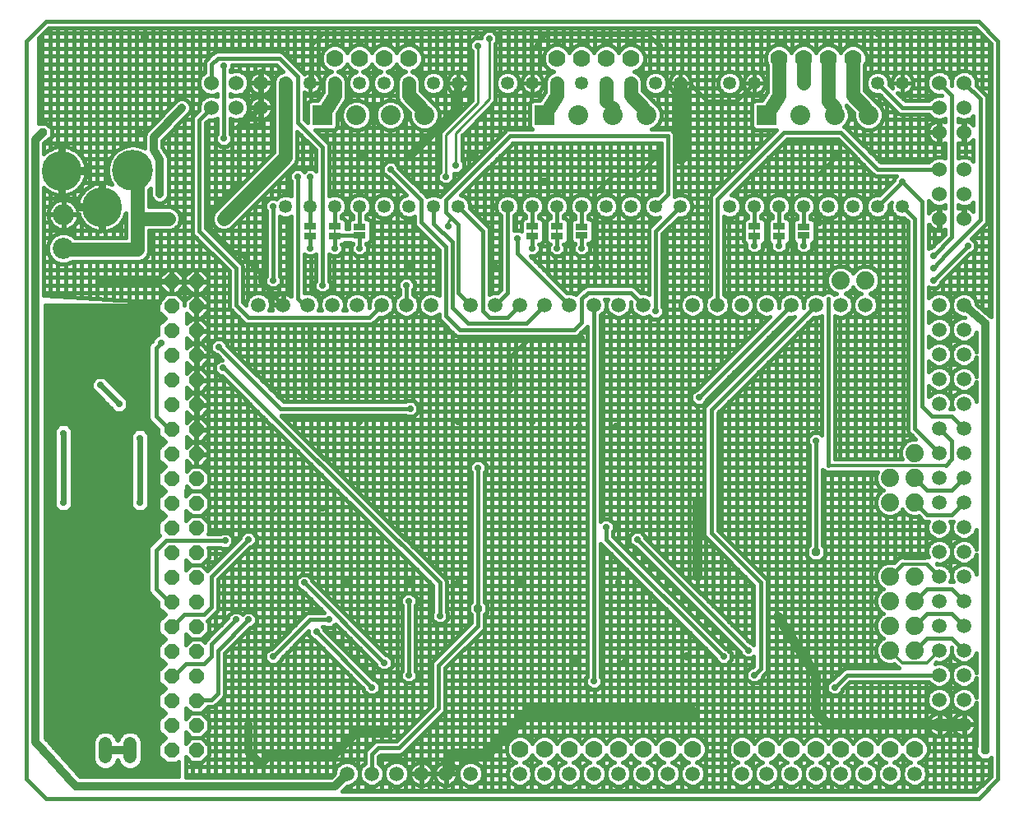
<source format=gbl>
G75*
%MOIN*%
%OFA0B0*%
%FSLAX25Y25*%
%IPPOS*%
%LPD*%
%AMOC8*
5,1,8,0,0,1.08239X$1,22.5*
%
%ADD10C,0.01600*%
%ADD11C,0.05906*%
%ADD12C,0.07000*%
%ADD13C,0.05315*%
%ADD14C,0.06000*%
%ADD15R,0.08000X0.08000*%
%ADD16C,0.08000*%
%ADD17C,0.08600*%
%ADD18C,0.00800*%
%ADD19R,0.05000X0.02500*%
%ADD20OC8,0.06000*%
%ADD21C,0.05400*%
%ADD22C,0.07400*%
%ADD23C,0.16598*%
%ADD24C,0.16200*%
%ADD25OC8,0.03562*%
%ADD26OC8,0.02400*%
%ADD27C,0.05600*%
%ADD28OC8,0.02800*%
%ADD29C,0.04000*%
%ADD30C,0.03200*%
%ADD31C,0.05000*%
%ADD32R,0.02400X0.02400*%
%ADD33C,0.02400*%
%ADD34OC8,0.03169*%
%ADD35C,0.01000*%
%ADD36C,0.01200*%
D10*
X0016500Y0009674D02*
X0024374Y0001800D01*
X0402327Y0001800D01*
X0410201Y0009674D01*
X0410201Y0308887D01*
X0402327Y0316761D01*
X0024374Y0316761D01*
X0016500Y0308887D01*
X0016500Y0308800D02*
X0016500Y0009800D01*
X0028926Y0020982D02*
X0043400Y0020982D01*
X0043400Y0019384D02*
X0030391Y0019384D01*
X0031857Y0017785D02*
X0043400Y0017785D01*
X0043400Y0017586D02*
X0044176Y0015711D01*
X0045611Y0014276D01*
X0047486Y0013500D01*
X0049514Y0013500D01*
X0051389Y0014276D01*
X0052824Y0015711D01*
X0053482Y0017300D01*
X0053518Y0017300D01*
X0054176Y0015711D01*
X0055611Y0014276D01*
X0057486Y0013500D01*
X0059514Y0013500D01*
X0061389Y0014276D01*
X0062824Y0015711D01*
X0063600Y0017586D01*
X0063600Y0025014D01*
X0062824Y0026889D01*
X0061389Y0028324D01*
X0059514Y0029100D01*
X0057486Y0029100D01*
X0055611Y0028324D01*
X0054176Y0026889D01*
X0053518Y0025300D01*
X0053482Y0025300D01*
X0052824Y0026889D01*
X0051389Y0028324D01*
X0049514Y0029100D01*
X0047486Y0029100D01*
X0045611Y0028324D01*
X0044176Y0026889D01*
X0043400Y0025014D01*
X0043400Y0017586D01*
X0043979Y0016187D02*
X0033322Y0016187D01*
X0034787Y0014588D02*
X0045299Y0014588D01*
X0038260Y0010800D02*
X0024000Y0026356D01*
X0024000Y0201800D01*
X0069958Y0201800D01*
X0069958Y0199130D01*
X0072722Y0196367D01*
X0069958Y0193604D01*
X0069958Y0189900D01*
X0069509Y0189900D01*
X0067400Y0187791D01*
X0067400Y0187225D01*
X0067187Y0187013D01*
X0066287Y0186113D01*
X0065800Y0184937D01*
X0065800Y0156163D01*
X0066287Y0154987D01*
X0069958Y0151316D01*
X0069958Y0149130D01*
X0072722Y0146367D01*
X0069958Y0143604D01*
X0069958Y0139130D01*
X0072722Y0136367D01*
X0069958Y0133604D01*
X0069958Y0129130D01*
X0072722Y0126367D01*
X0069958Y0123604D01*
X0069958Y0119130D01*
X0072722Y0116367D01*
X0069958Y0113604D01*
X0069958Y0109130D01*
X0070631Y0108457D01*
X0066287Y0104113D01*
X0065800Y0102937D01*
X0065800Y0086163D01*
X0066287Y0084987D01*
X0069958Y0081316D01*
X0069958Y0079130D01*
X0072722Y0076367D01*
X0069958Y0073604D01*
X0069958Y0069130D01*
X0072722Y0066367D01*
X0069958Y0063604D01*
X0069958Y0059130D01*
X0072722Y0056367D01*
X0069958Y0053604D01*
X0069958Y0049130D01*
X0072722Y0046367D01*
X0069958Y0043604D01*
X0069958Y0039130D01*
X0072722Y0036367D01*
X0069958Y0033604D01*
X0069958Y0029130D01*
X0072722Y0026367D01*
X0069958Y0023604D01*
X0069958Y0019130D01*
X0073122Y0015967D01*
X0077595Y0015967D01*
X0078235Y0016607D01*
X0078132Y0010800D01*
X0038260Y0010800D01*
X0037718Y0011391D02*
X0078143Y0011391D01*
X0078171Y0012990D02*
X0036252Y0012990D01*
X0043400Y0022581D02*
X0027461Y0022581D01*
X0025995Y0024179D02*
X0043400Y0024179D01*
X0043716Y0025778D02*
X0024530Y0025778D01*
X0024000Y0027376D02*
X0044664Y0027376D01*
X0047183Y0028975D02*
X0024000Y0028975D01*
X0024000Y0030573D02*
X0069958Y0030573D01*
X0069958Y0032172D02*
X0024000Y0032172D01*
X0024000Y0033770D02*
X0070125Y0033770D01*
X0071723Y0035369D02*
X0024000Y0035369D01*
X0024000Y0036967D02*
X0072121Y0036967D01*
X0070523Y0038566D02*
X0024000Y0038566D01*
X0024000Y0040164D02*
X0069958Y0040164D01*
X0069958Y0041763D02*
X0024000Y0041763D01*
X0024000Y0043361D02*
X0069958Y0043361D01*
X0071314Y0044960D02*
X0024000Y0044960D01*
X0024000Y0046558D02*
X0072530Y0046558D01*
X0070932Y0048157D02*
X0024000Y0048157D01*
X0024000Y0049755D02*
X0069958Y0049755D01*
X0069958Y0051354D02*
X0024000Y0051354D01*
X0024000Y0052952D02*
X0069958Y0052952D01*
X0070905Y0054551D02*
X0024000Y0054551D01*
X0024000Y0056149D02*
X0072504Y0056149D01*
X0071341Y0057748D02*
X0024000Y0057748D01*
X0024000Y0059346D02*
X0069958Y0059346D01*
X0069958Y0060945D02*
X0024000Y0060945D01*
X0024000Y0062543D02*
X0069958Y0062543D01*
X0070497Y0064142D02*
X0024000Y0064142D01*
X0024000Y0065740D02*
X0072095Y0065740D01*
X0071749Y0067339D02*
X0024000Y0067339D01*
X0024000Y0068937D02*
X0070151Y0068937D01*
X0069958Y0070536D02*
X0024000Y0070536D01*
X0024000Y0072134D02*
X0069958Y0072134D01*
X0070088Y0073733D02*
X0024000Y0073733D01*
X0024000Y0075332D02*
X0071686Y0075332D01*
X0072158Y0076930D02*
X0024000Y0076930D01*
X0024000Y0078529D02*
X0070560Y0078529D01*
X0069958Y0080127D02*
X0024000Y0080127D01*
X0024000Y0081726D02*
X0069549Y0081726D01*
X0067950Y0083324D02*
X0024000Y0083324D01*
X0024000Y0084923D02*
X0066352Y0084923D01*
X0065800Y0086521D02*
X0024000Y0086521D01*
X0024000Y0088120D02*
X0065800Y0088120D01*
X0065800Y0089718D02*
X0024000Y0089718D01*
X0024000Y0091317D02*
X0065800Y0091317D01*
X0065800Y0092915D02*
X0024000Y0092915D01*
X0024000Y0094514D02*
X0065800Y0094514D01*
X0065800Y0096112D02*
X0024000Y0096112D01*
X0024000Y0097711D02*
X0065800Y0097711D01*
X0065800Y0099309D02*
X0024000Y0099309D01*
X0024000Y0100908D02*
X0065800Y0100908D01*
X0065800Y0102506D02*
X0024000Y0102506D01*
X0024000Y0104105D02*
X0066284Y0104105D01*
X0067878Y0105703D02*
X0024000Y0105703D01*
X0024000Y0107302D02*
X0069476Y0107302D01*
X0070188Y0108900D02*
X0024000Y0108900D01*
X0024000Y0110499D02*
X0069958Y0110499D01*
X0069958Y0112097D02*
X0024000Y0112097D01*
X0024000Y0113696D02*
X0070050Y0113696D01*
X0071649Y0115294D02*
X0024000Y0115294D01*
X0024000Y0116893D02*
X0072196Y0116893D01*
X0070597Y0118491D02*
X0064565Y0118491D01*
X0064074Y0118000D02*
X0066300Y0120226D01*
X0066300Y0123374D01*
X0066100Y0123574D01*
X0066100Y0146026D01*
X0066300Y0146226D01*
X0066300Y0149374D01*
X0064074Y0151600D01*
X0060926Y0151600D01*
X0058700Y0149374D01*
X0058700Y0146226D01*
X0058900Y0146026D01*
X0058900Y0123574D01*
X0058700Y0123374D01*
X0058700Y0120226D01*
X0060926Y0118000D01*
X0064074Y0118000D01*
X0066164Y0120090D02*
X0069958Y0120090D01*
X0069958Y0121688D02*
X0066300Y0121688D01*
X0066300Y0123287D02*
X0069958Y0123287D01*
X0071240Y0124885D02*
X0066100Y0124885D01*
X0066100Y0126484D02*
X0072605Y0126484D01*
X0071006Y0128082D02*
X0066100Y0128082D01*
X0066100Y0129681D02*
X0069958Y0129681D01*
X0069958Y0131279D02*
X0066100Y0131279D01*
X0066100Y0132878D02*
X0069958Y0132878D01*
X0070831Y0134476D02*
X0066100Y0134476D01*
X0066100Y0136075D02*
X0072430Y0136075D01*
X0071415Y0137673D02*
X0066100Y0137673D01*
X0066100Y0139272D02*
X0069958Y0139272D01*
X0069958Y0140870D02*
X0066100Y0140870D01*
X0066100Y0142469D02*
X0069958Y0142469D01*
X0070422Y0144068D02*
X0066100Y0144068D01*
X0066100Y0145666D02*
X0072021Y0145666D01*
X0071824Y0147265D02*
X0066300Y0147265D01*
X0066300Y0148863D02*
X0070225Y0148863D01*
X0069958Y0150462D02*
X0065212Y0150462D01*
X0067616Y0153659D02*
X0024000Y0153659D01*
X0024000Y0155257D02*
X0066175Y0155257D01*
X0065800Y0156856D02*
X0024000Y0156856D01*
X0024000Y0158454D02*
X0052255Y0158454D01*
X0052509Y0158200D02*
X0055491Y0158200D01*
X0056039Y0158748D01*
X0056039Y0158748D01*
X0057052Y0159761D01*
X0057600Y0160309D01*
X0057600Y0163291D01*
X0057052Y0163839D01*
X0057052Y0163839D01*
X0048539Y0172352D01*
X0047991Y0172900D01*
X0045009Y0172900D01*
X0044461Y0172352D01*
X0044461Y0172352D01*
X0043448Y0171339D01*
X0042900Y0170791D01*
X0042900Y0167809D01*
X0043448Y0167261D01*
X0043448Y0167261D01*
X0051961Y0158748D01*
X0052509Y0158200D01*
X0051961Y0158748D02*
X0051961Y0158748D01*
X0050656Y0160053D02*
X0024000Y0160053D01*
X0024000Y0161651D02*
X0049058Y0161651D01*
X0047459Y0163250D02*
X0024000Y0163250D01*
X0024000Y0164848D02*
X0045861Y0164848D01*
X0044262Y0166447D02*
X0024000Y0166447D01*
X0024000Y0168045D02*
X0042900Y0168045D01*
X0042900Y0169644D02*
X0024000Y0169644D01*
X0024000Y0171242D02*
X0043351Y0171242D01*
X0043448Y0171339D02*
X0043448Y0171339D01*
X0044950Y0172841D02*
X0024000Y0172841D01*
X0024000Y0174439D02*
X0065800Y0174439D01*
X0065800Y0172841D02*
X0048050Y0172841D01*
X0048539Y0172352D02*
X0048539Y0172352D01*
X0049649Y0171242D02*
X0065800Y0171242D01*
X0065800Y0169644D02*
X0051247Y0169644D01*
X0052846Y0168045D02*
X0065800Y0168045D01*
X0065800Y0166447D02*
X0054444Y0166447D01*
X0056043Y0164848D02*
X0065800Y0164848D01*
X0065800Y0163250D02*
X0057600Y0163250D01*
X0057600Y0161651D02*
X0065800Y0161651D01*
X0065800Y0160053D02*
X0057344Y0160053D01*
X0057052Y0159761D02*
X0057052Y0159761D01*
X0055745Y0158454D02*
X0065800Y0158454D01*
X0069000Y0156800D02*
X0074000Y0151800D01*
X0075358Y0151367D01*
X0081366Y0148571D02*
X0083370Y0146567D01*
X0085158Y0146567D01*
X0085158Y0151167D01*
X0085558Y0151167D01*
X0085558Y0146567D01*
X0087346Y0146567D01*
X0090158Y0149379D01*
X0090158Y0151167D01*
X0085558Y0151167D01*
X0085558Y0151567D01*
X0085158Y0151567D01*
X0085158Y0156167D01*
X0083370Y0156167D01*
X0081380Y0154177D01*
X0081391Y0158546D01*
X0083370Y0156567D01*
X0085158Y0156567D01*
X0085158Y0161167D01*
X0085558Y0161167D01*
X0085558Y0156567D01*
X0087346Y0156567D01*
X0090158Y0159379D01*
X0090158Y0161167D01*
X0085558Y0161167D01*
X0085558Y0161567D01*
X0085158Y0161567D01*
X0085158Y0166167D01*
X0083370Y0166167D01*
X0081405Y0164202D01*
X0081416Y0168521D01*
X0083370Y0166567D01*
X0085158Y0166567D01*
X0085158Y0171167D01*
X0085558Y0171167D01*
X0085558Y0166567D01*
X0087346Y0166567D01*
X0090158Y0169379D01*
X0090158Y0171167D01*
X0085558Y0171167D01*
X0085558Y0171567D01*
X0085158Y0171567D01*
X0085158Y0176167D01*
X0083370Y0176167D01*
X0081431Y0174227D01*
X0081441Y0178496D01*
X0083370Y0176567D01*
X0085158Y0176567D01*
X0085158Y0181167D01*
X0085558Y0181167D01*
X0085558Y0176567D01*
X0087346Y0176567D01*
X0090158Y0179379D01*
X0090158Y0181167D01*
X0085558Y0181167D01*
X0085558Y0181567D01*
X0085158Y0181567D01*
X0085158Y0186167D01*
X0083370Y0186167D01*
X0081456Y0184253D01*
X0081466Y0188471D01*
X0083370Y0186567D01*
X0085158Y0186567D01*
X0085158Y0191167D01*
X0085558Y0191167D01*
X0085558Y0186567D01*
X0087346Y0186567D01*
X0090158Y0189379D01*
X0090158Y0191167D01*
X0085558Y0191167D01*
X0085558Y0191567D01*
X0085158Y0191567D01*
X0085158Y0196167D01*
X0083370Y0196167D01*
X0081481Y0194278D01*
X0081492Y0198445D01*
X0083370Y0196567D01*
X0085158Y0196567D01*
X0085158Y0201167D01*
X0085558Y0201167D01*
X0085558Y0196567D01*
X0087346Y0196567D01*
X0090158Y0199379D01*
X0090158Y0201167D01*
X0085558Y0201167D01*
X0085558Y0201567D01*
X0085158Y0201567D01*
X0085158Y0206167D01*
X0083370Y0206167D01*
X0080558Y0203355D01*
X0080558Y0201867D01*
X0080358Y0201881D01*
X0080358Y0203438D01*
X0077429Y0206367D01*
X0073287Y0206367D01*
X0070358Y0203438D01*
X0070358Y0202590D01*
X0023600Y0205903D01*
X0023600Y0249414D01*
X0024208Y0248807D01*
X0025077Y0248113D01*
X0026019Y0247522D01*
X0027020Y0247039D01*
X0028070Y0246672D01*
X0029154Y0246424D01*
X0030015Y0246327D01*
X0030015Y0255400D01*
X0031615Y0255400D01*
X0031615Y0257000D01*
X0040687Y0257000D01*
X0040590Y0257861D01*
X0040343Y0258945D01*
X0039976Y0259995D01*
X0039493Y0260996D01*
X0038902Y0261938D01*
X0038208Y0262807D01*
X0037422Y0263593D01*
X0036553Y0264287D01*
X0035611Y0264878D01*
X0034609Y0265361D01*
X0033560Y0265728D01*
X0032476Y0265975D01*
X0031615Y0266072D01*
X0031615Y0257000D01*
X0030015Y0257000D01*
X0030015Y0266072D01*
X0029154Y0265975D01*
X0028070Y0265728D01*
X0027020Y0265361D01*
X0026019Y0264878D01*
X0025077Y0264287D01*
X0024208Y0263593D01*
X0023600Y0262986D01*
X0023600Y0267373D01*
X0024268Y0268019D01*
X0024566Y0268019D01*
X0026781Y0270234D01*
X0026781Y0273366D01*
X0024566Y0275581D01*
X0021500Y0275581D01*
X0021500Y0309927D01*
X0025534Y0313961D01*
X0401167Y0313961D01*
X0407401Y0307727D01*
X0407401Y0196990D01*
X0407039Y0197352D01*
X0406932Y0197396D01*
X0401453Y0202231D01*
X0401453Y0202785D01*
X0400699Y0204605D01*
X0399305Y0205999D01*
X0397485Y0206753D01*
X0395515Y0206753D01*
X0393694Y0205999D01*
X0392301Y0204605D01*
X0391547Y0202785D01*
X0391547Y0200815D01*
X0392301Y0198994D01*
X0393694Y0197601D01*
X0395515Y0196847D01*
X0396672Y0196847D01*
X0396779Y0196753D01*
X0395515Y0196753D01*
X0393694Y0195999D01*
X0392301Y0194605D01*
X0391547Y0192785D01*
X0391547Y0190815D01*
X0392301Y0188994D01*
X0393694Y0187601D01*
X0395515Y0186847D01*
X0397485Y0186847D01*
X0399305Y0187601D01*
X0400699Y0188994D01*
X0401400Y0190688D01*
X0401400Y0182912D01*
X0400699Y0184605D01*
X0399305Y0185999D01*
X0397485Y0186753D01*
X0395515Y0186753D01*
X0393694Y0185999D01*
X0392301Y0184605D01*
X0391547Y0182785D01*
X0391547Y0180815D01*
X0392301Y0178994D01*
X0393694Y0177601D01*
X0395515Y0176847D01*
X0397485Y0176847D01*
X0399305Y0177601D01*
X0400699Y0178994D01*
X0401400Y0180688D01*
X0401400Y0172912D01*
X0400699Y0174605D01*
X0399305Y0175999D01*
X0397485Y0176753D01*
X0395515Y0176753D01*
X0393694Y0175999D01*
X0392301Y0174605D01*
X0391547Y0172785D01*
X0391547Y0170815D01*
X0392301Y0168994D01*
X0393694Y0167601D01*
X0395515Y0166847D01*
X0397485Y0166847D01*
X0399305Y0167601D01*
X0400699Y0168994D01*
X0401400Y0170688D01*
X0401400Y0162912D01*
X0400699Y0164605D01*
X0399305Y0165999D01*
X0397485Y0166753D01*
X0395515Y0166753D01*
X0393694Y0165999D01*
X0392301Y0164605D01*
X0391547Y0162785D01*
X0391547Y0160815D01*
X0392050Y0159600D01*
X0390950Y0159600D01*
X0391453Y0160815D01*
X0391453Y0162785D01*
X0390699Y0164605D01*
X0389305Y0165999D01*
X0387485Y0166753D01*
X0385515Y0166753D01*
X0383694Y0165999D01*
X0382301Y0164605D01*
X0382300Y0164602D01*
X0382300Y0168998D01*
X0382301Y0168994D01*
X0383694Y0167601D01*
X0385515Y0166847D01*
X0387485Y0166847D01*
X0389305Y0167601D01*
X0390699Y0168994D01*
X0391453Y0170815D01*
X0391453Y0172785D01*
X0390699Y0174605D01*
X0389305Y0175999D01*
X0387485Y0176753D01*
X0385515Y0176753D01*
X0383694Y0175999D01*
X0382301Y0174605D01*
X0382300Y0174602D01*
X0382300Y0178998D01*
X0382301Y0178994D01*
X0383694Y0177601D01*
X0385515Y0176847D01*
X0387485Y0176847D01*
X0389305Y0177601D01*
X0390699Y0178994D01*
X0391453Y0180815D01*
X0391453Y0182785D01*
X0390699Y0184605D01*
X0389305Y0185999D01*
X0387485Y0186753D01*
X0385515Y0186753D01*
X0383694Y0185999D01*
X0382301Y0184605D01*
X0382300Y0184602D01*
X0382300Y0188998D01*
X0382301Y0188994D01*
X0383694Y0187601D01*
X0385515Y0186847D01*
X0387485Y0186847D01*
X0389305Y0187601D01*
X0390699Y0188994D01*
X0391453Y0190815D01*
X0391453Y0192785D01*
X0390699Y0194605D01*
X0389305Y0195999D01*
X0387485Y0196753D01*
X0385515Y0196753D01*
X0383694Y0195999D01*
X0382301Y0194605D01*
X0382300Y0194602D01*
X0382300Y0198998D01*
X0382301Y0198994D01*
X0383694Y0197601D01*
X0385515Y0196847D01*
X0387485Y0196847D01*
X0389305Y0197601D01*
X0390699Y0198994D01*
X0391453Y0200815D01*
X0391453Y0202785D01*
X0390699Y0204605D01*
X0389305Y0205999D01*
X0387485Y0206753D01*
X0385515Y0206753D01*
X0383694Y0205999D01*
X0382301Y0204605D01*
X0382300Y0204602D01*
X0382300Y0208975D01*
X0382675Y0208600D01*
X0385325Y0208600D01*
X0387200Y0210475D01*
X0387200Y0211040D01*
X0398760Y0222600D01*
X0399325Y0222600D01*
X0407401Y0222600D01*
X0407401Y0219400D02*
X0395560Y0219400D01*
X0394100Y0217940D02*
X0394100Y0206167D01*
X0395146Y0206600D02*
X0387854Y0206600D01*
X0387700Y0206664D02*
X0387700Y0211540D01*
X0389160Y0213000D02*
X0407401Y0213000D01*
X0407401Y0209800D02*
X0386525Y0209800D01*
X0384500Y0208600D02*
X0384500Y0206332D01*
X0385146Y0206600D02*
X0382300Y0206600D01*
X0384000Y0211800D02*
X0398000Y0225800D01*
X0401200Y0225800D02*
X0407401Y0225800D01*
X0407401Y0229000D02*
X0399660Y0229000D01*
X0399493Y0228833D02*
X0405374Y0234714D01*
X0405800Y0235743D01*
X0405800Y0285857D01*
X0405374Y0286886D01*
X0404586Y0287674D01*
X0401487Y0290773D01*
X0401500Y0290805D01*
X0401500Y0292795D01*
X0400739Y0294632D01*
X0399332Y0296039D01*
X0397495Y0296800D01*
X0395505Y0296800D01*
X0393668Y0296039D01*
X0392261Y0294632D01*
X0391500Y0292795D01*
X0390739Y0294632D01*
X0389332Y0296039D01*
X0387495Y0296800D01*
X0385505Y0296800D01*
X0383668Y0296039D01*
X0382261Y0294632D01*
X0381500Y0292795D01*
X0381500Y0290805D01*
X0382261Y0288968D01*
X0383668Y0287561D01*
X0385505Y0286800D01*
X0383668Y0286039D01*
X0382261Y0284632D01*
X0382248Y0284600D01*
X0372660Y0284600D01*
X0369385Y0287875D01*
X0369789Y0287669D01*
X0370456Y0287452D01*
X0371149Y0287343D01*
X0371414Y0287343D01*
X0371414Y0291714D01*
X0367043Y0291714D01*
X0367043Y0291449D01*
X0367152Y0290756D01*
X0367369Y0290089D01*
X0367575Y0289685D01*
X0366157Y0291102D01*
X0366157Y0292726D01*
X0365448Y0294438D01*
X0364138Y0295748D01*
X0362426Y0296457D01*
X0360574Y0296457D01*
X0358862Y0295748D01*
X0357552Y0294438D01*
X0356843Y0292726D01*
X0356843Y0290874D01*
X0357552Y0289162D01*
X0358862Y0287852D01*
X0360574Y0287143D01*
X0362198Y0287143D01*
X0369126Y0280214D01*
X0369914Y0279426D01*
X0370943Y0279000D01*
X0382248Y0279000D01*
X0382261Y0278968D01*
X0383668Y0277561D01*
X0385505Y0276800D01*
X0387495Y0276800D01*
X0388700Y0277299D01*
X0388700Y0276066D01*
X0388343Y0276248D01*
X0387624Y0276482D01*
X0386878Y0276600D01*
X0386700Y0276600D01*
X0386700Y0272000D01*
X0386300Y0272000D01*
X0386300Y0276600D01*
X0386122Y0276600D01*
X0385376Y0276482D01*
X0384657Y0276248D01*
X0383984Y0275905D01*
X0383373Y0275461D01*
X0382839Y0274927D01*
X0382395Y0274316D01*
X0382052Y0273643D01*
X0381818Y0272924D01*
X0381700Y0272178D01*
X0381700Y0272000D01*
X0386300Y0272000D01*
X0386300Y0271600D01*
X0386700Y0271600D01*
X0386700Y0267000D01*
X0386878Y0267000D01*
X0387624Y0267118D01*
X0388343Y0267352D01*
X0388700Y0267534D01*
X0388700Y0261301D01*
X0387495Y0261800D01*
X0385505Y0261800D01*
X0383668Y0261039D01*
X0382261Y0259632D01*
X0382248Y0259600D01*
X0362660Y0259600D01*
X0348086Y0274174D01*
X0347967Y0274223D01*
X0349146Y0275401D01*
X0350059Y0277607D01*
X0350059Y0279993D01*
X0349146Y0282199D01*
X0348800Y0282544D01*
X0348800Y0282712D01*
X0351839Y0279673D01*
X0351839Y0277607D01*
X0352752Y0275401D01*
X0354440Y0273713D01*
X0356645Y0272800D01*
X0359032Y0272800D01*
X0361237Y0273713D01*
X0362925Y0275401D01*
X0363839Y0277607D01*
X0363839Y0279993D01*
X0362925Y0282199D01*
X0361237Y0283887D01*
X0360747Y0284090D01*
X0360569Y0284519D01*
X0360522Y0284566D01*
X0360494Y0284628D01*
X0359848Y0285240D01*
X0356300Y0288788D01*
X0356300Y0299016D01*
X0357000Y0300706D01*
X0357000Y0302894D01*
X0356163Y0304915D01*
X0354615Y0306463D01*
X0352594Y0307300D01*
X0350406Y0307300D01*
X0348384Y0306463D01*
X0346837Y0304915D01*
X0346500Y0304101D01*
X0346163Y0304915D01*
X0344615Y0306463D01*
X0342594Y0307300D01*
X0340406Y0307300D01*
X0338384Y0306463D01*
X0336837Y0304915D01*
X0336500Y0304101D01*
X0336163Y0304915D01*
X0334615Y0306463D01*
X0332594Y0307300D01*
X0330406Y0307300D01*
X0328384Y0306463D01*
X0326837Y0304915D01*
X0326500Y0304101D01*
X0326163Y0304915D01*
X0324615Y0306463D01*
X0322594Y0307300D01*
X0320406Y0307300D01*
X0318384Y0306463D01*
X0316837Y0304915D01*
X0316000Y0302894D01*
X0316000Y0300706D01*
X0316700Y0299016D01*
X0316700Y0288177D01*
X0314590Y0284800D01*
X0311672Y0284800D01*
X0310500Y0283628D01*
X0310500Y0273972D01*
X0311672Y0272800D01*
X0320540Y0272800D01*
X0294126Y0246386D01*
X0293700Y0245357D01*
X0293700Y0206001D01*
X0293694Y0205999D01*
X0292301Y0204605D01*
X0291547Y0202785D01*
X0291547Y0200815D01*
X0292301Y0198994D01*
X0293694Y0197601D01*
X0295515Y0196847D01*
X0297485Y0196847D01*
X0299305Y0197601D01*
X0300699Y0198994D01*
X0301453Y0200815D01*
X0301453Y0202785D01*
X0300699Y0204605D01*
X0299305Y0205999D01*
X0299300Y0206001D01*
X0299300Y0237670D01*
X0300574Y0237143D01*
X0302426Y0237143D01*
X0304138Y0237852D01*
X0305448Y0239162D01*
X0306157Y0240874D01*
X0306157Y0242726D01*
X0305448Y0244438D01*
X0304138Y0245748D01*
X0302426Y0246457D01*
X0302117Y0246457D01*
X0324660Y0269000D01*
X0345340Y0269000D01*
X0359126Y0255214D01*
X0359914Y0254426D01*
X0360943Y0254000D01*
X0369175Y0254000D01*
X0368300Y0253125D01*
X0368300Y0252560D01*
X0362198Y0246457D01*
X0360574Y0246457D01*
X0358862Y0245748D01*
X0357552Y0244438D01*
X0356843Y0242726D01*
X0356843Y0240874D01*
X0357552Y0239162D01*
X0358862Y0237852D01*
X0360574Y0237143D01*
X0362426Y0237143D01*
X0364138Y0237852D01*
X0365448Y0239162D01*
X0366157Y0240874D01*
X0366157Y0242498D01*
X0367165Y0243505D01*
X0366843Y0242726D01*
X0366843Y0240874D01*
X0367552Y0239162D01*
X0368862Y0237852D01*
X0370574Y0237143D01*
X0372198Y0237143D01*
X0373700Y0235640D01*
X0373700Y0151243D01*
X0374126Y0150214D01*
X0376840Y0147500D01*
X0375366Y0147500D01*
X0373271Y0146632D01*
X0371668Y0145029D01*
X0370800Y0142934D01*
X0370800Y0140666D01*
X0371324Y0139400D01*
X0344300Y0139400D01*
X0344300Y0197350D01*
X0345515Y0196847D01*
X0347485Y0196847D01*
X0349305Y0197601D01*
X0350699Y0198994D01*
X0351453Y0200815D01*
X0351453Y0202785D01*
X0350699Y0204605D01*
X0349305Y0205999D01*
X0348347Y0206396D01*
X0349729Y0206968D01*
X0351332Y0208571D01*
X0351500Y0208976D01*
X0351668Y0208571D01*
X0353271Y0206968D01*
X0354653Y0206396D01*
X0353694Y0205999D01*
X0352301Y0204605D01*
X0351547Y0202785D01*
X0351547Y0200815D01*
X0352301Y0198994D01*
X0353694Y0197601D01*
X0355515Y0196847D01*
X0357485Y0196847D01*
X0359305Y0197601D01*
X0360699Y0198994D01*
X0361453Y0200815D01*
X0361453Y0202785D01*
X0360699Y0204605D01*
X0359305Y0205999D01*
X0358347Y0206396D01*
X0359729Y0206968D01*
X0361332Y0208571D01*
X0362200Y0210666D01*
X0362200Y0212934D01*
X0361332Y0215029D01*
X0359729Y0216632D01*
X0357634Y0217500D01*
X0355366Y0217500D01*
X0353271Y0216632D01*
X0351668Y0215029D01*
X0351500Y0214624D01*
X0351332Y0215029D01*
X0349729Y0216632D01*
X0347634Y0217500D01*
X0345366Y0217500D01*
X0343271Y0216632D01*
X0341668Y0215029D01*
X0340800Y0212934D01*
X0340800Y0210666D01*
X0341668Y0208571D01*
X0343271Y0206968D01*
X0344653Y0206396D01*
X0343742Y0206018D01*
X0343086Y0206674D01*
X0342057Y0207100D01*
X0340943Y0207100D01*
X0339914Y0206674D01*
X0339258Y0206018D01*
X0337485Y0206753D01*
X0335515Y0206753D01*
X0333694Y0205999D01*
X0332301Y0204605D01*
X0331547Y0202785D01*
X0331547Y0200815D01*
X0331550Y0200809D01*
X0331380Y0200640D01*
X0331453Y0200815D01*
X0331453Y0202785D01*
X0330699Y0204605D01*
X0329305Y0205999D01*
X0327485Y0206753D01*
X0325515Y0206753D01*
X0323694Y0205999D01*
X0322301Y0204605D01*
X0321547Y0202785D01*
X0321547Y0200815D01*
X0321550Y0200809D01*
X0321380Y0200640D01*
X0321453Y0200815D01*
X0321453Y0202785D01*
X0320699Y0204605D01*
X0319305Y0205999D01*
X0317485Y0206753D01*
X0315515Y0206753D01*
X0313694Y0205999D01*
X0312301Y0204605D01*
X0311547Y0202785D01*
X0311547Y0200815D01*
X0312301Y0198994D01*
X0313694Y0197601D01*
X0315515Y0196847D01*
X0317485Y0196847D01*
X0317660Y0196920D01*
X0288240Y0167500D01*
X0287675Y0167500D01*
X0285800Y0165625D01*
X0285800Y0162975D01*
X0287675Y0161100D01*
X0290325Y0161100D01*
X0292200Y0162975D01*
X0292200Y0163540D01*
X0325509Y0196850D01*
X0325515Y0196847D01*
X0327485Y0196847D01*
X0327660Y0196920D01*
X0291626Y0160886D01*
X0291200Y0159857D01*
X0291200Y0108743D01*
X0291626Y0107714D01*
X0292414Y0106926D01*
X0311200Y0088140D01*
X0311200Y0064125D01*
X0310325Y0065000D01*
X0309760Y0065000D01*
X0267200Y0107560D01*
X0267200Y0108125D01*
X0265325Y0110000D01*
X0262675Y0110000D01*
X0260800Y0108125D01*
X0260800Y0105475D01*
X0262675Y0103600D01*
X0263240Y0103600D01*
X0305800Y0061040D01*
X0305800Y0060475D01*
X0307675Y0058600D01*
X0310325Y0058600D01*
X0311200Y0059475D01*
X0311200Y0055460D01*
X0310740Y0055000D01*
X0310175Y0055000D01*
X0308300Y0053125D01*
X0308300Y0050475D01*
X0310175Y0048600D01*
X0312825Y0048600D01*
X0314700Y0050475D01*
X0314700Y0051040D01*
X0315586Y0051926D01*
X0316374Y0052714D01*
X0316800Y0053743D01*
X0316800Y0089857D01*
X0316374Y0090886D01*
X0296800Y0110460D01*
X0296800Y0158140D01*
X0335509Y0196850D01*
X0335515Y0196847D01*
X0337485Y0196847D01*
X0338700Y0197350D01*
X0338700Y0149125D01*
X0337825Y0150000D01*
X0335175Y0150000D01*
X0333300Y0148125D01*
X0333300Y0194640D01*
X0332460Y0193800D02*
X0338700Y0193800D01*
X0338700Y0197000D02*
X0337854Y0197000D01*
X0336500Y0196847D02*
X0336500Y0150000D01*
X0334175Y0149000D02*
X0296800Y0149000D01*
X0296800Y0145800D02*
X0333300Y0145800D01*
X0333300Y0145475D02*
X0333300Y0103947D01*
X0333553Y0104200D02*
X0303060Y0104200D01*
X0304500Y0102760D02*
X0304500Y0165840D01*
X0303660Y0165000D02*
X0338700Y0165000D01*
X0338700Y0161800D02*
X0300460Y0161800D01*
X0301300Y0162640D02*
X0301300Y0105960D01*
X0299860Y0107400D02*
X0333700Y0107400D01*
X0333700Y0104347D02*
X0332719Y0103366D01*
X0332719Y0100234D01*
X0334934Y0098019D01*
X0338066Y0098019D01*
X0340281Y0100234D01*
X0340281Y0103366D01*
X0339300Y0104347D01*
X0339300Y0135040D01*
X0339914Y0134426D01*
X0340943Y0134000D01*
X0342057Y0134000D01*
X0342540Y0134200D01*
X0361324Y0134200D01*
X0360800Y0132934D01*
X0360800Y0130666D01*
X0361668Y0128571D01*
X0363271Y0126968D01*
X0363676Y0126800D01*
X0363271Y0126632D01*
X0361668Y0125029D01*
X0360800Y0122934D01*
X0360800Y0120666D01*
X0361668Y0118571D01*
X0363271Y0116968D01*
X0365366Y0116100D01*
X0367634Y0116100D01*
X0369729Y0116968D01*
X0371332Y0118571D01*
X0371500Y0118976D01*
X0371668Y0118571D01*
X0373271Y0116968D01*
X0375366Y0116100D01*
X0377634Y0116100D01*
X0378063Y0116278D01*
X0379914Y0114426D01*
X0380943Y0114000D01*
X0382050Y0114000D01*
X0381547Y0112785D01*
X0381547Y0110815D01*
X0382301Y0108994D01*
X0383694Y0107601D01*
X0385515Y0106847D01*
X0387485Y0106847D01*
X0389305Y0107601D01*
X0390699Y0108994D01*
X0391453Y0110815D01*
X0391453Y0112785D01*
X0390950Y0114000D01*
X0392050Y0114000D01*
X0391547Y0112785D01*
X0391547Y0110815D01*
X0392301Y0108994D01*
X0393694Y0107601D01*
X0395515Y0106847D01*
X0397485Y0106847D01*
X0399305Y0107601D01*
X0400699Y0108994D01*
X0401400Y0110688D01*
X0401400Y0102912D01*
X0400699Y0104605D01*
X0399305Y0105999D01*
X0397485Y0106753D01*
X0395515Y0106753D01*
X0393694Y0105999D01*
X0392301Y0104605D01*
X0391547Y0102785D01*
X0391547Y0100815D01*
X0392301Y0098994D01*
X0393694Y0097601D01*
X0395515Y0096847D01*
X0397485Y0096847D01*
X0399305Y0097601D01*
X0400699Y0098994D01*
X0401400Y0100688D01*
X0401400Y0092912D01*
X0400699Y0094605D01*
X0399305Y0095999D01*
X0397485Y0096753D01*
X0395515Y0096753D01*
X0393694Y0095999D01*
X0392301Y0094605D01*
X0391547Y0092785D01*
X0391547Y0090815D01*
X0392050Y0089600D01*
X0390950Y0089600D01*
X0391453Y0090815D01*
X0391453Y0092785D01*
X0390699Y0094605D01*
X0389305Y0095999D01*
X0387485Y0096753D01*
X0385515Y0096753D01*
X0385509Y0096750D01*
X0385340Y0096920D01*
X0385515Y0096847D01*
X0387485Y0096847D01*
X0389305Y0097601D01*
X0390699Y0098994D01*
X0391453Y0100815D01*
X0391453Y0102785D01*
X0390699Y0104605D01*
X0389305Y0105999D01*
X0387485Y0106753D01*
X0385515Y0106753D01*
X0383694Y0105999D01*
X0382301Y0104605D01*
X0381547Y0102785D01*
X0381547Y0100815D01*
X0382050Y0099600D01*
X0380943Y0099600D01*
X0380460Y0099400D01*
X0372540Y0099400D01*
X0372057Y0099600D01*
X0370943Y0099600D01*
X0369914Y0099174D01*
X0368063Y0097322D01*
X0367634Y0097500D01*
X0365366Y0097500D01*
X0363271Y0096632D01*
X0361668Y0095029D01*
X0360800Y0092934D01*
X0360800Y0090666D01*
X0361668Y0088571D01*
X0363271Y0086968D01*
X0363676Y0086800D01*
X0363271Y0086632D01*
X0361668Y0085029D01*
X0360800Y0082934D01*
X0360800Y0080666D01*
X0361668Y0078571D01*
X0363271Y0076968D01*
X0363676Y0076800D01*
X0363271Y0076632D01*
X0361668Y0075029D01*
X0360800Y0072934D01*
X0360800Y0070666D01*
X0361668Y0068571D01*
X0363271Y0066968D01*
X0363676Y0066800D01*
X0363271Y0066632D01*
X0361668Y0065029D01*
X0360800Y0062934D01*
X0360800Y0060666D01*
X0361668Y0058571D01*
X0363271Y0056968D01*
X0365366Y0056100D01*
X0367634Y0056100D01*
X0368263Y0056360D01*
X0369296Y0055327D01*
X0370023Y0054600D01*
X0348443Y0054600D01*
X0347414Y0054174D01*
X0343240Y0050000D01*
X0342675Y0050000D01*
X0340800Y0048125D01*
X0340800Y0045475D01*
X0342675Y0043600D01*
X0345325Y0043600D01*
X0347200Y0045475D01*
X0347200Y0046040D01*
X0350160Y0049000D01*
X0382299Y0049000D01*
X0382301Y0048994D01*
X0383694Y0047601D01*
X0385515Y0046847D01*
X0387485Y0046847D01*
X0389305Y0047601D01*
X0390699Y0048994D01*
X0391453Y0050815D01*
X0391453Y0052785D01*
X0390699Y0054605D01*
X0389305Y0055999D01*
X0387485Y0056753D01*
X0385515Y0056753D01*
X0384857Y0056480D01*
X0385309Y0056932D01*
X0385515Y0056847D01*
X0387485Y0056847D01*
X0389305Y0057601D01*
X0390699Y0058994D01*
X0391453Y0060815D01*
X0391453Y0062785D01*
X0391380Y0062960D01*
X0391550Y0062791D01*
X0391547Y0062785D01*
X0391547Y0060815D01*
X0392301Y0058994D01*
X0393694Y0057601D01*
X0395515Y0056847D01*
X0397485Y0056847D01*
X0399305Y0057601D01*
X0400699Y0058994D01*
X0401400Y0060688D01*
X0401400Y0052912D01*
X0400699Y0054605D01*
X0399305Y0055999D01*
X0397485Y0056753D01*
X0395515Y0056753D01*
X0393694Y0055999D01*
X0392301Y0054605D01*
X0391547Y0052785D01*
X0391547Y0050815D01*
X0392301Y0048994D01*
X0393694Y0047601D01*
X0395515Y0046847D01*
X0397485Y0046847D01*
X0399305Y0047601D01*
X0400699Y0048994D01*
X0401400Y0050688D01*
X0401400Y0042912D01*
X0400699Y0044605D01*
X0399305Y0045999D01*
X0397485Y0046753D01*
X0395515Y0046753D01*
X0393694Y0045999D01*
X0392301Y0044605D01*
X0391547Y0042785D01*
X0391547Y0040815D01*
X0392301Y0038994D01*
X0393694Y0037601D01*
X0395515Y0036847D01*
X0397485Y0036847D01*
X0399305Y0037601D01*
X0400699Y0038994D01*
X0401400Y0040688D01*
X0401400Y0023047D01*
X0401219Y0022866D01*
X0401219Y0019734D01*
X0403434Y0017519D01*
X0406566Y0017519D01*
X0407401Y0018354D01*
X0407401Y0010834D01*
X0401167Y0004600D01*
X0144391Y0004600D01*
X0146638Y0006847D01*
X0147485Y0006847D01*
X0149305Y0007601D01*
X0150699Y0008994D01*
X0151453Y0010815D01*
X0151453Y0012785D01*
X0150699Y0014605D01*
X0149305Y0015999D01*
X0147485Y0016753D01*
X0145515Y0016753D01*
X0143694Y0015999D01*
X0142301Y0014605D01*
X0141547Y0012785D01*
X0141547Y0011938D01*
X0140009Y0010400D01*
X0081018Y0010400D01*
X0081039Y0018616D01*
X0083287Y0016367D01*
X0087429Y0016367D01*
X0090358Y0019296D01*
X0090358Y0023438D01*
X0087429Y0026367D01*
X0090358Y0029296D01*
X0090358Y0033438D01*
X0087429Y0036367D01*
X0090062Y0039000D01*
X0092057Y0039000D01*
X0093086Y0039426D01*
X0093874Y0040214D01*
X0096374Y0042714D01*
X0096800Y0043743D01*
X0096800Y0060640D01*
X0107260Y0071100D01*
X0107825Y0071100D01*
X0109700Y0072975D01*
X0109700Y0075625D01*
X0107825Y0077500D01*
X0105175Y0077500D01*
X0104000Y0076325D01*
X0102825Y0077500D01*
X0100175Y0077500D01*
X0098300Y0075625D01*
X0098300Y0075060D01*
X0089914Y0066674D01*
X0089126Y0065886D01*
X0088770Y0065026D01*
X0087429Y0066367D01*
X0090358Y0069296D01*
X0090358Y0073438D01*
X0089933Y0073863D01*
X0090086Y0073926D01*
X0090874Y0074714D01*
X0093874Y0077714D01*
X0094300Y0078743D01*
X0094300Y0090640D01*
X0107260Y0103600D01*
X0107825Y0103600D01*
X0109700Y0105475D01*
X0109700Y0108125D01*
X0107825Y0110000D01*
X0105175Y0110000D01*
X0103300Y0108125D01*
X0103300Y0107560D01*
X0089768Y0094028D01*
X0087429Y0096367D01*
X0090358Y0099296D01*
X0090358Y0103438D01*
X0090296Y0103500D01*
X0095275Y0103500D01*
X0095675Y0103100D01*
X0098325Y0103100D01*
X0100200Y0104975D01*
X0100200Y0107625D01*
X0098325Y0109500D01*
X0095675Y0109500D01*
X0095275Y0109100D01*
X0090162Y0109100D01*
X0090358Y0109296D01*
X0090358Y0113438D01*
X0087429Y0116367D01*
X0090358Y0119296D01*
X0090358Y0123438D01*
X0087429Y0126367D01*
X0090358Y0129296D01*
X0090358Y0133438D01*
X0087429Y0136367D01*
X0083287Y0136367D01*
X0081330Y0134410D01*
X0081341Y0138596D01*
X0083370Y0136567D01*
X0085158Y0136567D01*
X0085158Y0141167D01*
X0085558Y0141167D01*
X0085558Y0136567D01*
X0087346Y0136567D01*
X0090158Y0139379D01*
X0090158Y0141167D01*
X0085558Y0141167D01*
X0085558Y0141567D01*
X0085158Y0141567D01*
X0085158Y0146167D01*
X0083370Y0146167D01*
X0081355Y0144152D01*
X0081366Y0148571D01*
X0081359Y0145800D02*
X0083003Y0145800D01*
X0083700Y0146167D02*
X0083700Y0146567D01*
X0085158Y0145800D02*
X0085558Y0145800D01*
X0085558Y0146167D02*
X0085558Y0141567D01*
X0090158Y0141567D01*
X0090158Y0143355D01*
X0087346Y0146167D01*
X0085558Y0146167D01*
X0086900Y0146167D02*
X0086900Y0146567D01*
X0087713Y0145800D02*
X0123094Y0145800D01*
X0122100Y0146786D02*
X0122100Y0068860D01*
X0122240Y0069000D02*
X0105160Y0069000D01*
X0106100Y0069940D02*
X0106100Y0010400D01*
X0102900Y0010400D02*
X0102900Y0066740D01*
X0101960Y0065800D02*
X0119040Y0065800D01*
X0118900Y0065660D02*
X0118900Y0149962D01*
X0119869Y0149000D02*
X0089780Y0149000D01*
X0090100Y0149320D02*
X0090100Y0143413D01*
X0090158Y0142600D02*
X0126318Y0142600D01*
X0125300Y0143610D02*
X0125300Y0072060D01*
X0125440Y0072200D02*
X0108925Y0072200D01*
X0109300Y0072575D02*
X0109300Y0010400D01*
X0112500Y0010400D02*
X0112500Y0156340D01*
X0113440Y0155400D02*
X0088113Y0155400D01*
X0087346Y0156167D02*
X0090158Y0153355D01*
X0090158Y0151567D01*
X0085558Y0151567D01*
X0085558Y0156167D01*
X0087346Y0156167D01*
X0086900Y0156167D02*
X0086900Y0156567D01*
X0085558Y0155400D02*
X0085158Y0155400D01*
X0083700Y0156167D02*
X0083700Y0156567D01*
X0082603Y0155400D02*
X0081383Y0155400D01*
X0085158Y0152200D02*
X0085558Y0152200D01*
X0085358Y0151367D02*
X0085358Y0141367D01*
X0085158Y0142600D02*
X0085558Y0142600D01*
X0086900Y0141567D02*
X0086900Y0141167D01*
X0085558Y0139400D02*
X0085158Y0139400D01*
X0083700Y0136567D02*
X0083700Y0136367D01*
X0083120Y0136200D02*
X0081335Y0136200D01*
X0086900Y0136367D02*
X0086900Y0136567D01*
X0087596Y0136200D02*
X0132767Y0136200D01*
X0131700Y0137259D02*
X0131700Y0091125D01*
X0131425Y0091400D02*
X0177909Y0091400D01*
X0176500Y0092798D02*
X0176500Y0035260D01*
X0175040Y0033800D02*
X0089996Y0033800D01*
X0090100Y0033696D02*
X0090100Y0039000D01*
X0088062Y0037000D02*
X0178240Y0037000D01*
X0179700Y0038460D02*
X0179700Y0089623D01*
X0181133Y0088200D02*
X0134060Y0088200D01*
X0134900Y0087360D02*
X0134900Y0134083D01*
X0135991Y0133000D02*
X0090358Y0133000D01*
X0090100Y0133696D02*
X0090100Y0139320D01*
X0090158Y0139400D02*
X0129543Y0139400D01*
X0128500Y0140435D02*
X0128500Y0092500D01*
X0127675Y0092500D02*
X0125800Y0090625D01*
X0125800Y0087975D01*
X0127675Y0086100D01*
X0128240Y0086100D01*
X0137240Y0077100D01*
X0130943Y0077100D01*
X0129914Y0076674D01*
X0115740Y0062500D01*
X0115175Y0062500D01*
X0113300Y0060625D01*
X0113300Y0057975D01*
X0115175Y0056100D01*
X0117825Y0056100D01*
X0119700Y0057975D01*
X0119700Y0058540D01*
X0130800Y0069640D01*
X0130800Y0067975D01*
X0132675Y0066100D01*
X0133240Y0066100D01*
X0153300Y0046040D01*
X0153300Y0045475D01*
X0155175Y0043600D01*
X0157825Y0043600D01*
X0159700Y0045475D01*
X0159700Y0048125D01*
X0157825Y0050000D01*
X0157260Y0050000D01*
X0137200Y0070060D01*
X0137200Y0070625D01*
X0136325Y0071500D01*
X0137275Y0071500D01*
X0137675Y0071100D01*
X0140325Y0071100D01*
X0141783Y0072557D01*
X0158300Y0056040D01*
X0158300Y0055475D01*
X0160175Y0053600D01*
X0162825Y0053600D01*
X0164700Y0055475D01*
X0164700Y0058125D01*
X0162825Y0060000D01*
X0162260Y0060000D01*
X0132200Y0090060D01*
X0132200Y0090625D01*
X0130325Y0092500D01*
X0127675Y0092500D01*
X0126575Y0091400D02*
X0095060Y0091400D01*
X0096500Y0092840D02*
X0096500Y0073260D01*
X0095440Y0072200D02*
X0090358Y0072200D01*
X0090100Y0073696D02*
X0090100Y0073940D01*
X0091560Y0075400D02*
X0098300Y0075400D01*
X0099700Y0077025D02*
X0099700Y0096040D01*
X0098260Y0094600D02*
X0174685Y0094600D01*
X0173300Y0095974D02*
X0173300Y0084525D01*
X0172825Y0085000D02*
X0170175Y0085000D01*
X0168300Y0083125D01*
X0168300Y0080475D01*
X0168700Y0080075D01*
X0168700Y0053525D01*
X0168300Y0053125D01*
X0168300Y0050475D01*
X0170175Y0048600D01*
X0172825Y0048600D01*
X0174700Y0050475D01*
X0174700Y0053125D01*
X0174300Y0053525D01*
X0174300Y0080075D01*
X0174700Y0080475D01*
X0174700Y0083125D01*
X0172825Y0085000D01*
X0170100Y0084925D02*
X0170100Y0099150D01*
X0171460Y0097800D02*
X0101460Y0097800D01*
X0102900Y0099240D02*
X0102900Y0077425D01*
X0106100Y0077500D02*
X0106100Y0102440D01*
X0104660Y0101000D02*
X0168236Y0101000D01*
X0166900Y0102326D02*
X0166900Y0025660D01*
X0166340Y0025100D02*
X0158443Y0025100D01*
X0157414Y0024674D01*
X0154914Y0022174D01*
X0154126Y0021386D01*
X0153700Y0020357D01*
X0153700Y0016001D01*
X0153694Y0015999D01*
X0152301Y0014605D01*
X0151547Y0012785D01*
X0151547Y0010815D01*
X0152301Y0008994D01*
X0153694Y0007601D01*
X0155515Y0006847D01*
X0157485Y0006847D01*
X0159305Y0007601D01*
X0160699Y0008994D01*
X0161453Y0010815D01*
X0161453Y0012785D01*
X0160699Y0014605D01*
X0159305Y0015999D01*
X0159300Y0016001D01*
X0159300Y0018640D01*
X0160160Y0019500D01*
X0168057Y0019500D01*
X0169086Y0019926D01*
X0169874Y0020714D01*
X0185874Y0036714D01*
X0186300Y0037743D01*
X0186300Y0054640D01*
X0201874Y0070214D01*
X0202300Y0071243D01*
X0202300Y0076253D01*
X0203281Y0077234D01*
X0203281Y0080366D01*
X0202300Y0081347D01*
X0202300Y0134075D01*
X0202700Y0134475D01*
X0202700Y0137125D01*
X0200825Y0139000D01*
X0198175Y0139000D01*
X0196300Y0137125D01*
X0196300Y0134475D01*
X0196700Y0134075D01*
X0196700Y0081347D01*
X0195719Y0080366D01*
X0195719Y0077234D01*
X0196700Y0076253D01*
X0196700Y0072960D01*
X0181914Y0058174D01*
X0181126Y0057386D01*
X0180700Y0056357D01*
X0180700Y0039460D01*
X0166340Y0025100D01*
X0163700Y0025100D02*
X0163700Y0054475D01*
X0164700Y0056200D02*
X0168700Y0056200D01*
X0168700Y0059400D02*
X0163425Y0059400D01*
X0163700Y0059125D02*
X0163700Y0105501D01*
X0165011Y0104200D02*
X0108425Y0104200D01*
X0109300Y0105075D02*
X0109300Y0076025D01*
X0109700Y0075400D02*
X0128640Y0075400D01*
X0128500Y0075260D02*
X0128500Y0085840D01*
X0129340Y0085000D02*
X0094300Y0085000D01*
X0094300Y0081800D02*
X0132540Y0081800D01*
X0131700Y0082640D02*
X0131700Y0077100D01*
X0131500Y0074300D02*
X0116500Y0059300D01*
X0113300Y0059400D02*
X0096800Y0059400D01*
X0096800Y0056200D02*
X0115075Y0056200D01*
X0115700Y0056100D02*
X0115700Y0010400D01*
X0118900Y0010400D02*
X0118900Y0057175D01*
X0117925Y0056200D02*
X0143140Y0056200D01*
X0144500Y0054840D02*
X0144500Y0016332D01*
X0142299Y0014600D02*
X0081028Y0014600D01*
X0078199Y0014588D02*
X0061701Y0014588D01*
X0063021Y0016187D02*
X0072902Y0016187D01*
X0071303Y0017785D02*
X0063600Y0017785D01*
X0063600Y0019384D02*
X0069958Y0019384D01*
X0069958Y0020982D02*
X0063600Y0020982D01*
X0063600Y0022581D02*
X0069958Y0022581D01*
X0070534Y0024179D02*
X0063600Y0024179D01*
X0063284Y0025778D02*
X0072132Y0025778D01*
X0071712Y0027376D02*
X0062336Y0027376D01*
X0059817Y0028975D02*
X0070114Y0028975D01*
X0081064Y0028590D02*
X0081052Y0024132D01*
X0083287Y0026367D01*
X0087429Y0026367D01*
X0083287Y0026367D01*
X0081064Y0028590D01*
X0081061Y0027400D02*
X0082254Y0027400D01*
X0083700Y0026367D02*
X0083700Y0026367D01*
X0086900Y0026367D02*
X0086900Y0026367D01*
X0088462Y0027400D02*
X0168640Y0027400D01*
X0170100Y0028860D02*
X0170100Y0048675D01*
X0168975Y0049800D02*
X0158025Y0049800D01*
X0157300Y0050000D02*
X0157300Y0057040D01*
X0158140Y0056200D02*
X0151060Y0056200D01*
X0150900Y0056360D02*
X0150900Y0063440D01*
X0151740Y0062600D02*
X0144660Y0062600D01*
X0144500Y0062760D02*
X0144500Y0069840D01*
X0145340Y0069000D02*
X0138260Y0069000D01*
X0138100Y0069160D02*
X0138100Y0071100D01*
X0139000Y0074300D02*
X0131500Y0074300D01*
X0134900Y0077100D02*
X0134900Y0079440D01*
X0135740Y0078600D02*
X0094241Y0078600D01*
X0093300Y0077140D02*
X0093300Y0070060D01*
X0092240Y0069000D02*
X0090062Y0069000D01*
X0090100Y0069038D02*
X0090100Y0066860D01*
X0089091Y0065800D02*
X0087996Y0065800D01*
X0087429Y0066367D02*
X0083287Y0066367D01*
X0081164Y0068490D01*
X0081153Y0064233D01*
X0083287Y0066367D01*
X0087429Y0066367D01*
X0086900Y0066367D02*
X0086900Y0066367D01*
X0083700Y0066367D02*
X0083700Y0066367D01*
X0082720Y0065800D02*
X0081157Y0065800D01*
X0075358Y0071367D02*
X0080500Y0076300D01*
X0088500Y0076300D01*
X0091500Y0079300D01*
X0091500Y0091800D01*
X0106500Y0106800D01*
X0106100Y0110000D02*
X0106100Y0162740D01*
X0107040Y0161800D02*
X0090158Y0161800D01*
X0090158Y0161567D02*
X0090158Y0163355D01*
X0087346Y0166167D01*
X0085558Y0166167D01*
X0085558Y0161567D01*
X0090158Y0161567D01*
X0090100Y0161567D02*
X0090100Y0161167D01*
X0090100Y0159320D02*
X0090100Y0153413D01*
X0090158Y0152200D02*
X0116645Y0152200D01*
X0116419Y0152424D02*
X0181200Y0088134D01*
X0181200Y0077525D01*
X0180800Y0077125D01*
X0180800Y0074475D01*
X0182675Y0072600D01*
X0185325Y0072600D01*
X0187200Y0074475D01*
X0187200Y0077125D01*
X0186800Y0077525D01*
X0186800Y0088749D01*
X0186802Y0088754D01*
X0186800Y0089304D01*
X0186800Y0089857D01*
X0186798Y0089862D01*
X0186798Y0089868D01*
X0186585Y0090376D01*
X0186374Y0090886D01*
X0186370Y0090890D01*
X0186368Y0090895D01*
X0185976Y0091284D01*
X0185586Y0091674D01*
X0185581Y0091676D01*
X0119977Y0156783D01*
X0119760Y0157000D01*
X0170275Y0157000D01*
X0170675Y0156600D01*
X0173325Y0156600D01*
X0175200Y0158475D01*
X0175200Y0161125D01*
X0173325Y0163000D01*
X0170675Y0163000D01*
X0170275Y0162600D01*
X0120660Y0162600D01*
X0097700Y0185560D01*
X0097700Y0186125D01*
X0095825Y0188000D01*
X0093175Y0188000D01*
X0091300Y0186125D01*
X0091300Y0183475D01*
X0093175Y0181600D01*
X0093740Y0181600D01*
X0095840Y0179500D01*
X0094675Y0179500D01*
X0092800Y0177625D01*
X0092800Y0174975D01*
X0094675Y0173100D01*
X0095740Y0173100D01*
X0115630Y0153210D01*
X0115632Y0153205D01*
X0116024Y0152816D01*
X0116414Y0152426D01*
X0116419Y0152424D01*
X0115700Y0153138D02*
X0115700Y0062500D01*
X0115840Y0062600D02*
X0098760Y0062600D01*
X0099700Y0063540D02*
X0099700Y0010400D01*
X0096500Y0010400D02*
X0096500Y0043019D01*
X0096658Y0043400D02*
X0180700Y0043400D01*
X0180700Y0040200D02*
X0093860Y0040200D01*
X0093300Y0039640D02*
X0093300Y0010400D01*
X0090100Y0010400D02*
X0090100Y0019038D01*
X0088862Y0017800D02*
X0153700Y0017800D01*
X0153966Y0021000D02*
X0090358Y0021000D01*
X0090100Y0023696D02*
X0090100Y0029038D01*
X0090358Y0030600D02*
X0171840Y0030600D01*
X0173300Y0032060D02*
X0173300Y0049075D01*
X0174025Y0049800D02*
X0180700Y0049800D01*
X0180700Y0046600D02*
X0159700Y0046600D01*
X0156500Y0046800D02*
X0134000Y0069300D01*
X0131700Y0067075D02*
X0131700Y0010400D01*
X0128500Y0010400D02*
X0128500Y0067340D01*
X0126960Y0065800D02*
X0133540Y0065800D01*
X0134900Y0064440D02*
X0134900Y0010400D01*
X0138100Y0010400D02*
X0138100Y0061240D01*
X0136740Y0062600D02*
X0123760Y0062600D01*
X0125300Y0064140D02*
X0125300Y0010400D01*
X0122100Y0010400D02*
X0122100Y0060940D01*
X0120560Y0059400D02*
X0139940Y0059400D01*
X0141300Y0058040D02*
X0141300Y0011691D01*
X0141009Y0011400D02*
X0081020Y0011400D01*
X0083700Y0010400D02*
X0083700Y0016367D01*
X0081854Y0017800D02*
X0081037Y0017800D01*
X0078227Y0016187D02*
X0077815Y0016187D01*
X0086900Y0016367D02*
X0086900Y0010400D01*
X0089596Y0024200D02*
X0156940Y0024200D01*
X0157300Y0024560D02*
X0157300Y0043600D01*
X0154100Y0044675D02*
X0154100Y0021323D01*
X0156500Y0019800D02*
X0156500Y0011800D01*
X0159904Y0008200D02*
X0163096Y0008200D01*
X0163694Y0007601D02*
X0165515Y0006847D01*
X0167485Y0006847D01*
X0169305Y0007601D01*
X0170699Y0008994D01*
X0171453Y0010815D01*
X0171453Y0012785D01*
X0170699Y0014605D01*
X0169305Y0015999D01*
X0167485Y0016753D01*
X0165515Y0016753D01*
X0163694Y0015999D01*
X0162301Y0014605D01*
X0161547Y0012785D01*
X0161547Y0010815D01*
X0162301Y0008994D01*
X0163694Y0007601D01*
X0163700Y0007599D02*
X0163700Y0004600D01*
X0166900Y0004600D02*
X0166900Y0006847D01*
X0169904Y0008200D02*
X0173379Y0008200D01*
X0173404Y0008175D02*
X0174009Y0007735D01*
X0174676Y0007395D01*
X0175387Y0007164D01*
X0176126Y0007047D01*
X0176316Y0007047D01*
X0176316Y0011616D01*
X0176684Y0011616D01*
X0176684Y0007047D01*
X0176874Y0007047D01*
X0177613Y0007164D01*
X0178324Y0007395D01*
X0178991Y0007735D01*
X0179596Y0008175D01*
X0180125Y0008704D01*
X0180565Y0009309D01*
X0180905Y0009976D01*
X0181136Y0010687D01*
X0181253Y0011426D01*
X0181253Y0011616D01*
X0176684Y0011616D01*
X0176684Y0011984D01*
X0181253Y0011984D01*
X0181253Y0012174D01*
X0181136Y0012913D01*
X0180905Y0013624D01*
X0180565Y0014291D01*
X0180125Y0014896D01*
X0179596Y0015425D01*
X0178991Y0015865D01*
X0178324Y0016205D01*
X0177613Y0016436D01*
X0176874Y0016553D01*
X0176684Y0016553D01*
X0176684Y0011984D01*
X0176316Y0011984D01*
X0176316Y0011616D01*
X0171747Y0011616D01*
X0171747Y0011426D01*
X0171864Y0010687D01*
X0172095Y0009976D01*
X0172435Y0009309D01*
X0172875Y0008704D01*
X0173404Y0008175D01*
X0173300Y0008279D02*
X0173300Y0004600D01*
X0170100Y0004600D02*
X0170100Y0008396D01*
X0171453Y0011400D02*
X0171751Y0011400D01*
X0171747Y0011984D02*
X0176316Y0011984D01*
X0176316Y0016553D01*
X0176126Y0016553D01*
X0175387Y0016436D01*
X0174676Y0016205D01*
X0174009Y0015865D01*
X0173404Y0015425D01*
X0172875Y0014896D01*
X0172435Y0014291D01*
X0172095Y0013624D01*
X0171864Y0012913D01*
X0171747Y0012174D01*
X0171747Y0011984D01*
X0173300Y0011984D02*
X0173300Y0011616D01*
X0176316Y0011400D02*
X0176684Y0011400D01*
X0176500Y0011616D02*
X0176500Y0004600D01*
X0179700Y0004600D02*
X0179700Y0008279D01*
X0179621Y0008200D02*
X0183379Y0008200D01*
X0183404Y0008175D02*
X0184009Y0007735D01*
X0184676Y0007395D01*
X0185387Y0007164D01*
X0186126Y0007047D01*
X0186316Y0007047D01*
X0186316Y0011616D01*
X0186684Y0011616D01*
X0186684Y0007047D01*
X0186874Y0007047D01*
X0187613Y0007164D01*
X0188324Y0007395D01*
X0188991Y0007735D01*
X0189596Y0008175D01*
X0190125Y0008704D01*
X0190565Y0009309D01*
X0190905Y0009976D01*
X0191136Y0010687D01*
X0191253Y0011426D01*
X0191253Y0011616D01*
X0186684Y0011616D01*
X0186684Y0011984D01*
X0191253Y0011984D01*
X0191253Y0012174D01*
X0191136Y0012913D01*
X0190905Y0013624D01*
X0190565Y0014291D01*
X0190125Y0014896D01*
X0189596Y0015425D01*
X0188991Y0015865D01*
X0188324Y0016205D01*
X0187613Y0016436D01*
X0186874Y0016553D01*
X0186684Y0016553D01*
X0186684Y0011984D01*
X0186316Y0011984D01*
X0186316Y0011616D01*
X0181747Y0011616D01*
X0181747Y0011426D01*
X0181864Y0010687D01*
X0182095Y0009976D01*
X0182435Y0009309D01*
X0182875Y0008704D01*
X0183404Y0008175D01*
X0182900Y0008679D02*
X0182900Y0004600D01*
X0186100Y0004600D02*
X0186100Y0007051D01*
X0186316Y0008200D02*
X0186684Y0008200D01*
X0189300Y0007960D02*
X0189300Y0004600D01*
X0192500Y0004600D02*
X0192500Y0008796D01*
X0192301Y0008994D02*
X0193694Y0007601D01*
X0195515Y0006847D01*
X0197485Y0006847D01*
X0199305Y0007601D01*
X0200699Y0008994D01*
X0201453Y0010815D01*
X0201453Y0012785D01*
X0200699Y0014605D01*
X0199305Y0015999D01*
X0197485Y0016753D01*
X0195515Y0016753D01*
X0193694Y0015999D01*
X0192301Y0014605D01*
X0191547Y0012785D01*
X0191547Y0010815D01*
X0192301Y0008994D01*
X0193096Y0008200D02*
X0189621Y0008200D01*
X0189300Y0011616D02*
X0189300Y0011984D01*
X0191249Y0011400D02*
X0191547Y0011400D01*
X0192299Y0014600D02*
X0190340Y0014600D01*
X0189300Y0015640D02*
X0189300Y0057640D01*
X0187860Y0056200D02*
X0243700Y0056200D01*
X0243700Y0053000D02*
X0186300Y0053000D01*
X0186300Y0049800D02*
X0243300Y0049800D01*
X0243300Y0050625D02*
X0243300Y0047975D01*
X0245175Y0046100D01*
X0247825Y0046100D01*
X0249700Y0047975D01*
X0249700Y0050625D01*
X0249300Y0051025D01*
X0249300Y0105040D01*
X0249914Y0104426D01*
X0295800Y0058540D01*
X0295800Y0057975D01*
X0297675Y0056100D01*
X0300325Y0056100D01*
X0302200Y0057975D01*
X0302200Y0060625D01*
X0300325Y0062500D01*
X0299760Y0062500D01*
X0254300Y0107960D01*
X0254300Y0110075D01*
X0254700Y0110475D01*
X0254700Y0113125D01*
X0252825Y0115000D01*
X0250175Y0115000D01*
X0249300Y0114125D01*
X0249300Y0197599D01*
X0249305Y0197601D01*
X0250699Y0198994D01*
X0251453Y0200815D01*
X0251453Y0202785D01*
X0250950Y0204000D01*
X0252050Y0204000D01*
X0251547Y0202785D01*
X0251547Y0200815D01*
X0252301Y0198994D01*
X0253694Y0197601D01*
X0255515Y0196847D01*
X0257485Y0196847D01*
X0259305Y0197601D01*
X0260699Y0198994D01*
X0261453Y0200815D01*
X0261453Y0202785D01*
X0261380Y0202960D01*
X0261550Y0202791D01*
X0261547Y0202785D01*
X0261547Y0200815D01*
X0262301Y0198994D01*
X0263694Y0197601D01*
X0265515Y0196847D01*
X0267485Y0196847D01*
X0268858Y0197416D01*
X0270175Y0196100D01*
X0272825Y0196100D01*
X0274700Y0197975D01*
X0274700Y0200625D01*
X0274300Y0201025D01*
X0274300Y0230640D01*
X0280802Y0237143D01*
X0282426Y0237143D01*
X0284138Y0237852D01*
X0285448Y0239162D01*
X0286157Y0240874D01*
X0286157Y0242726D01*
X0285448Y0244438D01*
X0284138Y0245748D01*
X0282426Y0246457D01*
X0280574Y0246457D01*
X0279143Y0245865D01*
X0279300Y0246243D01*
X0279300Y0270857D01*
X0278874Y0271886D01*
X0278086Y0272674D01*
X0277057Y0273100D01*
X0269756Y0273100D01*
X0271237Y0273713D01*
X0272925Y0275401D01*
X0273839Y0277607D01*
X0273839Y0279993D01*
X0272925Y0282199D01*
X0271237Y0283887D01*
X0270747Y0284090D01*
X0270569Y0284519D01*
X0270522Y0284566D01*
X0270494Y0284628D01*
X0269848Y0285240D01*
X0266300Y0288788D01*
X0266300Y0292755D01*
X0265569Y0294519D01*
X0264219Y0295869D01*
X0262886Y0296421D01*
X0264615Y0297137D01*
X0266163Y0298684D01*
X0267000Y0300706D01*
X0267000Y0302894D01*
X0266163Y0304915D01*
X0264615Y0306463D01*
X0262594Y0307300D01*
X0260406Y0307300D01*
X0258384Y0306463D01*
X0256837Y0304915D01*
X0256500Y0304101D01*
X0256163Y0304915D01*
X0254615Y0306463D01*
X0252594Y0307300D01*
X0250406Y0307300D01*
X0248384Y0306463D01*
X0246837Y0304915D01*
X0246500Y0304101D01*
X0246163Y0304915D01*
X0244615Y0306463D01*
X0242594Y0307300D01*
X0240406Y0307300D01*
X0238384Y0306463D01*
X0236837Y0304915D01*
X0236500Y0304101D01*
X0236163Y0304915D01*
X0234615Y0306463D01*
X0232594Y0307300D01*
X0230406Y0307300D01*
X0228384Y0306463D01*
X0226837Y0304915D01*
X0226000Y0302894D01*
X0226000Y0300706D01*
X0226837Y0298684D01*
X0228384Y0297137D01*
X0230113Y0296421D01*
X0228781Y0295869D01*
X0227431Y0294519D01*
X0226700Y0292755D01*
X0226700Y0288177D01*
X0224590Y0284800D01*
X0221672Y0284800D01*
X0220500Y0283628D01*
X0220500Y0273972D01*
X0221372Y0273100D01*
X0211943Y0273100D01*
X0210914Y0272674D01*
X0210126Y0271886D01*
X0184126Y0245886D01*
X0184079Y0245773D01*
X0182426Y0246457D01*
X0180574Y0246457D01*
X0178921Y0245773D01*
X0178874Y0245886D01*
X0178086Y0246674D01*
X0167200Y0257560D01*
X0167200Y0258125D01*
X0165325Y0260000D01*
X0162675Y0260000D01*
X0160800Y0258125D01*
X0160800Y0255475D01*
X0162675Y0253600D01*
X0163240Y0253600D01*
X0170439Y0246402D01*
X0168862Y0245748D01*
X0167552Y0244438D01*
X0166843Y0242726D01*
X0166843Y0240874D01*
X0167552Y0239162D01*
X0168862Y0237852D01*
X0170574Y0237143D01*
X0172426Y0237143D01*
X0173700Y0237670D01*
X0173700Y0234743D01*
X0174126Y0233714D01*
X0174914Y0232926D01*
X0183700Y0224140D01*
X0183700Y0205604D01*
X0183305Y0205999D01*
X0181485Y0206753D01*
X0179515Y0206753D01*
X0177694Y0205999D01*
X0176301Y0204605D01*
X0175547Y0202785D01*
X0175547Y0200815D01*
X0176301Y0198994D01*
X0177694Y0197601D01*
X0179515Y0196847D01*
X0181485Y0196847D01*
X0183305Y0197601D01*
X0183700Y0197996D01*
X0183700Y0196743D01*
X0184126Y0195714D01*
X0184914Y0194926D01*
X0189626Y0190214D01*
X0190414Y0189426D01*
X0191443Y0189000D01*
X0239057Y0189000D01*
X0240086Y0189426D01*
X0240874Y0190214D01*
X0243700Y0193040D01*
X0243700Y0051025D01*
X0243300Y0050625D01*
X0243700Y0047575D02*
X0243700Y0026593D01*
X0243384Y0026463D02*
X0241837Y0024915D01*
X0241500Y0024101D01*
X0241163Y0024915D01*
X0239615Y0026463D01*
X0237594Y0027300D01*
X0235406Y0027300D01*
X0233384Y0026463D01*
X0231837Y0024915D01*
X0231500Y0024101D01*
X0231163Y0024915D01*
X0229615Y0026463D01*
X0227594Y0027300D01*
X0225406Y0027300D01*
X0223384Y0026463D01*
X0221837Y0024915D01*
X0221500Y0024101D01*
X0221163Y0024915D01*
X0219615Y0026463D01*
X0217594Y0027300D01*
X0215406Y0027300D01*
X0213384Y0026463D01*
X0211837Y0024915D01*
X0211000Y0022894D01*
X0211000Y0020706D01*
X0211837Y0018684D01*
X0213384Y0017137D01*
X0214914Y0016504D01*
X0213694Y0015999D01*
X0212301Y0014605D01*
X0211547Y0012785D01*
X0211547Y0010815D01*
X0212301Y0008994D01*
X0213694Y0007601D01*
X0215515Y0006847D01*
X0217485Y0006847D01*
X0219305Y0007601D01*
X0220699Y0008994D01*
X0221453Y0010815D01*
X0221453Y0012785D01*
X0220699Y0014605D01*
X0219305Y0015999D01*
X0218086Y0016504D01*
X0219615Y0017137D01*
X0221163Y0018684D01*
X0221500Y0019499D01*
X0221837Y0018684D01*
X0223384Y0017137D01*
X0224914Y0016504D01*
X0223694Y0015999D01*
X0222301Y0014605D01*
X0221547Y0012785D01*
X0221547Y0010815D01*
X0222301Y0008994D01*
X0223694Y0007601D01*
X0225515Y0006847D01*
X0227485Y0006847D01*
X0229305Y0007601D01*
X0230699Y0008994D01*
X0231453Y0010815D01*
X0231453Y0012785D01*
X0230699Y0014605D01*
X0229305Y0015999D01*
X0228086Y0016504D01*
X0229615Y0017137D01*
X0231163Y0018684D01*
X0231500Y0019499D01*
X0231837Y0018684D01*
X0233384Y0017137D01*
X0234914Y0016504D01*
X0233694Y0015999D01*
X0232301Y0014605D01*
X0231547Y0012785D01*
X0231547Y0010815D01*
X0232301Y0008994D01*
X0233694Y0007601D01*
X0235515Y0006847D01*
X0237485Y0006847D01*
X0239305Y0007601D01*
X0240699Y0008994D01*
X0241453Y0010815D01*
X0241453Y0012785D01*
X0240699Y0014605D01*
X0239305Y0015999D01*
X0238086Y0016504D01*
X0239615Y0017137D01*
X0241163Y0018684D01*
X0241500Y0019499D01*
X0241837Y0018684D01*
X0243384Y0017137D01*
X0244914Y0016504D01*
X0243694Y0015999D01*
X0242301Y0014605D01*
X0241547Y0012785D01*
X0241547Y0010815D01*
X0242301Y0008994D01*
X0243694Y0007601D01*
X0245515Y0006847D01*
X0247485Y0006847D01*
X0249305Y0007601D01*
X0250699Y0008994D01*
X0251453Y0010815D01*
X0251453Y0012785D01*
X0250699Y0014605D01*
X0249305Y0015999D01*
X0248086Y0016504D01*
X0249615Y0017137D01*
X0251163Y0018684D01*
X0251500Y0019499D01*
X0251837Y0018684D01*
X0253384Y0017137D01*
X0254914Y0016504D01*
X0253694Y0015999D01*
X0252301Y0014605D01*
X0251547Y0012785D01*
X0251547Y0010815D01*
X0252301Y0008994D01*
X0253694Y0007601D01*
X0255515Y0006847D01*
X0257485Y0006847D01*
X0259305Y0007601D01*
X0260699Y0008994D01*
X0261453Y0010815D01*
X0261453Y0012785D01*
X0260699Y0014605D01*
X0259305Y0015999D01*
X0258086Y0016504D01*
X0259615Y0017137D01*
X0261163Y0018684D01*
X0261500Y0019499D01*
X0261837Y0018684D01*
X0263384Y0017137D01*
X0264914Y0016504D01*
X0263694Y0015999D01*
X0262301Y0014605D01*
X0261547Y0012785D01*
X0261547Y0010815D01*
X0262301Y0008994D01*
X0263694Y0007601D01*
X0265515Y0006847D01*
X0267485Y0006847D01*
X0269305Y0007601D01*
X0270699Y0008994D01*
X0271453Y0010815D01*
X0271453Y0012785D01*
X0270699Y0014605D01*
X0269305Y0015999D01*
X0268086Y0016504D01*
X0269615Y0017137D01*
X0271163Y0018684D01*
X0271500Y0019499D01*
X0271837Y0018684D01*
X0273384Y0017137D01*
X0274914Y0016504D01*
X0273694Y0015999D01*
X0272301Y0014605D01*
X0271547Y0012785D01*
X0271547Y0010815D01*
X0272301Y0008994D01*
X0273694Y0007601D01*
X0275515Y0006847D01*
X0277485Y0006847D01*
X0279305Y0007601D01*
X0280699Y0008994D01*
X0281453Y0010815D01*
X0281453Y0012785D01*
X0280699Y0014605D01*
X0279305Y0015999D01*
X0278086Y0016504D01*
X0279615Y0017137D01*
X0281163Y0018684D01*
X0281500Y0019499D01*
X0281837Y0018684D01*
X0283384Y0017137D01*
X0284914Y0016504D01*
X0283694Y0015999D01*
X0282301Y0014605D01*
X0281547Y0012785D01*
X0281547Y0010815D01*
X0282301Y0008994D01*
X0283694Y0007601D01*
X0285515Y0006847D01*
X0287485Y0006847D01*
X0289305Y0007601D01*
X0290699Y0008994D01*
X0291453Y0010815D01*
X0291453Y0012785D01*
X0290699Y0014605D01*
X0289305Y0015999D01*
X0288086Y0016504D01*
X0289615Y0017137D01*
X0291163Y0018684D01*
X0292000Y0020706D01*
X0292000Y0022894D01*
X0291163Y0024915D01*
X0289615Y0026463D01*
X0287594Y0027300D01*
X0285406Y0027300D01*
X0283384Y0026463D01*
X0281837Y0024915D01*
X0281500Y0024101D01*
X0281163Y0024915D01*
X0279615Y0026463D01*
X0277594Y0027300D01*
X0275406Y0027300D01*
X0273384Y0026463D01*
X0271837Y0024915D01*
X0271500Y0024101D01*
X0271163Y0024915D01*
X0269615Y0026463D01*
X0267594Y0027300D01*
X0265406Y0027300D01*
X0263384Y0026463D01*
X0261837Y0024915D01*
X0261500Y0024101D01*
X0261163Y0024915D01*
X0259615Y0026463D01*
X0257594Y0027300D01*
X0255406Y0027300D01*
X0253384Y0026463D01*
X0251837Y0024915D01*
X0251500Y0024101D01*
X0251163Y0024915D01*
X0249615Y0026463D01*
X0247594Y0027300D01*
X0245406Y0027300D01*
X0243384Y0026463D01*
X0241541Y0024200D02*
X0241459Y0024200D01*
X0240500Y0025578D02*
X0240500Y0189840D01*
X0241260Y0190600D02*
X0243700Y0190600D01*
X0243700Y0187400D02*
X0096425Y0187400D01*
X0096500Y0187325D02*
X0096500Y0217840D01*
X0094940Y0219400D02*
X0035096Y0219400D01*
X0035069Y0219373D02*
X0035196Y0219500D01*
X0062455Y0219500D01*
X0064219Y0220231D01*
X0065569Y0221581D01*
X0066300Y0223345D01*
X0066300Y0232000D01*
X0074955Y0232000D01*
X0076719Y0232731D01*
X0078069Y0234081D01*
X0078800Y0235845D01*
X0078800Y0237755D01*
X0078069Y0239519D01*
X0076719Y0240869D01*
X0074955Y0241600D01*
X0066300Y0241600D01*
X0066300Y0248398D01*
X0066900Y0248998D01*
X0066900Y0246084D01*
X0067448Y0244761D01*
X0068461Y0243748D01*
X0069784Y0243200D01*
X0071216Y0243200D01*
X0072539Y0243748D01*
X0073552Y0244761D01*
X0074100Y0246084D01*
X0074100Y0260390D01*
X0074169Y0260688D01*
X0074100Y0261099D01*
X0074100Y0270962D01*
X0073753Y0270600D02*
X0083700Y0270600D01*
X0083700Y0267400D02*
X0071600Y0267400D01*
X0071600Y0268353D02*
X0071600Y0265832D01*
X0073335Y0263056D01*
X0073552Y0262839D01*
X0073711Y0262454D01*
X0073932Y0262101D01*
X0073983Y0261799D01*
X0074100Y0261516D01*
X0074100Y0261099D01*
X0074117Y0261000D02*
X0083700Y0261000D01*
X0083700Y0257800D02*
X0074100Y0257800D01*
X0074100Y0260390D02*
X0074100Y0241600D01*
X0070900Y0241600D02*
X0070900Y0243200D01*
X0073651Y0245000D02*
X0083700Y0245000D01*
X0083700Y0241800D02*
X0066300Y0241800D01*
X0067700Y0241600D02*
X0067700Y0244509D01*
X0067349Y0245000D02*
X0066300Y0245000D01*
X0066300Y0248200D02*
X0066900Y0248200D01*
X0074100Y0248200D02*
X0083700Y0248200D01*
X0083700Y0251400D02*
X0074100Y0251400D01*
X0074100Y0254600D02*
X0083700Y0254600D01*
X0089300Y0254600D02*
X0107512Y0254600D01*
X0106100Y0253188D02*
X0106100Y0279840D01*
X0106249Y0280200D02*
X0106973Y0280200D01*
X0107052Y0279957D02*
X0107395Y0279284D01*
X0107839Y0278673D01*
X0108373Y0278139D01*
X0108984Y0277695D01*
X0109657Y0277352D01*
X0110376Y0277118D01*
X0111122Y0277000D01*
X0102977Y0277000D01*
X0102900Y0276968D02*
X0102900Y0249988D01*
X0102500Y0251800D02*
X0091000Y0240300D01*
X0091000Y0232800D01*
X0100500Y0223300D01*
X0102500Y0223300D01*
X0111000Y0214800D01*
X0111000Y0211300D01*
X0120500Y0201800D01*
X0120684Y0201984D02*
X0120316Y0201984D01*
X0120316Y0201616D01*
X0115747Y0201616D01*
X0115747Y0201426D01*
X0115864Y0200687D01*
X0116095Y0199976D01*
X0116287Y0199600D01*
X0114950Y0199600D01*
X0115453Y0200815D01*
X0115453Y0202785D01*
X0114699Y0204605D01*
X0113305Y0205999D01*
X0111485Y0206753D01*
X0109515Y0206753D01*
X0107694Y0205999D01*
X0106301Y0204605D01*
X0105547Y0202785D01*
X0105547Y0201713D01*
X0104300Y0202960D01*
X0104300Y0217357D01*
X0103874Y0218386D01*
X0089300Y0232960D01*
X0089300Y0275640D01*
X0090473Y0276813D01*
X0090505Y0276800D01*
X0092495Y0276800D01*
X0093700Y0277299D01*
X0093700Y0271025D01*
X0093300Y0270625D01*
X0093300Y0277134D01*
X0092977Y0277000D02*
X0093700Y0277000D01*
X0093700Y0273800D02*
X0089300Y0273800D01*
X0090100Y0276440D02*
X0090100Y0232160D01*
X0090060Y0232200D02*
X0095062Y0232200D01*
X0095545Y0232000D02*
X0097455Y0232000D01*
X0099219Y0232731D01*
X0124219Y0257731D01*
X0125569Y0259081D01*
X0126300Y0260845D01*
X0126300Y0272040D01*
X0133700Y0264640D01*
X0133700Y0256125D01*
X0132825Y0257000D01*
X0130175Y0257000D01*
X0129000Y0255825D01*
X0127825Y0257000D01*
X0125175Y0257000D01*
X0123300Y0255125D01*
X0123300Y0252475D01*
X0123700Y0252075D01*
X0123700Y0245930D01*
X0122426Y0246457D01*
X0120574Y0246457D01*
X0118862Y0245748D01*
X0117969Y0244856D01*
X0117825Y0245000D01*
X0115175Y0245000D01*
X0113300Y0243125D01*
X0113300Y0240475D01*
X0113700Y0240075D01*
X0113700Y0213525D01*
X0113300Y0213125D01*
X0113300Y0210475D01*
X0115175Y0208600D01*
X0117825Y0208600D01*
X0119700Y0210475D01*
X0119700Y0213125D01*
X0119300Y0213525D01*
X0119300Y0237670D01*
X0120574Y0237143D01*
X0122426Y0237143D01*
X0123700Y0237670D01*
X0123700Y0205321D01*
X0123596Y0205425D01*
X0122991Y0205865D01*
X0122324Y0206205D01*
X0121613Y0206436D01*
X0120874Y0206553D01*
X0120684Y0206553D01*
X0120684Y0201984D01*
X0120316Y0201984D02*
X0120316Y0206553D01*
X0120126Y0206553D01*
X0119387Y0206436D01*
X0118676Y0206205D01*
X0118009Y0205865D01*
X0117404Y0205425D01*
X0116875Y0204896D01*
X0116435Y0204291D01*
X0116095Y0203624D01*
X0115864Y0202913D01*
X0115747Y0202174D01*
X0115747Y0201984D01*
X0120316Y0201984D01*
X0118900Y0201984D02*
X0118900Y0201616D01*
X0120316Y0203400D02*
X0120684Y0203400D01*
X0122100Y0206277D02*
X0122100Y0237143D01*
X0123700Y0235400D02*
X0119300Y0235400D01*
X0119300Y0232200D02*
X0123700Y0232200D01*
X0123700Y0229000D02*
X0119300Y0229000D01*
X0119300Y0225800D02*
X0123700Y0225800D01*
X0123700Y0222600D02*
X0119300Y0222600D01*
X0119300Y0219400D02*
X0123700Y0219400D01*
X0123700Y0216200D02*
X0119300Y0216200D01*
X0119700Y0213000D02*
X0123700Y0213000D01*
X0123700Y0209800D02*
X0119025Y0209800D01*
X0118900Y0209675D02*
X0118900Y0206277D01*
X0115700Y0208600D02*
X0115700Y0199600D01*
X0116023Y0200200D02*
X0115198Y0200200D01*
X0115198Y0203400D02*
X0116023Y0203400D01*
X0112500Y0206332D02*
X0112500Y0246012D01*
X0111488Y0245000D02*
X0118113Y0245000D01*
X0118900Y0245764D02*
X0118900Y0252412D01*
X0117888Y0251400D02*
X0123700Y0251400D01*
X0123700Y0248200D02*
X0114688Y0248200D01*
X0115700Y0249212D02*
X0115700Y0245000D01*
X0116500Y0241800D02*
X0116500Y0211800D01*
X0113975Y0209800D02*
X0104300Y0209800D01*
X0104300Y0206600D02*
X0109146Y0206600D01*
X0109300Y0206664D02*
X0109300Y0242812D01*
X0108288Y0241800D02*
X0113300Y0241800D01*
X0113700Y0238600D02*
X0105088Y0238600D01*
X0106100Y0239612D02*
X0106100Y0204120D01*
X0105802Y0203400D02*
X0104300Y0203400D01*
X0101500Y0201800D02*
X0101500Y0216800D01*
X0086500Y0231800D01*
X0086500Y0276800D01*
X0091500Y0281800D01*
X0086900Y0283760D02*
X0086900Y0289840D01*
X0086916Y0289800D02*
X0021500Y0289800D01*
X0021500Y0286600D02*
X0090023Y0286600D01*
X0090100Y0286632D02*
X0090100Y0286968D01*
X0090505Y0286800D02*
X0092495Y0286800D01*
X0093700Y0286301D01*
X0093700Y0287299D01*
X0092495Y0286800D01*
X0090505Y0286800D01*
X0088668Y0287561D01*
X0087261Y0288968D01*
X0086500Y0290805D01*
X0086500Y0292795D01*
X0087261Y0294632D01*
X0088668Y0296039D01*
X0088700Y0296052D01*
X0088700Y0299857D01*
X0089126Y0300886D01*
X0091626Y0303386D01*
X0091626Y0303386D01*
X0092414Y0304174D01*
X0093443Y0304600D01*
X0119557Y0304600D01*
X0120586Y0304174D01*
X0128874Y0295886D01*
X0129028Y0295514D01*
X0129164Y0295612D01*
X0129789Y0295931D01*
X0130456Y0296148D01*
X0131149Y0296257D01*
X0131414Y0296257D01*
X0131414Y0291886D01*
X0131586Y0291886D01*
X0131586Y0296257D01*
X0131851Y0296257D01*
X0132544Y0296148D01*
X0133211Y0295931D01*
X0133836Y0295612D01*
X0134404Y0295200D01*
X0134900Y0294704D01*
X0135312Y0294136D01*
X0135631Y0293511D01*
X0135848Y0292844D01*
X0135957Y0292151D01*
X0135957Y0291886D01*
X0131586Y0291886D01*
X0131586Y0291714D01*
X0135957Y0291714D01*
X0135957Y0291449D01*
X0135848Y0290756D01*
X0135631Y0290089D01*
X0135312Y0289464D01*
X0134900Y0288896D01*
X0134404Y0288400D01*
X0133836Y0287988D01*
X0133211Y0287669D01*
X0132544Y0287452D01*
X0131851Y0287343D01*
X0131586Y0287343D01*
X0131586Y0291714D01*
X0131414Y0291714D01*
X0131414Y0287343D01*
X0131149Y0287343D01*
X0130456Y0287452D01*
X0129789Y0287669D01*
X0129300Y0287918D01*
X0129300Y0276960D01*
X0130500Y0275760D01*
X0130500Y0283628D01*
X0131672Y0284800D01*
X0134590Y0284800D01*
X0136700Y0288177D01*
X0136700Y0292755D01*
X0137431Y0294519D01*
X0138781Y0295869D01*
X0140113Y0296421D01*
X0138384Y0297137D01*
X0136837Y0298684D01*
X0136000Y0300706D01*
X0136000Y0302894D01*
X0136837Y0304915D01*
X0138384Y0306463D01*
X0140406Y0307300D01*
X0142594Y0307300D01*
X0144615Y0306463D01*
X0146163Y0304915D01*
X0146500Y0304101D01*
X0146837Y0304915D01*
X0148384Y0306463D01*
X0150406Y0307300D01*
X0152594Y0307300D01*
X0154615Y0306463D01*
X0156163Y0304915D01*
X0156500Y0304101D01*
X0156837Y0304915D01*
X0158384Y0306463D01*
X0160406Y0307300D01*
X0162594Y0307300D01*
X0164615Y0306463D01*
X0166163Y0304915D01*
X0166500Y0304101D01*
X0166837Y0304915D01*
X0168384Y0306463D01*
X0170406Y0307300D01*
X0172594Y0307300D01*
X0174615Y0306463D01*
X0176163Y0304915D01*
X0177000Y0302894D01*
X0177000Y0300706D01*
X0176163Y0298684D01*
X0174615Y0297137D01*
X0172887Y0296421D01*
X0174219Y0295869D01*
X0175569Y0294519D01*
X0176300Y0292755D01*
X0176300Y0288788D01*
X0180569Y0284519D01*
X0180747Y0284090D01*
X0181237Y0283887D01*
X0182925Y0282199D01*
X0183839Y0279993D01*
X0183839Y0277607D01*
X0182925Y0275401D01*
X0181237Y0273713D01*
X0179032Y0272800D01*
X0176645Y0272800D01*
X0174440Y0273713D01*
X0172752Y0275401D01*
X0171839Y0277607D01*
X0171839Y0279673D01*
X0168781Y0282731D01*
X0168781Y0282731D01*
X0167431Y0284081D01*
X0166700Y0285845D01*
X0166700Y0292755D01*
X0167431Y0294519D01*
X0168781Y0295869D01*
X0170113Y0296421D01*
X0168384Y0297137D01*
X0166837Y0298684D01*
X0166500Y0299499D01*
X0166163Y0298684D01*
X0164615Y0297137D01*
X0162700Y0296344D01*
X0164138Y0295748D01*
X0165448Y0294438D01*
X0166157Y0292726D01*
X0166157Y0290874D01*
X0165448Y0289162D01*
X0164138Y0287852D01*
X0162426Y0287143D01*
X0160574Y0287143D01*
X0158862Y0287852D01*
X0157552Y0289162D01*
X0156843Y0290874D01*
X0156843Y0292726D01*
X0157552Y0294438D01*
X0158862Y0295748D01*
X0160300Y0296344D01*
X0158384Y0297137D01*
X0156837Y0298684D01*
X0156500Y0299499D01*
X0156163Y0298684D01*
X0154615Y0297137D01*
X0152700Y0296344D01*
X0154138Y0295748D01*
X0155448Y0294438D01*
X0156157Y0292726D01*
X0156157Y0290874D01*
X0155448Y0289162D01*
X0154138Y0287852D01*
X0152426Y0287143D01*
X0150574Y0287143D01*
X0148862Y0287852D01*
X0147552Y0289162D01*
X0146843Y0290874D01*
X0146843Y0292726D01*
X0147552Y0294438D01*
X0148862Y0295748D01*
X0150300Y0296344D01*
X0148384Y0297137D01*
X0146837Y0298684D01*
X0146500Y0299499D01*
X0146163Y0298684D01*
X0144615Y0297137D01*
X0142886Y0296421D01*
X0144219Y0295869D01*
X0145569Y0294519D01*
X0146300Y0292755D01*
X0146300Y0287347D01*
X0146392Y0286949D01*
X0146300Y0286401D01*
X0146300Y0285845D01*
X0146144Y0285468D01*
X0146076Y0285066D01*
X0145782Y0284594D01*
X0145569Y0284081D01*
X0145281Y0283792D01*
X0142500Y0279343D01*
X0142500Y0273972D01*
X0141328Y0272800D01*
X0133460Y0272800D01*
X0138874Y0267386D01*
X0139300Y0266357D01*
X0139300Y0245930D01*
X0140574Y0246457D01*
X0142426Y0246457D01*
X0144138Y0245748D01*
X0145448Y0244438D01*
X0146157Y0242726D01*
X0146157Y0240874D01*
X0145448Y0239162D01*
X0144300Y0238013D01*
X0144300Y0237050D01*
X0144828Y0237050D01*
X0146000Y0235878D01*
X0146000Y0232828D01*
X0147000Y0232828D01*
X0147000Y0235650D01*
X0148172Y0236822D01*
X0148700Y0236822D01*
X0148700Y0238013D01*
X0147552Y0239162D01*
X0146843Y0240874D01*
X0146843Y0242726D01*
X0147552Y0244438D01*
X0148862Y0245748D01*
X0150574Y0246457D01*
X0152426Y0246457D01*
X0154138Y0245748D01*
X0155448Y0244438D01*
X0156157Y0242726D01*
X0156157Y0240874D01*
X0155448Y0239162D01*
X0154300Y0238013D01*
X0154300Y0236822D01*
X0154828Y0236822D01*
X0156000Y0235650D01*
X0156000Y0227950D01*
X0154828Y0226778D01*
X0154300Y0226778D01*
X0154300Y0226525D01*
X0154700Y0226125D01*
X0154700Y0223475D01*
X0152825Y0221600D01*
X0150175Y0221600D01*
X0148300Y0223475D01*
X0148300Y0226125D01*
X0148700Y0226525D01*
X0148700Y0226778D01*
X0148172Y0226778D01*
X0147722Y0227228D01*
X0145507Y0227228D01*
X0144828Y0226550D01*
X0144300Y0226550D01*
X0144300Y0226525D01*
X0144700Y0226125D01*
X0144700Y0223475D01*
X0142825Y0221600D01*
X0140175Y0221600D01*
X0139300Y0222475D01*
X0139300Y0211525D01*
X0139700Y0211125D01*
X0139700Y0208475D01*
X0137825Y0206600D01*
X0139146Y0206600D01*
X0139515Y0206753D02*
X0137694Y0205999D01*
X0136301Y0204605D01*
X0135547Y0202785D01*
X0135547Y0200815D01*
X0136050Y0199600D01*
X0134950Y0199600D01*
X0135453Y0200815D01*
X0135453Y0202785D01*
X0134699Y0204605D01*
X0133305Y0205999D01*
X0131485Y0206753D01*
X0129515Y0206753D01*
X0129300Y0206664D01*
X0129300Y0222475D01*
X0130175Y0221600D01*
X0132825Y0221600D01*
X0133700Y0222475D01*
X0133700Y0211525D01*
X0133300Y0211125D01*
X0133300Y0208475D01*
X0135175Y0206600D01*
X0131854Y0206600D01*
X0131700Y0206664D02*
X0131700Y0221600D01*
X0133700Y0219400D02*
X0129300Y0219400D01*
X0129300Y0216200D02*
X0133700Y0216200D01*
X0133700Y0213000D02*
X0129300Y0213000D01*
X0129300Y0209800D02*
X0133300Y0209800D01*
X0136500Y0209800D02*
X0136500Y0265800D01*
X0126500Y0275800D01*
X0126500Y0294300D01*
X0119000Y0301800D01*
X0094000Y0301800D01*
X0091500Y0299300D01*
X0091500Y0291800D01*
X0086900Y0293760D02*
X0086900Y0313961D01*
X0083700Y0313961D02*
X0083700Y0277357D01*
X0083700Y0231243D01*
X0083700Y0216167D01*
X0083370Y0216167D02*
X0085158Y0216167D01*
X0085158Y0211567D01*
X0085158Y0211167D01*
X0080558Y0211167D01*
X0080558Y0209379D01*
X0083370Y0206567D01*
X0085158Y0206567D01*
X0085158Y0211167D01*
X0085558Y0211167D01*
X0085558Y0206567D01*
X0087346Y0206567D01*
X0090158Y0209379D01*
X0090158Y0211167D01*
X0085558Y0211167D01*
X0085558Y0211567D01*
X0085158Y0211567D01*
X0080558Y0211567D01*
X0080558Y0213355D01*
X0083370Y0216167D01*
X0085558Y0216167D02*
X0085558Y0211567D01*
X0090158Y0211567D01*
X0090158Y0213355D01*
X0087346Y0216167D01*
X0085558Y0216167D01*
X0086900Y0216167D02*
X0086900Y0227440D01*
X0085340Y0229000D02*
X0066300Y0229000D01*
X0066300Y0225800D02*
X0088540Y0225800D01*
X0090100Y0224240D02*
X0090100Y0213413D01*
X0090158Y0213000D02*
X0098700Y0213000D01*
X0098700Y0215640D02*
X0098700Y0201243D01*
X0099126Y0200214D01*
X0099914Y0199426D01*
X0104914Y0194426D01*
X0105943Y0194000D01*
X0156057Y0194000D01*
X0157086Y0194426D01*
X0157874Y0195214D01*
X0159509Y0196850D01*
X0159515Y0196847D01*
X0161485Y0196847D01*
X0163305Y0197601D01*
X0164699Y0198994D01*
X0165453Y0200815D01*
X0165453Y0202785D01*
X0164699Y0204605D01*
X0163305Y0205999D01*
X0161485Y0206753D01*
X0159515Y0206753D01*
X0157694Y0205999D01*
X0156301Y0204605D01*
X0155547Y0202785D01*
X0155547Y0200815D01*
X0155550Y0200809D01*
X0155380Y0200640D01*
X0155453Y0200815D01*
X0155453Y0202785D01*
X0154699Y0204605D01*
X0153305Y0205999D01*
X0151485Y0206753D01*
X0149515Y0206753D01*
X0147694Y0205999D01*
X0146301Y0204605D01*
X0145547Y0202785D01*
X0145547Y0200815D01*
X0146050Y0199600D01*
X0144950Y0199600D01*
X0145453Y0200815D01*
X0145453Y0202785D01*
X0144699Y0204605D01*
X0143305Y0205999D01*
X0141485Y0206753D01*
X0139515Y0206753D01*
X0138100Y0206875D02*
X0138100Y0206167D01*
X0137825Y0206600D02*
X0135175Y0206600D01*
X0134900Y0206875D02*
X0134900Y0204120D01*
X0135198Y0203400D02*
X0135802Y0203400D01*
X0135802Y0200200D02*
X0135198Y0200200D01*
X0130500Y0201800D02*
X0129000Y0201800D01*
X0126500Y0204300D01*
X0126500Y0253800D01*
X0128500Y0256325D02*
X0128500Y0269840D01*
X0127740Y0270600D02*
X0126300Y0270600D01*
X0126300Y0267400D02*
X0130940Y0267400D01*
X0131700Y0266640D02*
X0131700Y0257000D01*
X0133700Y0257800D02*
X0124288Y0257800D01*
X0125300Y0257000D02*
X0125300Y0258812D01*
X0126300Y0261000D02*
X0133700Y0261000D01*
X0133700Y0264200D02*
X0126300Y0264200D01*
X0122100Y0255612D02*
X0122100Y0246457D01*
X0121088Y0254600D02*
X0123300Y0254600D01*
X0131500Y0253800D02*
X0131500Y0241800D01*
X0131500Y0233800D01*
X0131500Y0229800D02*
X0131500Y0224800D01*
X0139300Y0219400D02*
X0183700Y0219400D01*
X0183700Y0216200D02*
X0139300Y0216200D01*
X0139300Y0213000D02*
X0183700Y0213000D01*
X0183700Y0209800D02*
X0173700Y0209800D01*
X0173700Y0211125D02*
X0171825Y0213000D01*
X0169175Y0213000D01*
X0167300Y0211125D01*
X0167300Y0208475D01*
X0167700Y0208075D01*
X0167700Y0206001D01*
X0167694Y0205999D01*
X0166301Y0204605D01*
X0165547Y0202785D01*
X0165547Y0200815D01*
X0166301Y0198994D01*
X0167694Y0197601D01*
X0169515Y0196847D01*
X0171485Y0196847D01*
X0173305Y0197601D01*
X0174699Y0198994D01*
X0175453Y0200815D01*
X0175453Y0202785D01*
X0174699Y0204605D01*
X0173305Y0205999D01*
X0173300Y0206001D01*
X0173300Y0208075D01*
X0173700Y0208475D01*
X0173700Y0211125D01*
X0173300Y0211525D02*
X0173300Y0237504D01*
X0173700Y0235400D02*
X0156000Y0235400D01*
X0156000Y0232200D02*
X0175640Y0232200D01*
X0176500Y0231340D02*
X0176500Y0204804D01*
X0175802Y0203400D02*
X0175198Y0203400D01*
X0175198Y0200200D02*
X0175802Y0200200D01*
X0176500Y0198796D02*
X0176500Y0100688D01*
X0176186Y0101000D02*
X0196700Y0101000D01*
X0196700Y0097800D02*
X0179410Y0097800D01*
X0179700Y0097512D02*
X0179700Y0196847D01*
X0179146Y0197000D02*
X0171854Y0197000D01*
X0173300Y0197599D02*
X0173300Y0163000D01*
X0174525Y0161800D02*
X0243700Y0161800D01*
X0243700Y0158600D02*
X0175200Y0158600D01*
X0173300Y0156600D02*
X0173300Y0103864D01*
X0172961Y0104200D02*
X0196700Y0104200D01*
X0196700Y0107400D02*
X0169737Y0107400D01*
X0170100Y0107039D02*
X0170100Y0157000D01*
X0166900Y0157000D02*
X0166900Y0110215D01*
X0166512Y0110600D02*
X0196700Y0110600D01*
X0196700Y0113800D02*
X0163288Y0113800D01*
X0163700Y0113391D02*
X0163700Y0157000D01*
X0160500Y0157000D02*
X0160500Y0116567D01*
X0160063Y0117000D02*
X0196700Y0117000D01*
X0196700Y0120200D02*
X0156839Y0120200D01*
X0157300Y0119743D02*
X0157300Y0157000D01*
X0154100Y0157000D02*
X0154100Y0122918D01*
X0153615Y0123400D02*
X0196700Y0123400D01*
X0196700Y0126600D02*
X0150390Y0126600D01*
X0150900Y0126094D02*
X0150900Y0157000D01*
X0147700Y0157000D02*
X0147700Y0129270D01*
X0147166Y0129800D02*
X0196700Y0129800D01*
X0196700Y0133000D02*
X0143941Y0133000D01*
X0144500Y0132446D02*
X0144500Y0157000D01*
X0141300Y0157000D02*
X0141300Y0135621D01*
X0140717Y0136200D02*
X0196300Y0136200D01*
X0199500Y0135800D02*
X0199500Y0078800D01*
X0199500Y0071800D01*
X0183500Y0055800D01*
X0183500Y0038300D01*
X0167500Y0022300D01*
X0159000Y0022300D01*
X0156500Y0019800D01*
X0159300Y0017800D02*
X0212722Y0017800D01*
X0211700Y0019016D02*
X0211700Y0013154D01*
X0212299Y0014600D02*
X0200701Y0014600D01*
X0198900Y0016167D02*
X0198900Y0067240D01*
X0197460Y0065800D02*
X0243700Y0065800D01*
X0243700Y0062600D02*
X0194260Y0062600D01*
X0195700Y0064040D02*
X0195700Y0016753D01*
X0192500Y0014804D02*
X0192500Y0060840D01*
X0191060Y0059400D02*
X0243700Y0059400D01*
X0249300Y0059400D02*
X0294940Y0059400D01*
X0294900Y0059440D02*
X0294900Y0004600D01*
X0291700Y0004600D02*
X0291700Y0019982D01*
X0292000Y0021000D02*
X0301000Y0021000D01*
X0301000Y0020706D02*
X0301837Y0018684D01*
X0303384Y0017137D01*
X0304914Y0016504D01*
X0303694Y0015999D01*
X0302301Y0014605D01*
X0301547Y0012785D01*
X0301547Y0010815D01*
X0302301Y0008994D01*
X0303694Y0007601D01*
X0305515Y0006847D01*
X0307485Y0006847D01*
X0309305Y0007601D01*
X0310699Y0008994D01*
X0311453Y0010815D01*
X0311453Y0012785D01*
X0310699Y0014605D01*
X0309305Y0015999D01*
X0308086Y0016504D01*
X0309615Y0017137D01*
X0311163Y0018684D01*
X0311500Y0019499D01*
X0311837Y0018684D01*
X0313384Y0017137D01*
X0314914Y0016504D01*
X0313694Y0015999D01*
X0312301Y0014605D01*
X0311547Y0012785D01*
X0311547Y0010815D01*
X0312301Y0008994D01*
X0313694Y0007601D01*
X0315515Y0006847D01*
X0317485Y0006847D01*
X0319305Y0007601D01*
X0320699Y0008994D01*
X0321453Y0010815D01*
X0321453Y0012785D01*
X0320699Y0014605D01*
X0319305Y0015999D01*
X0318086Y0016504D01*
X0319615Y0017137D01*
X0321163Y0018684D01*
X0321500Y0019499D01*
X0321837Y0018684D01*
X0323384Y0017137D01*
X0324914Y0016504D01*
X0323694Y0015999D01*
X0322301Y0014605D01*
X0321547Y0012785D01*
X0321547Y0010815D01*
X0322301Y0008994D01*
X0323694Y0007601D01*
X0325515Y0006847D01*
X0327485Y0006847D01*
X0329305Y0007601D01*
X0330699Y0008994D01*
X0331453Y0010815D01*
X0331453Y0012785D01*
X0330699Y0014605D01*
X0329305Y0015999D01*
X0328086Y0016504D01*
X0329615Y0017137D01*
X0331163Y0018684D01*
X0331500Y0019499D01*
X0331837Y0018684D01*
X0333384Y0017137D01*
X0334914Y0016504D01*
X0333694Y0015999D01*
X0332301Y0014605D01*
X0331547Y0012785D01*
X0331547Y0010815D01*
X0332301Y0008994D01*
X0333694Y0007601D01*
X0335515Y0006847D01*
X0337485Y0006847D01*
X0339305Y0007601D01*
X0340699Y0008994D01*
X0341453Y0010815D01*
X0341453Y0012785D01*
X0340699Y0014605D01*
X0339305Y0015999D01*
X0338086Y0016504D01*
X0339615Y0017137D01*
X0341163Y0018684D01*
X0341500Y0019499D01*
X0341837Y0018684D01*
X0343384Y0017137D01*
X0344914Y0016504D01*
X0343694Y0015999D01*
X0342301Y0014605D01*
X0341547Y0012785D01*
X0341547Y0010815D01*
X0342301Y0008994D01*
X0343694Y0007601D01*
X0345515Y0006847D01*
X0347485Y0006847D01*
X0349305Y0007601D01*
X0350699Y0008994D01*
X0351453Y0010815D01*
X0351453Y0012785D01*
X0350699Y0014605D01*
X0349305Y0015999D01*
X0348086Y0016504D01*
X0349615Y0017137D01*
X0351163Y0018684D01*
X0351500Y0019499D01*
X0351837Y0018684D01*
X0353384Y0017137D01*
X0354914Y0016504D01*
X0353694Y0015999D01*
X0352301Y0014605D01*
X0351547Y0012785D01*
X0351547Y0010815D01*
X0352301Y0008994D01*
X0353694Y0007601D01*
X0355515Y0006847D01*
X0357485Y0006847D01*
X0359305Y0007601D01*
X0360699Y0008994D01*
X0361453Y0010815D01*
X0361453Y0012785D01*
X0360699Y0014605D01*
X0359305Y0015999D01*
X0358086Y0016504D01*
X0359615Y0017137D01*
X0361163Y0018684D01*
X0361500Y0019499D01*
X0361837Y0018684D01*
X0363384Y0017137D01*
X0364914Y0016504D01*
X0363694Y0015999D01*
X0362301Y0014605D01*
X0361547Y0012785D01*
X0361547Y0010815D01*
X0362301Y0008994D01*
X0363694Y0007601D01*
X0365515Y0006847D01*
X0367485Y0006847D01*
X0369305Y0007601D01*
X0370699Y0008994D01*
X0371453Y0010815D01*
X0371453Y0012785D01*
X0370699Y0014605D01*
X0369305Y0015999D01*
X0368086Y0016504D01*
X0369615Y0017137D01*
X0371163Y0018684D01*
X0371500Y0019499D01*
X0371837Y0018684D01*
X0373384Y0017137D01*
X0374914Y0016504D01*
X0373694Y0015999D01*
X0372301Y0014605D01*
X0371547Y0012785D01*
X0371547Y0010815D01*
X0372301Y0008994D01*
X0373694Y0007601D01*
X0375515Y0006847D01*
X0377485Y0006847D01*
X0379305Y0007601D01*
X0380699Y0008994D01*
X0381453Y0010815D01*
X0381453Y0012785D01*
X0380699Y0014605D01*
X0379305Y0015999D01*
X0378086Y0016504D01*
X0379615Y0017137D01*
X0381163Y0018684D01*
X0382000Y0020706D01*
X0382000Y0022894D01*
X0381163Y0024915D01*
X0379615Y0026463D01*
X0377594Y0027300D01*
X0375406Y0027300D01*
X0373384Y0026463D01*
X0371837Y0024915D01*
X0371500Y0024101D01*
X0371163Y0024915D01*
X0369615Y0026463D01*
X0367594Y0027300D01*
X0365406Y0027300D01*
X0363384Y0026463D01*
X0361837Y0024915D01*
X0361500Y0024101D01*
X0361163Y0024915D01*
X0359615Y0026463D01*
X0357594Y0027300D01*
X0355406Y0027300D01*
X0353384Y0026463D01*
X0351837Y0024915D01*
X0351500Y0024101D01*
X0351163Y0024915D01*
X0349615Y0026463D01*
X0347594Y0027300D01*
X0345406Y0027300D01*
X0343384Y0026463D01*
X0341837Y0024915D01*
X0341500Y0024101D01*
X0341163Y0024915D01*
X0339615Y0026463D01*
X0337594Y0027300D01*
X0335406Y0027300D01*
X0333384Y0026463D01*
X0331837Y0024915D01*
X0331500Y0024101D01*
X0331163Y0024915D01*
X0329615Y0026463D01*
X0327594Y0027300D01*
X0325406Y0027300D01*
X0323384Y0026463D01*
X0321837Y0024915D01*
X0321500Y0024101D01*
X0321163Y0024915D01*
X0319615Y0026463D01*
X0317594Y0027300D01*
X0315406Y0027300D01*
X0313384Y0026463D01*
X0311837Y0024915D01*
X0311500Y0024101D01*
X0311163Y0024915D01*
X0309615Y0026463D01*
X0307594Y0027300D01*
X0305406Y0027300D01*
X0303384Y0026463D01*
X0301837Y0024915D01*
X0301000Y0022894D01*
X0301000Y0020706D01*
X0301300Y0019982D02*
X0301300Y0004600D01*
X0304500Y0004600D02*
X0304500Y0007268D01*
X0303096Y0008200D02*
X0289904Y0008200D01*
X0288500Y0007268D02*
X0288500Y0004600D01*
X0285300Y0004600D02*
X0285300Y0006936D01*
X0283096Y0008200D02*
X0279904Y0008200D01*
X0278900Y0007433D02*
X0278900Y0004600D01*
X0275700Y0004600D02*
X0275700Y0006847D01*
X0273096Y0008200D02*
X0269904Y0008200D01*
X0269300Y0007599D02*
X0269300Y0004600D01*
X0266100Y0004600D02*
X0266100Y0006847D01*
X0263096Y0008200D02*
X0259904Y0008200D01*
X0259700Y0007996D02*
X0259700Y0004600D01*
X0262900Y0004600D02*
X0262900Y0008396D01*
X0261547Y0011400D02*
X0261453Y0011400D01*
X0260701Y0014600D02*
X0262299Y0014600D01*
X0262900Y0015204D02*
X0262900Y0017622D01*
X0262722Y0017800D02*
X0260278Y0017800D01*
X0259700Y0017222D02*
X0259700Y0015604D01*
X0253300Y0015604D02*
X0253300Y0017222D01*
X0252722Y0017800D02*
X0250278Y0017800D01*
X0250100Y0017622D02*
X0250100Y0015204D01*
X0250701Y0014600D02*
X0252299Y0014600D01*
X0251547Y0011400D02*
X0251453Y0011400D01*
X0250100Y0008396D02*
X0250100Y0004600D01*
X0246900Y0004600D02*
X0246900Y0006847D01*
X0243700Y0007599D02*
X0243700Y0004600D01*
X0240500Y0004600D02*
X0240500Y0008796D01*
X0239904Y0008200D02*
X0243096Y0008200D01*
X0241547Y0011400D02*
X0241453Y0011400D01*
X0240701Y0014600D02*
X0242299Y0014600D01*
X0240500Y0014804D02*
X0240500Y0018022D01*
X0240278Y0017800D02*
X0242722Y0017800D01*
X0243700Y0017007D02*
X0243700Y0016001D01*
X0234100Y0016167D02*
X0234100Y0016841D01*
X0232722Y0017800D02*
X0230278Y0017800D01*
X0230900Y0018422D02*
X0230900Y0014120D01*
X0230701Y0014600D02*
X0232299Y0014600D01*
X0231547Y0011400D02*
X0231453Y0011400D01*
X0230900Y0009480D02*
X0230900Y0004600D01*
X0227700Y0004600D02*
X0227700Y0006936D01*
X0229904Y0008200D02*
X0233096Y0008200D01*
X0234100Y0007433D02*
X0234100Y0004600D01*
X0237300Y0004600D02*
X0237300Y0006847D01*
X0249904Y0008200D02*
X0253096Y0008200D01*
X0253300Y0007996D02*
X0253300Y0004600D01*
X0256500Y0004600D02*
X0256500Y0006847D01*
X0271453Y0011400D02*
X0271547Y0011400D01*
X0272500Y0008796D02*
X0272500Y0004600D01*
X0282100Y0004600D02*
X0282100Y0009480D01*
X0281547Y0011400D02*
X0281453Y0011400D01*
X0282100Y0014120D02*
X0282100Y0018422D01*
X0282722Y0017800D02*
X0280278Y0017800D01*
X0278900Y0016841D02*
X0278900Y0016167D01*
X0280701Y0014600D02*
X0282299Y0014600D01*
X0288500Y0016332D02*
X0288500Y0016675D01*
X0290278Y0017800D02*
X0302722Y0017800D01*
X0304500Y0016675D02*
X0304500Y0016332D01*
X0302299Y0014600D02*
X0290701Y0014600D01*
X0291453Y0011400D02*
X0301547Y0011400D01*
X0307700Y0006936D02*
X0307700Y0004600D01*
X0310900Y0004600D02*
X0310900Y0009480D01*
X0309904Y0008200D02*
X0313096Y0008200D01*
X0314100Y0007433D02*
X0314100Y0004600D01*
X0317300Y0004600D02*
X0317300Y0006847D01*
X0319904Y0008200D02*
X0323096Y0008200D01*
X0323700Y0007599D02*
X0323700Y0004600D01*
X0320500Y0004600D02*
X0320500Y0008796D01*
X0321453Y0011400D02*
X0321547Y0011400D01*
X0322299Y0014600D02*
X0320701Y0014600D01*
X0320500Y0014804D02*
X0320500Y0018022D01*
X0320278Y0017800D02*
X0322722Y0017800D01*
X0323700Y0017007D02*
X0323700Y0016001D01*
X0330100Y0015204D02*
X0330100Y0017622D01*
X0330278Y0017800D02*
X0332722Y0017800D01*
X0333300Y0017222D02*
X0333300Y0015604D01*
X0332299Y0014600D02*
X0330701Y0014600D01*
X0331453Y0011400D02*
X0331547Y0011400D01*
X0330100Y0008396D02*
X0330100Y0004600D01*
X0326900Y0004600D02*
X0326900Y0006847D01*
X0329904Y0008200D02*
X0333096Y0008200D01*
X0333300Y0007996D02*
X0333300Y0004600D01*
X0336500Y0004600D02*
X0336500Y0006847D01*
X0339700Y0007996D02*
X0339700Y0004600D01*
X0342900Y0004600D02*
X0342900Y0008396D01*
X0343096Y0008200D02*
X0339904Y0008200D01*
X0341453Y0011400D02*
X0341547Y0011400D01*
X0342299Y0014600D02*
X0340701Y0014600D01*
X0339700Y0015604D02*
X0339700Y0017222D01*
X0340278Y0017800D02*
X0342722Y0017800D01*
X0342900Y0017622D02*
X0342900Y0015204D01*
X0349300Y0016001D02*
X0349300Y0017007D01*
X0350278Y0017800D02*
X0352722Y0017800D01*
X0352500Y0018022D02*
X0352500Y0014804D01*
X0352299Y0014600D02*
X0350701Y0014600D01*
X0351453Y0011400D02*
X0351547Y0011400D01*
X0352500Y0008796D02*
X0352500Y0004600D01*
X0349300Y0004600D02*
X0349300Y0007599D01*
X0349904Y0008200D02*
X0353096Y0008200D01*
X0355700Y0006847D02*
X0355700Y0004600D01*
X0358900Y0004600D02*
X0358900Y0007433D01*
X0359904Y0008200D02*
X0363096Y0008200D01*
X0362100Y0009480D02*
X0362100Y0004600D01*
X0365300Y0004600D02*
X0365300Y0006936D01*
X0368500Y0007268D02*
X0368500Y0004600D01*
X0371700Y0004600D02*
X0371700Y0010446D01*
X0371547Y0011400D02*
X0371453Y0011400D01*
X0371700Y0013154D02*
X0371700Y0019016D01*
X0372722Y0017800D02*
X0370278Y0017800D01*
X0368500Y0016675D02*
X0368500Y0016332D01*
X0370701Y0014600D02*
X0372299Y0014600D01*
X0374900Y0016498D02*
X0374900Y0016510D01*
X0378100Y0016498D02*
X0378100Y0016510D01*
X0380278Y0017800D02*
X0403153Y0017800D01*
X0403700Y0017519D02*
X0403700Y0007133D01*
X0404767Y0008200D02*
X0379904Y0008200D01*
X0378100Y0007102D02*
X0378100Y0004600D01*
X0374900Y0004600D02*
X0374900Y0007102D01*
X0373096Y0008200D02*
X0369904Y0008200D01*
X0361547Y0011400D02*
X0361453Y0011400D01*
X0362100Y0014120D02*
X0362100Y0018422D01*
X0362722Y0017800D02*
X0360278Y0017800D01*
X0358900Y0016841D02*
X0358900Y0016167D01*
X0360701Y0014600D02*
X0362299Y0014600D01*
X0361541Y0024200D02*
X0361459Y0024200D01*
X0362100Y0025178D02*
X0362100Y0049000D01*
X0358900Y0049000D02*
X0358900Y0026759D01*
X0355700Y0027300D02*
X0355700Y0049000D01*
X0352500Y0049000D02*
X0352500Y0025578D01*
X0351541Y0024200D02*
X0351459Y0024200D01*
X0349300Y0026593D02*
X0349300Y0048140D01*
X0347760Y0046600D02*
X0385146Y0046600D01*
X0385515Y0046753D02*
X0383694Y0045999D01*
X0382301Y0044605D01*
X0381547Y0042785D01*
X0381547Y0040815D01*
X0382301Y0038994D01*
X0383694Y0037601D01*
X0385515Y0036847D01*
X0387485Y0036847D01*
X0389305Y0037601D01*
X0390699Y0038994D01*
X0391453Y0040815D01*
X0391453Y0042785D01*
X0390699Y0044605D01*
X0389305Y0045999D01*
X0387485Y0046753D01*
X0385515Y0046753D01*
X0384500Y0046332D02*
X0384500Y0047268D01*
X0387700Y0046936D02*
X0387700Y0046664D01*
X0387854Y0046600D02*
X0395146Y0046600D01*
X0394100Y0046167D02*
X0394100Y0047433D01*
X0391968Y0049800D02*
X0391032Y0049800D01*
X0390900Y0049480D02*
X0390900Y0044120D01*
X0391198Y0043400D02*
X0391802Y0043400D01*
X0391802Y0040200D02*
X0391198Y0040200D01*
X0390900Y0039480D02*
X0390900Y0033633D01*
X0390905Y0033624D02*
X0390565Y0034291D01*
X0390125Y0034896D01*
X0389596Y0035425D01*
X0388991Y0035865D01*
X0388324Y0036205D01*
X0387613Y0036436D01*
X0386874Y0036553D01*
X0386684Y0036553D01*
X0386684Y0031984D01*
X0391253Y0031984D01*
X0391253Y0032174D01*
X0391136Y0032913D01*
X0390905Y0033624D01*
X0390815Y0033800D02*
X0392185Y0033800D01*
X0392095Y0033624D02*
X0391864Y0032913D01*
X0391747Y0032174D01*
X0391747Y0031984D01*
X0396316Y0031984D01*
X0396316Y0031616D01*
X0396684Y0031616D01*
X0396684Y0027047D01*
X0396874Y0027047D01*
X0397613Y0027164D01*
X0398324Y0027395D01*
X0398991Y0027735D01*
X0399596Y0028175D01*
X0400125Y0028704D01*
X0400565Y0029309D01*
X0400905Y0029976D01*
X0401136Y0030687D01*
X0401253Y0031426D01*
X0401253Y0031616D01*
X0396684Y0031616D01*
X0396684Y0031984D01*
X0401253Y0031984D01*
X0401253Y0032174D01*
X0401136Y0032913D01*
X0400905Y0033624D01*
X0400565Y0034291D01*
X0400125Y0034896D01*
X0399596Y0035425D01*
X0398991Y0035865D01*
X0398324Y0036205D01*
X0397613Y0036436D01*
X0396874Y0036553D01*
X0396684Y0036553D01*
X0396684Y0031984D01*
X0396316Y0031984D01*
X0396316Y0036553D01*
X0396126Y0036553D01*
X0395387Y0036436D01*
X0394676Y0036205D01*
X0394009Y0035865D01*
X0393404Y0035425D01*
X0392875Y0034896D01*
X0392435Y0034291D01*
X0392095Y0033624D01*
X0390900Y0031984D02*
X0390900Y0031616D01*
X0391253Y0031616D02*
X0386684Y0031616D01*
X0386684Y0027047D01*
X0386874Y0027047D01*
X0387613Y0027164D01*
X0388324Y0027395D01*
X0388991Y0027735D01*
X0389596Y0028175D01*
X0390125Y0028704D01*
X0390565Y0029309D01*
X0390905Y0029976D01*
X0391136Y0030687D01*
X0391253Y0031426D01*
X0391253Y0031616D01*
X0391747Y0031616D02*
X0391747Y0031426D01*
X0391864Y0030687D01*
X0392095Y0029976D01*
X0392435Y0029309D01*
X0392875Y0028704D01*
X0393404Y0028175D01*
X0394009Y0027735D01*
X0394676Y0027395D01*
X0395387Y0027164D01*
X0396126Y0027047D01*
X0396316Y0027047D01*
X0396316Y0031616D01*
X0391747Y0031616D01*
X0391893Y0030600D02*
X0391107Y0030600D01*
X0390900Y0029967D02*
X0390900Y0004600D01*
X0387700Y0004600D02*
X0387700Y0027193D01*
X0388333Y0027400D02*
X0394667Y0027400D01*
X0394100Y0027689D02*
X0394100Y0004600D01*
X0397300Y0004600D02*
X0397300Y0027115D01*
X0396684Y0027400D02*
X0396316Y0027400D01*
X0398333Y0027400D02*
X0401400Y0027400D01*
X0400500Y0029220D02*
X0400500Y0004600D01*
X0401567Y0005000D02*
X0144791Y0005000D01*
X0144500Y0004709D02*
X0144500Y0004600D01*
X0147700Y0004600D02*
X0147700Y0006936D01*
X0149904Y0008200D02*
X0153096Y0008200D01*
X0154100Y0007433D02*
X0154100Y0004600D01*
X0150900Y0004600D02*
X0150900Y0009480D01*
X0151453Y0011400D02*
X0151547Y0011400D01*
X0150900Y0014120D02*
X0150900Y0048440D01*
X0149540Y0049800D02*
X0096800Y0049800D01*
X0096800Y0046600D02*
X0152740Y0046600D01*
X0147700Y0051640D02*
X0147700Y0016664D01*
X0150701Y0014600D02*
X0152299Y0014600D01*
X0160500Y0014804D02*
X0160500Y0019500D01*
X0163700Y0019500D02*
X0163700Y0016001D01*
X0162299Y0014600D02*
X0160701Y0014600D01*
X0161453Y0011400D02*
X0161547Y0011400D01*
X0160500Y0008796D02*
X0160500Y0004600D01*
X0157300Y0004600D02*
X0157300Y0006847D01*
X0166900Y0016753D02*
X0166900Y0019500D01*
X0170100Y0020940D02*
X0170100Y0015204D01*
X0170701Y0014600D02*
X0172660Y0014600D01*
X0173300Y0015321D02*
X0173300Y0024140D01*
X0173360Y0024200D02*
X0211541Y0024200D01*
X0211700Y0024584D02*
X0211700Y0189000D01*
X0208500Y0189000D02*
X0208500Y0004600D01*
X0205300Y0004600D02*
X0205300Y0189000D01*
X0202100Y0189000D02*
X0202100Y0137725D01*
X0202700Y0136200D02*
X0243700Y0136200D01*
X0243700Y0133000D02*
X0202300Y0133000D01*
X0202300Y0129800D02*
X0243700Y0129800D01*
X0243700Y0126600D02*
X0202300Y0126600D01*
X0202300Y0123400D02*
X0243700Y0123400D01*
X0243700Y0120200D02*
X0202300Y0120200D01*
X0202300Y0117000D02*
X0243700Y0117000D01*
X0243700Y0113800D02*
X0202300Y0113800D01*
X0202300Y0110600D02*
X0243700Y0110600D01*
X0243700Y0107400D02*
X0202300Y0107400D01*
X0202300Y0104200D02*
X0243700Y0104200D01*
X0243700Y0101000D02*
X0202300Y0101000D01*
X0202300Y0097800D02*
X0243700Y0097800D01*
X0243700Y0094600D02*
X0202300Y0094600D01*
X0202300Y0091400D02*
X0243700Y0091400D01*
X0243700Y0088200D02*
X0202300Y0088200D01*
X0202300Y0085000D02*
X0243700Y0085000D01*
X0243700Y0081800D02*
X0202300Y0081800D01*
X0203281Y0078600D02*
X0243700Y0078600D01*
X0243700Y0075400D02*
X0202300Y0075400D01*
X0202300Y0072200D02*
X0243700Y0072200D01*
X0243700Y0069000D02*
X0200660Y0069000D01*
X0202100Y0070760D02*
X0202100Y0004600D01*
X0198900Y0004600D02*
X0198900Y0007433D01*
X0199904Y0008200D02*
X0213096Y0008200D01*
X0214900Y0007102D02*
X0214900Y0004600D01*
X0218100Y0004600D02*
X0218100Y0007102D01*
X0219904Y0008200D02*
X0223096Y0008200D01*
X0224500Y0007268D02*
X0224500Y0004600D01*
X0221300Y0004600D02*
X0221300Y0010446D01*
X0221453Y0011400D02*
X0221547Y0011400D01*
X0221300Y0013154D02*
X0221300Y0019016D01*
X0220278Y0017800D02*
X0222722Y0017800D01*
X0224500Y0016675D02*
X0224500Y0016332D01*
X0222299Y0014600D02*
X0220701Y0014600D01*
X0218100Y0016498D02*
X0218100Y0016510D01*
X0214900Y0016498D02*
X0214900Y0016510D01*
X0211000Y0021000D02*
X0170160Y0021000D01*
X0176316Y0014600D02*
X0176684Y0014600D01*
X0176500Y0011984D02*
X0176500Y0027340D01*
X0176560Y0027400D02*
X0384667Y0027400D01*
X0384676Y0027395D02*
X0385387Y0027164D01*
X0386126Y0027047D01*
X0386316Y0027047D01*
X0386316Y0031616D01*
X0386684Y0031616D01*
X0386684Y0031984D01*
X0386316Y0031984D01*
X0386316Y0031616D01*
X0381747Y0031616D01*
X0381747Y0031426D01*
X0381864Y0030687D01*
X0382095Y0029976D01*
X0382435Y0029309D01*
X0382875Y0028704D01*
X0383404Y0028175D01*
X0384009Y0027735D01*
X0384676Y0027395D01*
X0384500Y0027485D02*
X0384500Y0004600D01*
X0381300Y0004600D02*
X0381300Y0010446D01*
X0381453Y0011400D02*
X0407401Y0011400D01*
X0406900Y0010333D02*
X0406900Y0017853D01*
X0406847Y0017800D02*
X0407401Y0017800D01*
X0407401Y0014600D02*
X0380701Y0014600D01*
X0381300Y0013154D02*
X0381300Y0019016D01*
X0382000Y0021000D02*
X0401219Y0021000D01*
X0401400Y0024200D02*
X0381459Y0024200D01*
X0381300Y0024584D02*
X0381300Y0049000D01*
X0378100Y0049000D02*
X0378100Y0027090D01*
X0374900Y0027090D02*
X0374900Y0049000D01*
X0371700Y0049000D02*
X0371700Y0024584D01*
X0371541Y0024200D02*
X0371459Y0024200D01*
X0368500Y0026925D02*
X0368500Y0049000D01*
X0365300Y0049000D02*
X0365300Y0027256D01*
X0381893Y0030600D02*
X0179760Y0030600D01*
X0179700Y0030540D02*
X0179700Y0015321D01*
X0180340Y0014600D02*
X0182660Y0014600D01*
X0182875Y0014896D02*
X0182435Y0014291D01*
X0182095Y0013624D01*
X0181864Y0012913D01*
X0181747Y0012174D01*
X0181747Y0011984D01*
X0186316Y0011984D01*
X0186316Y0016553D01*
X0186126Y0016553D01*
X0185387Y0016436D01*
X0184676Y0016205D01*
X0184009Y0015865D01*
X0183404Y0015425D01*
X0182875Y0014896D01*
X0182900Y0014921D02*
X0182900Y0033740D01*
X0182960Y0033800D02*
X0382185Y0033800D01*
X0382095Y0033624D02*
X0381864Y0032913D01*
X0381747Y0032174D01*
X0381747Y0031984D01*
X0386316Y0031984D01*
X0386316Y0036553D01*
X0386126Y0036553D01*
X0385387Y0036436D01*
X0384676Y0036205D01*
X0384009Y0035865D01*
X0383404Y0035425D01*
X0382875Y0034896D01*
X0382435Y0034291D01*
X0382095Y0033624D01*
X0384500Y0031984D02*
X0384500Y0031616D01*
X0386316Y0030600D02*
X0386684Y0030600D01*
X0387700Y0031616D02*
X0387700Y0031984D01*
X0386684Y0033800D02*
X0386316Y0033800D01*
X0384500Y0036115D02*
X0384500Y0037268D01*
X0385146Y0037000D02*
X0185992Y0037000D01*
X0186100Y0037260D02*
X0186100Y0016549D01*
X0186316Y0014600D02*
X0186684Y0014600D01*
X0186100Y0011984D02*
X0186100Y0011616D01*
X0186316Y0011400D02*
X0186684Y0011400D01*
X0182900Y0011616D02*
X0182900Y0011984D01*
X0181751Y0011400D02*
X0181249Y0011400D01*
X0179700Y0011616D02*
X0179700Y0011984D01*
X0176684Y0008200D02*
X0176316Y0008200D01*
X0195700Y0006847D02*
X0195700Y0004600D01*
X0201453Y0011400D02*
X0211547Y0011400D01*
X0211700Y0010446D02*
X0211700Y0004600D01*
X0221459Y0024200D02*
X0221541Y0024200D01*
X0221300Y0024584D02*
X0221300Y0189000D01*
X0218100Y0189000D02*
X0218100Y0027090D01*
X0214900Y0027090D02*
X0214900Y0189000D01*
X0218500Y0186800D02*
X0212500Y0180800D01*
X0212500Y0167300D01*
X0224500Y0189000D02*
X0224500Y0026925D01*
X0227700Y0027256D02*
X0227700Y0189000D01*
X0230900Y0189000D02*
X0230900Y0025178D01*
X0231459Y0024200D02*
X0231541Y0024200D01*
X0234100Y0026759D02*
X0234100Y0189000D01*
X0237300Y0189000D02*
X0237300Y0027300D01*
X0246900Y0027300D02*
X0246900Y0046100D01*
X0248325Y0046600D02*
X0340800Y0046600D01*
X0344000Y0046800D02*
X0349000Y0051800D01*
X0386500Y0051800D01*
X0390900Y0054120D02*
X0390900Y0059480D01*
X0390867Y0059400D02*
X0392133Y0059400D01*
X0394100Y0057433D02*
X0394100Y0056167D01*
X0394180Y0056200D02*
X0388820Y0056200D01*
X0387700Y0056664D02*
X0387700Y0056936D01*
X0391364Y0053000D02*
X0391636Y0053000D01*
X0397300Y0056753D02*
X0397300Y0056847D01*
X0398820Y0056200D02*
X0401400Y0056200D01*
X0400500Y0054804D02*
X0400500Y0058796D01*
X0400867Y0059400D02*
X0401400Y0059400D01*
X0396500Y0061800D02*
X0391500Y0066800D01*
X0381500Y0066800D01*
X0376500Y0061800D01*
X0368500Y0056123D02*
X0368500Y0054600D01*
X0368423Y0056200D02*
X0367875Y0056200D01*
X0365300Y0056127D02*
X0365300Y0054600D01*
X0365125Y0056200D02*
X0316800Y0056200D01*
X0316800Y0059400D02*
X0361324Y0059400D01*
X0362100Y0058139D02*
X0362100Y0054600D01*
X0358900Y0054600D02*
X0358900Y0134200D01*
X0360827Y0133000D02*
X0339300Y0133000D01*
X0339700Y0134640D02*
X0339700Y0103947D01*
X0339447Y0104200D02*
X0382133Y0104200D01*
X0384500Y0106332D02*
X0384500Y0107268D01*
X0384180Y0107400D02*
X0339300Y0107400D01*
X0339300Y0110600D02*
X0381636Y0110600D01*
X0381968Y0113800D02*
X0339300Y0113800D01*
X0339300Y0117000D02*
X0363239Y0117000D01*
X0362100Y0118139D02*
X0362100Y0095461D01*
X0361490Y0094600D02*
X0312660Y0094600D01*
X0314100Y0093160D02*
X0314100Y0175440D01*
X0313260Y0174600D02*
X0338700Y0174600D01*
X0338700Y0171400D02*
X0310060Y0171400D01*
X0310900Y0172240D02*
X0310900Y0096360D01*
X0309460Y0097800D02*
X0368540Y0097800D01*
X0368500Y0097760D02*
X0368500Y0116459D01*
X0369761Y0117000D02*
X0373239Y0117000D01*
X0374900Y0116293D02*
X0374900Y0099400D01*
X0378100Y0099400D02*
X0378100Y0116240D01*
X0381500Y0116800D02*
X0376500Y0121800D01*
X0381500Y0126800D02*
X0376500Y0131800D01*
X0381500Y0126800D02*
X0391500Y0126800D01*
X0396500Y0131800D01*
X0389000Y0136800D02*
X0391500Y0139300D01*
X0391500Y0146800D01*
X0386500Y0151800D01*
X0383500Y0156800D02*
X0379500Y0160800D01*
X0379500Y0243800D01*
X0371500Y0251800D01*
X0361500Y0241800D01*
X0366157Y0241800D02*
X0366843Y0241800D01*
X0365300Y0239013D02*
X0365300Y0139400D01*
X0362100Y0139400D02*
X0362100Y0210425D01*
X0361841Y0209800D02*
X0373700Y0209800D01*
X0373700Y0206600D02*
X0358841Y0206600D01*
X0358900Y0206624D02*
X0358900Y0206167D01*
X0361198Y0203400D02*
X0373700Y0203400D01*
X0373700Y0200200D02*
X0361198Y0200200D01*
X0358900Y0197433D02*
X0358900Y0139400D01*
X0355700Y0139400D02*
X0355700Y0196847D01*
X0355146Y0197000D02*
X0347854Y0197000D01*
X0349300Y0197599D02*
X0349300Y0139400D01*
X0346100Y0139400D02*
X0346100Y0196847D01*
X0345146Y0197000D02*
X0344300Y0197000D01*
X0344300Y0193800D02*
X0373700Y0193800D01*
X0373700Y0190600D02*
X0344300Y0190600D01*
X0344300Y0187400D02*
X0373700Y0187400D01*
X0373700Y0184200D02*
X0344300Y0184200D01*
X0344300Y0181000D02*
X0373700Y0181000D01*
X0373700Y0177800D02*
X0344300Y0177800D01*
X0344300Y0174600D02*
X0373700Y0174600D01*
X0373700Y0171400D02*
X0344300Y0171400D01*
X0344300Y0168200D02*
X0373700Y0168200D01*
X0373700Y0165000D02*
X0344300Y0165000D01*
X0344300Y0161800D02*
X0373700Y0161800D01*
X0373700Y0158600D02*
X0344300Y0158600D01*
X0344300Y0155400D02*
X0373700Y0155400D01*
X0373700Y0152200D02*
X0344300Y0152200D01*
X0344300Y0149000D02*
X0375340Y0149000D01*
X0374900Y0149440D02*
X0374900Y0147307D01*
X0372439Y0145800D02*
X0344300Y0145800D01*
X0344300Y0142600D02*
X0370800Y0142600D01*
X0371700Y0145061D02*
X0371700Y0237143D01*
X0373700Y0235400D02*
X0336000Y0235400D01*
X0336000Y0235650D02*
X0334828Y0236822D01*
X0334300Y0236822D01*
X0334300Y0238013D01*
X0335448Y0239162D01*
X0336157Y0240874D01*
X0336157Y0242726D01*
X0335448Y0244438D01*
X0334138Y0245748D01*
X0332426Y0246457D01*
X0330574Y0246457D01*
X0328862Y0245748D01*
X0327552Y0244438D01*
X0326843Y0242726D01*
X0326843Y0240874D01*
X0327552Y0239162D01*
X0328700Y0238013D01*
X0328700Y0236822D01*
X0328172Y0236822D01*
X0327000Y0235650D01*
X0327000Y0231493D01*
X0327000Y0227950D01*
X0328172Y0226778D01*
X0328300Y0226778D01*
X0328300Y0224475D01*
X0330175Y0222600D01*
X0322825Y0222600D01*
X0324700Y0224475D01*
X0324700Y0226550D01*
X0324828Y0226550D01*
X0326000Y0227722D01*
X0326000Y0235878D01*
X0324828Y0237050D01*
X0324300Y0237050D01*
X0324300Y0238013D01*
X0325448Y0239162D01*
X0326157Y0240874D01*
X0326157Y0242726D01*
X0325448Y0244438D01*
X0324138Y0245748D01*
X0322426Y0246457D01*
X0320574Y0246457D01*
X0318862Y0245748D01*
X0317552Y0244438D01*
X0316843Y0242726D01*
X0316843Y0240874D01*
X0317552Y0239162D01*
X0318700Y0238013D01*
X0318700Y0237050D01*
X0318172Y0237050D01*
X0317000Y0235878D01*
X0317000Y0227722D01*
X0318172Y0226550D01*
X0318300Y0226550D01*
X0318300Y0224475D01*
X0320175Y0222600D01*
X0312825Y0222600D01*
X0314700Y0224475D01*
X0314700Y0226550D01*
X0314828Y0226550D01*
X0316000Y0227722D01*
X0316000Y0235878D01*
X0314828Y0237050D01*
X0314300Y0237050D01*
X0314300Y0238013D01*
X0315448Y0239162D01*
X0316157Y0240874D01*
X0316157Y0242726D01*
X0315448Y0244438D01*
X0314138Y0245748D01*
X0312426Y0246457D01*
X0310574Y0246457D01*
X0308862Y0245748D01*
X0307552Y0244438D01*
X0306843Y0242726D01*
X0306843Y0240874D01*
X0307552Y0239162D01*
X0308700Y0238013D01*
X0308700Y0237050D01*
X0308172Y0237050D01*
X0307000Y0235878D01*
X0307000Y0231722D01*
X0307000Y0227722D01*
X0308172Y0226550D01*
X0308300Y0226550D01*
X0308300Y0224475D01*
X0310175Y0222600D01*
X0299300Y0222600D01*
X0299300Y0219400D02*
X0373700Y0219400D01*
X0373700Y0216200D02*
X0360161Y0216200D01*
X0358900Y0216976D02*
X0358900Y0237836D01*
X0358113Y0238600D02*
X0354887Y0238600D01*
X0355448Y0239162D02*
X0354138Y0237852D01*
X0352426Y0237143D01*
X0350574Y0237143D01*
X0348862Y0237852D01*
X0347552Y0239162D01*
X0346843Y0240874D01*
X0346843Y0242726D01*
X0347552Y0244438D01*
X0348862Y0245748D01*
X0350574Y0246457D01*
X0352426Y0246457D01*
X0354138Y0245748D01*
X0355448Y0244438D01*
X0356157Y0242726D01*
X0356157Y0240874D01*
X0355448Y0239162D01*
X0355700Y0239769D02*
X0355700Y0217500D01*
X0352839Y0216200D02*
X0350161Y0216200D01*
X0349300Y0216810D02*
X0349300Y0237670D01*
X0348113Y0238600D02*
X0344887Y0238600D01*
X0345448Y0239162D02*
X0344138Y0237852D01*
X0342426Y0237143D01*
X0340574Y0237143D01*
X0338862Y0237852D01*
X0337552Y0239162D01*
X0336843Y0240874D01*
X0336843Y0242726D01*
X0337552Y0244438D01*
X0338862Y0245748D01*
X0340574Y0246457D01*
X0342426Y0246457D01*
X0344138Y0245748D01*
X0345448Y0244438D01*
X0346157Y0242726D01*
X0346157Y0240874D01*
X0345448Y0239162D01*
X0346100Y0240735D02*
X0346100Y0217500D01*
X0342900Y0216261D02*
X0342900Y0237339D01*
X0339700Y0237504D02*
X0339700Y0206460D01*
X0339840Y0206600D02*
X0337854Y0206600D01*
X0336500Y0206753D02*
X0336500Y0269000D01*
X0333300Y0269000D02*
X0333300Y0246096D01*
X0334887Y0245000D02*
X0338113Y0245000D01*
X0339700Y0246096D02*
X0339700Y0269000D01*
X0342900Y0269000D02*
X0342900Y0246261D01*
X0344887Y0245000D02*
X0348113Y0245000D01*
X0349300Y0245930D02*
X0349300Y0265040D01*
X0350140Y0264200D02*
X0319860Y0264200D01*
X0320500Y0264840D02*
X0320500Y0246427D01*
X0318113Y0245000D02*
X0314887Y0245000D01*
X0314100Y0245764D02*
X0314100Y0258440D01*
X0313460Y0257800D02*
X0356540Y0257800D01*
X0355700Y0258640D02*
X0355700Y0243831D01*
X0354887Y0245000D02*
X0358113Y0245000D01*
X0358900Y0245764D02*
X0358900Y0255440D01*
X0359740Y0254600D02*
X0310260Y0254600D01*
X0310900Y0255240D02*
X0310900Y0246457D01*
X0308113Y0245000D02*
X0304887Y0245000D01*
X0304500Y0245387D02*
X0304500Y0248840D01*
X0303860Y0248200D02*
X0363940Y0248200D01*
X0365300Y0249560D02*
X0365300Y0254000D01*
X0367140Y0251400D02*
X0307060Y0251400D01*
X0307700Y0252040D02*
X0307700Y0244587D01*
X0306843Y0241800D02*
X0306157Y0241800D01*
X0307700Y0239013D02*
X0307700Y0236578D01*
X0307000Y0235400D02*
X0299300Y0235400D01*
X0301300Y0237143D02*
X0301300Y0203154D01*
X0301198Y0203400D02*
X0301802Y0203400D01*
X0301547Y0202785D02*
X0302301Y0204605D01*
X0303694Y0205999D01*
X0305515Y0206753D01*
X0307485Y0206753D01*
X0309305Y0205999D01*
X0310699Y0204605D01*
X0311453Y0202785D01*
X0311453Y0200815D01*
X0310699Y0198994D01*
X0309305Y0197601D01*
X0307485Y0196847D01*
X0305515Y0196847D01*
X0303694Y0197601D01*
X0302301Y0198994D01*
X0301547Y0200815D01*
X0301547Y0202785D01*
X0301300Y0200446D02*
X0301300Y0180560D01*
X0301740Y0181000D02*
X0249300Y0181000D01*
X0249300Y0177800D02*
X0298540Y0177800D01*
X0298100Y0177360D02*
X0298100Y0197102D01*
X0297854Y0197000D02*
X0305146Y0197000D01*
X0304500Y0197268D02*
X0304500Y0183760D01*
X0304940Y0184200D02*
X0249300Y0184200D01*
X0249300Y0187400D02*
X0308140Y0187400D01*
X0307700Y0186960D02*
X0307700Y0196936D01*
X0307854Y0197000D02*
X0315146Y0197000D01*
X0314100Y0197433D02*
X0314100Y0193360D01*
X0314540Y0193800D02*
X0249300Y0193800D01*
X0249300Y0190600D02*
X0311340Y0190600D01*
X0310900Y0190160D02*
X0310900Y0199480D01*
X0311198Y0200200D02*
X0311802Y0200200D01*
X0311802Y0203400D02*
X0311198Y0203400D01*
X0310900Y0204120D02*
X0310900Y0222600D01*
X0310175Y0222600D02*
X0312825Y0222600D01*
X0314100Y0223875D02*
X0314100Y0206167D01*
X0315146Y0206600D02*
X0307854Y0206600D01*
X0307700Y0206664D02*
X0307700Y0227022D01*
X0308300Y0225800D02*
X0299300Y0225800D01*
X0299300Y0229000D02*
X0307000Y0229000D01*
X0307000Y0232200D02*
X0299300Y0232200D01*
X0293700Y0232200D02*
X0275860Y0232200D01*
X0275700Y0232040D02*
X0275700Y0099060D01*
X0276960Y0097800D02*
X0301540Y0097800D01*
X0301300Y0098040D02*
X0301300Y0073460D01*
X0302560Y0072200D02*
X0311200Y0072200D01*
X0311200Y0069000D02*
X0305760Y0069000D01*
X0304500Y0070260D02*
X0304500Y0094840D01*
X0304740Y0094600D02*
X0280160Y0094600D01*
X0278900Y0095860D02*
X0278900Y0235240D01*
X0279060Y0235400D02*
X0293700Y0235400D01*
X0293700Y0238600D02*
X0284887Y0238600D01*
X0285300Y0239013D02*
X0285300Y0206664D01*
X0285146Y0206600D02*
X0274300Y0206600D01*
X0274300Y0203400D02*
X0281802Y0203400D01*
X0281547Y0202785D02*
X0282301Y0204605D01*
X0283694Y0205999D01*
X0285515Y0206753D01*
X0287485Y0206753D01*
X0289305Y0205999D01*
X0290699Y0204605D01*
X0291453Y0202785D01*
X0291453Y0200815D01*
X0290699Y0198994D01*
X0289305Y0197601D01*
X0287485Y0196847D01*
X0285515Y0196847D01*
X0283694Y0197601D01*
X0282301Y0198994D01*
X0281547Y0200815D01*
X0281547Y0202785D01*
X0282100Y0204120D02*
X0282100Y0237143D01*
X0281500Y0241800D02*
X0271500Y0231800D01*
X0271500Y0199300D01*
X0273725Y0197000D02*
X0285146Y0197000D01*
X0285300Y0196936D02*
X0285300Y0089460D01*
X0286560Y0088200D02*
X0311140Y0088200D01*
X0310900Y0088440D02*
X0310900Y0064425D01*
X0311200Y0065800D02*
X0308960Y0065800D01*
X0307700Y0067060D02*
X0307700Y0091640D01*
X0307940Y0091400D02*
X0283360Y0091400D01*
X0282100Y0092660D02*
X0282100Y0199480D01*
X0281802Y0200200D02*
X0274700Y0200200D01*
X0269300Y0196975D02*
X0269300Y0105460D01*
X0270560Y0104200D02*
X0295140Y0104200D01*
X0294900Y0104440D02*
X0294900Y0079860D01*
X0296160Y0078600D02*
X0311200Y0078600D01*
X0311200Y0075400D02*
X0299360Y0075400D01*
X0298100Y0076660D02*
X0298100Y0101240D01*
X0298340Y0101000D02*
X0273760Y0101000D01*
X0272500Y0102260D02*
X0272500Y0196100D01*
X0269275Y0197000D02*
X0267854Y0197000D01*
X0266100Y0196847D02*
X0266100Y0109225D01*
X0267360Y0107400D02*
X0291940Y0107400D01*
X0291700Y0107640D02*
X0291700Y0083060D01*
X0292960Y0081800D02*
X0311200Y0081800D01*
X0311200Y0085000D02*
X0289760Y0085000D01*
X0288500Y0086260D02*
X0288500Y0161100D01*
X0286975Y0161800D02*
X0249300Y0161800D01*
X0249300Y0158600D02*
X0291200Y0158600D01*
X0291700Y0160960D02*
X0291700Y0162475D01*
X0291025Y0161800D02*
X0292540Y0161800D01*
X0294000Y0159300D02*
X0336500Y0201800D01*
X0331802Y0203400D02*
X0331198Y0203400D01*
X0330100Y0205204D02*
X0330100Y0222675D01*
X0330175Y0222600D02*
X0332825Y0222600D01*
X0373700Y0222600D01*
X0373700Y0225800D02*
X0334700Y0225800D01*
X0334700Y0226778D02*
X0334828Y0226778D01*
X0336000Y0227950D01*
X0336000Y0235650D01*
X0337500Y0235300D02*
X0337500Y0238800D01*
X0336500Y0239800D01*
X0336500Y0253800D01*
X0344500Y0261800D01*
X0346940Y0267400D02*
X0323060Y0267400D01*
X0323700Y0268040D02*
X0323700Y0245930D01*
X0324887Y0245000D02*
X0328113Y0245000D01*
X0330100Y0246261D02*
X0330100Y0269000D01*
X0326900Y0269000D02*
X0326900Y0242865D01*
X0326843Y0241800D02*
X0326157Y0241800D01*
X0326900Y0240735D02*
X0326900Y0206753D01*
X0327854Y0206600D02*
X0335146Y0206600D01*
X0333300Y0205604D02*
X0333300Y0223075D01*
X0332825Y0222600D02*
X0334700Y0224475D01*
X0334700Y0226778D01*
X0336000Y0229000D02*
X0373700Y0229000D01*
X0373700Y0232200D02*
X0336000Y0232200D01*
X0331500Y0233572D02*
X0331500Y0241800D01*
X0336157Y0241800D02*
X0336843Y0241800D01*
X0338113Y0238600D02*
X0334887Y0238600D01*
X0328113Y0238600D02*
X0324887Y0238600D01*
X0326000Y0235400D02*
X0327000Y0235400D01*
X0327000Y0232200D02*
X0326000Y0232200D01*
X0326000Y0229000D02*
X0327000Y0229000D01*
X0328300Y0225800D02*
X0324700Y0225800D01*
X0323700Y0223475D02*
X0323700Y0206001D01*
X0325146Y0206600D02*
X0317854Y0206600D01*
X0317300Y0206753D02*
X0317300Y0227422D01*
X0317000Y0229000D02*
X0316000Y0229000D01*
X0316000Y0232200D02*
X0317000Y0232200D01*
X0317000Y0235400D02*
X0316000Y0235400D01*
X0317300Y0236178D02*
X0317300Y0239769D01*
X0318113Y0238600D02*
X0314887Y0238600D01*
X0316157Y0241800D02*
X0316843Y0241800D01*
X0317300Y0243831D02*
X0317300Y0261640D01*
X0316660Y0261000D02*
X0353340Y0261000D01*
X0352500Y0261840D02*
X0352500Y0246427D01*
X0356157Y0241800D02*
X0356843Y0241800D01*
X0352500Y0237173D02*
X0352500Y0215861D01*
X0352500Y0207739D02*
X0352500Y0204804D01*
X0351802Y0203400D02*
X0351198Y0203400D01*
X0351198Y0200200D02*
X0351802Y0200200D01*
X0352500Y0198796D02*
X0352500Y0139400D01*
X0352500Y0134200D02*
X0352500Y0054600D01*
X0349300Y0054600D02*
X0349300Y0134200D01*
X0346100Y0134200D02*
X0346100Y0052860D01*
X0346240Y0053000D02*
X0316492Y0053000D01*
X0314000Y0054300D02*
X0314000Y0089300D01*
X0294000Y0109300D01*
X0294000Y0159300D01*
X0297260Y0158600D02*
X0338700Y0158600D01*
X0338700Y0155400D02*
X0296800Y0155400D01*
X0296800Y0152200D02*
X0338700Y0152200D01*
X0336500Y0146800D02*
X0336500Y0101800D01*
X0333700Y0104347D02*
X0333700Y0145075D01*
X0333300Y0145475D01*
X0333300Y0148125D01*
X0333700Y0142600D02*
X0296800Y0142600D01*
X0296800Y0139400D02*
X0333700Y0139400D01*
X0333700Y0136200D02*
X0296800Y0136200D01*
X0296800Y0133000D02*
X0333700Y0133000D01*
X0333700Y0129800D02*
X0296800Y0129800D01*
X0296800Y0126600D02*
X0333700Y0126600D01*
X0333700Y0123400D02*
X0296800Y0123400D01*
X0296800Y0120200D02*
X0333700Y0120200D01*
X0333700Y0117000D02*
X0296800Y0117000D01*
X0296800Y0113800D02*
X0333700Y0113800D01*
X0333700Y0110600D02*
X0296800Y0110600D01*
X0298100Y0109160D02*
X0298100Y0159440D01*
X0294900Y0164160D02*
X0294900Y0166240D01*
X0295740Y0165000D02*
X0293660Y0165000D01*
X0296860Y0168200D02*
X0298940Y0168200D01*
X0298100Y0167360D02*
X0298100Y0169440D01*
X0300060Y0171400D02*
X0302140Y0171400D01*
X0301300Y0170560D02*
X0301300Y0172640D01*
X0303260Y0174600D02*
X0305340Y0174600D01*
X0304500Y0173760D02*
X0304500Y0175840D01*
X0306460Y0177800D02*
X0308540Y0177800D01*
X0307700Y0176960D02*
X0307700Y0179040D01*
X0309660Y0181000D02*
X0311740Y0181000D01*
X0310900Y0180160D02*
X0310900Y0182240D01*
X0312860Y0184200D02*
X0314940Y0184200D01*
X0314100Y0183360D02*
X0314100Y0185440D01*
X0316060Y0187400D02*
X0318140Y0187400D01*
X0317300Y0186560D02*
X0317300Y0188640D01*
X0319260Y0190600D02*
X0321340Y0190600D01*
X0320500Y0189760D02*
X0320500Y0191840D01*
X0322460Y0193800D02*
X0324540Y0193800D01*
X0323700Y0192960D02*
X0323700Y0195040D01*
X0326900Y0196160D02*
X0326900Y0196847D01*
X0326500Y0201800D02*
X0289000Y0164300D01*
X0285800Y0165000D02*
X0249300Y0165000D01*
X0249300Y0168200D02*
X0288940Y0168200D01*
X0288500Y0167760D02*
X0288500Y0197268D01*
X0287854Y0197000D02*
X0295146Y0197000D01*
X0294900Y0197102D02*
X0294900Y0174160D01*
X0295340Y0174600D02*
X0249300Y0174600D01*
X0249300Y0171400D02*
X0292140Y0171400D01*
X0291700Y0170960D02*
X0291700Y0200446D01*
X0291802Y0200200D02*
X0291198Y0200200D01*
X0291700Y0203154D02*
X0291700Y0313961D01*
X0288500Y0313961D02*
X0288500Y0206332D01*
X0287854Y0206600D02*
X0293700Y0206600D01*
X0293700Y0209800D02*
X0274300Y0209800D01*
X0274300Y0213000D02*
X0293700Y0213000D01*
X0293700Y0216200D02*
X0274300Y0216200D01*
X0274300Y0219400D02*
X0293700Y0219400D01*
X0293700Y0222600D02*
X0274300Y0222600D01*
X0274300Y0225800D02*
X0293700Y0225800D01*
X0293700Y0229000D02*
X0274300Y0229000D01*
X0268700Y0229000D02*
X0246000Y0229000D01*
X0246000Y0227950D02*
X0246000Y0235650D01*
X0244828Y0236822D01*
X0244300Y0236822D01*
X0244300Y0238013D01*
X0245448Y0239162D01*
X0246157Y0240874D01*
X0246157Y0242726D01*
X0245448Y0244438D01*
X0244138Y0245748D01*
X0242426Y0246457D01*
X0240574Y0246457D01*
X0238862Y0245748D01*
X0237552Y0244438D01*
X0236843Y0242726D01*
X0236843Y0240874D01*
X0237552Y0239162D01*
X0238700Y0238013D01*
X0238700Y0236822D01*
X0238172Y0236822D01*
X0237000Y0235650D01*
X0237000Y0227950D01*
X0238172Y0226778D01*
X0238700Y0226778D01*
X0238700Y0226525D01*
X0238300Y0226125D01*
X0238300Y0223475D01*
X0240175Y0221600D01*
X0242825Y0221600D01*
X0244700Y0223475D01*
X0244700Y0226125D01*
X0244300Y0226525D01*
X0244300Y0226778D01*
X0244828Y0226778D01*
X0246000Y0227950D01*
X0244700Y0225800D02*
X0268700Y0225800D01*
X0268700Y0222600D02*
X0243825Y0222600D01*
X0243700Y0222475D02*
X0243700Y0209600D01*
X0243443Y0209600D02*
X0242414Y0209174D01*
X0241626Y0208386D01*
X0239914Y0206674D01*
X0239258Y0206018D01*
X0237485Y0206753D01*
X0235515Y0206753D01*
X0235509Y0206750D01*
X0220660Y0221600D01*
X0222825Y0221600D01*
X0224700Y0223475D01*
X0224700Y0226125D01*
X0224300Y0226525D01*
X0224300Y0226550D01*
X0224828Y0226550D01*
X0226000Y0227722D01*
X0226000Y0235878D01*
X0224828Y0237050D01*
X0224300Y0237050D01*
X0224300Y0238013D01*
X0225448Y0239162D01*
X0226157Y0240874D01*
X0226157Y0242726D01*
X0225448Y0244438D01*
X0224138Y0245748D01*
X0222426Y0246457D01*
X0220574Y0246457D01*
X0218862Y0245748D01*
X0217552Y0244438D01*
X0216843Y0242726D01*
X0216843Y0240874D01*
X0217552Y0239162D01*
X0218700Y0238013D01*
X0218700Y0237050D01*
X0218172Y0237050D01*
X0217000Y0235878D01*
X0217000Y0231825D01*
X0216825Y0232000D01*
X0214300Y0232000D01*
X0214300Y0238013D01*
X0215448Y0239162D01*
X0216157Y0240874D01*
X0216157Y0242726D01*
X0215448Y0244438D01*
X0214138Y0245748D01*
X0212426Y0246457D01*
X0210574Y0246457D01*
X0208862Y0245748D01*
X0207552Y0244438D01*
X0206843Y0242726D01*
X0206843Y0240874D01*
X0207552Y0239162D01*
X0208700Y0238013D01*
X0208700Y0207960D01*
X0207491Y0206750D01*
X0207485Y0206753D01*
X0205515Y0206753D01*
X0204300Y0206250D01*
X0204300Y0232357D01*
X0203874Y0233386D01*
X0203086Y0234174D01*
X0196157Y0241102D01*
X0196157Y0242726D01*
X0195448Y0244438D01*
X0194138Y0245748D01*
X0192561Y0246402D01*
X0213660Y0267500D01*
X0273700Y0267500D01*
X0273700Y0247960D01*
X0272198Y0246457D01*
X0270574Y0246457D01*
X0268862Y0245748D01*
X0267552Y0244438D01*
X0266843Y0242726D01*
X0266843Y0240874D01*
X0267552Y0239162D01*
X0268862Y0237852D01*
X0270574Y0237143D01*
X0272426Y0237143D01*
X0273205Y0237465D01*
X0269914Y0234174D01*
X0269126Y0233386D01*
X0268700Y0232357D01*
X0268700Y0206250D01*
X0267485Y0206753D01*
X0265515Y0206753D01*
X0265509Y0206750D01*
X0263086Y0209174D01*
X0262057Y0209600D01*
X0243443Y0209600D01*
X0244000Y0206800D02*
X0261500Y0206800D01*
X0266500Y0201800D01*
X0262900Y0198396D02*
X0262900Y0110000D01*
X0260800Y0107400D02*
X0254860Y0107400D01*
X0256500Y0105760D02*
X0256500Y0196847D01*
X0257854Y0197000D02*
X0265146Y0197000D01*
X0261802Y0200200D02*
X0261198Y0200200D01*
X0259700Y0197996D02*
X0259700Y0102560D01*
X0261260Y0101000D02*
X0265840Y0101000D01*
X0266100Y0100740D02*
X0266100Y0096160D01*
X0267660Y0094600D02*
X0272240Y0094600D01*
X0272500Y0094340D02*
X0272500Y0089760D01*
X0274060Y0088200D02*
X0278640Y0088200D01*
X0278900Y0087940D02*
X0278900Y0083360D01*
X0280460Y0081800D02*
X0285040Y0081800D01*
X0285300Y0081540D02*
X0285300Y0076960D01*
X0286860Y0075400D02*
X0291440Y0075400D01*
X0291700Y0075140D02*
X0291700Y0070560D01*
X0293260Y0069000D02*
X0297840Y0069000D01*
X0298100Y0068740D02*
X0298100Y0064160D01*
X0299660Y0062600D02*
X0304240Y0062600D01*
X0304500Y0062340D02*
X0304500Y0026925D01*
X0307700Y0027256D02*
X0307700Y0058600D01*
X0306875Y0059400D02*
X0302200Y0059400D01*
X0301300Y0061525D02*
X0301300Y0065540D01*
X0301040Y0065800D02*
X0296460Y0065800D01*
X0294900Y0067360D02*
X0294900Y0071940D01*
X0294640Y0072200D02*
X0290060Y0072200D01*
X0288500Y0073760D02*
X0288500Y0078340D01*
X0288240Y0078600D02*
X0283660Y0078600D01*
X0282100Y0080160D02*
X0282100Y0084740D01*
X0281840Y0085000D02*
X0277260Y0085000D01*
X0275700Y0086560D02*
X0275700Y0091140D01*
X0275440Y0091400D02*
X0270860Y0091400D01*
X0269300Y0092960D02*
X0269300Y0097540D01*
X0269040Y0097800D02*
X0264460Y0097800D01*
X0262900Y0099360D02*
X0262900Y0103600D01*
X0262075Y0104200D02*
X0258060Y0104200D01*
X0253340Y0101000D02*
X0249300Y0101000D01*
X0249300Y0097800D02*
X0256540Y0097800D01*
X0256500Y0097840D02*
X0256500Y0027300D01*
X0253300Y0026378D02*
X0253300Y0101040D01*
X0250140Y0104200D02*
X0249300Y0104200D01*
X0250100Y0104240D02*
X0250100Y0025978D01*
X0251459Y0024200D02*
X0251541Y0024200D01*
X0259700Y0026378D02*
X0259700Y0094640D01*
X0259740Y0094600D02*
X0249300Y0094600D01*
X0249300Y0091400D02*
X0262940Y0091400D01*
X0262900Y0091440D02*
X0262900Y0025978D01*
X0261541Y0024200D02*
X0261459Y0024200D01*
X0266100Y0027300D02*
X0266100Y0088240D01*
X0266140Y0088200D02*
X0249300Y0088200D01*
X0249300Y0085000D02*
X0269340Y0085000D01*
X0269300Y0085040D02*
X0269300Y0026593D01*
X0271459Y0024200D02*
X0271541Y0024200D01*
X0272500Y0025578D02*
X0272500Y0081840D01*
X0272540Y0081800D02*
X0249300Y0081800D01*
X0249300Y0078600D02*
X0275740Y0078600D01*
X0275700Y0078640D02*
X0275700Y0027300D01*
X0278900Y0026759D02*
X0278900Y0075440D01*
X0278940Y0075400D02*
X0249300Y0075400D01*
X0249300Y0072200D02*
X0282140Y0072200D01*
X0282100Y0072240D02*
X0282100Y0025178D01*
X0281541Y0024200D02*
X0281459Y0024200D01*
X0285300Y0027256D02*
X0285300Y0069040D01*
X0285340Y0069000D02*
X0249300Y0069000D01*
X0249300Y0065800D02*
X0288540Y0065800D01*
X0288500Y0065840D02*
X0288500Y0026925D01*
X0291459Y0024200D02*
X0301541Y0024200D01*
X0301300Y0023618D02*
X0301300Y0057075D01*
X0300425Y0056200D02*
X0311200Y0056200D01*
X0310900Y0055160D02*
X0310900Y0059175D01*
X0311125Y0059400D02*
X0311200Y0059400D01*
X0309000Y0061800D02*
X0264000Y0106800D01*
X0254700Y0110600D02*
X0291200Y0110600D01*
X0291200Y0113800D02*
X0254025Y0113800D01*
X0253300Y0114525D02*
X0253300Y0197996D01*
X0255146Y0197000D02*
X0249300Y0197000D01*
X0250100Y0198396D02*
X0250100Y0114925D01*
X0249300Y0117000D02*
X0291200Y0117000D01*
X0291200Y0120200D02*
X0249300Y0120200D01*
X0249300Y0123400D02*
X0291200Y0123400D01*
X0291200Y0126600D02*
X0249300Y0126600D01*
X0249300Y0129800D02*
X0291200Y0129800D01*
X0291200Y0133000D02*
X0249300Y0133000D01*
X0249300Y0136200D02*
X0291200Y0136200D01*
X0291200Y0139400D02*
X0249300Y0139400D01*
X0249300Y0142600D02*
X0291200Y0142600D01*
X0291200Y0145800D02*
X0249300Y0145800D01*
X0249300Y0149000D02*
X0291200Y0149000D01*
X0291200Y0152200D02*
X0249300Y0152200D01*
X0249300Y0155400D02*
X0291200Y0155400D01*
X0306860Y0168200D02*
X0338700Y0168200D01*
X0338700Y0177800D02*
X0316460Y0177800D01*
X0317300Y0178640D02*
X0317300Y0027300D01*
X0314100Y0026759D02*
X0314100Y0049875D01*
X0314025Y0049800D02*
X0342475Y0049800D01*
X0342900Y0050000D02*
X0342900Y0134200D01*
X0341500Y0136800D02*
X0341500Y0204300D01*
X0342900Y0206751D02*
X0342900Y0207339D01*
X0343160Y0206600D02*
X0344159Y0206600D01*
X0341159Y0209800D02*
X0299300Y0209800D01*
X0299300Y0206600D02*
X0305146Y0206600D01*
X0304500Y0206332D02*
X0304500Y0238213D01*
X0304887Y0238600D02*
X0308113Y0238600D01*
X0311500Y0241800D02*
X0311500Y0233800D01*
X0311500Y0229800D02*
X0311500Y0225800D01*
X0314700Y0225800D02*
X0318300Y0225800D01*
X0321500Y0225800D02*
X0321500Y0229800D01*
X0321500Y0233800D02*
X0321500Y0241800D01*
X0331500Y0230028D02*
X0331500Y0225800D01*
X0322825Y0222600D02*
X0320175Y0222600D01*
X0320500Y0222600D02*
X0320500Y0204804D01*
X0321198Y0203400D02*
X0321802Y0203400D01*
X0317300Y0196847D02*
X0317300Y0196560D01*
X0326060Y0187400D02*
X0338700Y0187400D01*
X0338700Y0184200D02*
X0322860Y0184200D01*
X0323700Y0185040D02*
X0323700Y0026593D01*
X0321541Y0024200D02*
X0321459Y0024200D01*
X0320500Y0025578D02*
X0320500Y0181840D01*
X0319660Y0181000D02*
X0338700Y0181000D01*
X0338700Y0190600D02*
X0329260Y0190600D01*
X0330100Y0191440D02*
X0330100Y0025978D01*
X0331459Y0024200D02*
X0331541Y0024200D01*
X0333300Y0026378D02*
X0333300Y0099653D01*
X0332719Y0101000D02*
X0306260Y0101000D01*
X0307700Y0099560D02*
X0307700Y0169040D01*
X0326900Y0188240D02*
X0326900Y0027300D01*
X0336500Y0027300D02*
X0336500Y0098019D01*
X0339700Y0099653D02*
X0339700Y0026378D01*
X0341459Y0024200D02*
X0341541Y0024200D01*
X0342900Y0025978D02*
X0342900Y0043600D01*
X0346100Y0044375D02*
X0346100Y0027300D01*
X0346100Y0006847D02*
X0346100Y0004600D01*
X0314100Y0016167D02*
X0314100Y0016841D01*
X0312722Y0017800D02*
X0310278Y0017800D01*
X0310900Y0018422D02*
X0310900Y0014120D01*
X0310701Y0014600D02*
X0312299Y0014600D01*
X0311547Y0011400D02*
X0311453Y0011400D01*
X0298100Y0004600D02*
X0298100Y0056100D01*
X0297575Y0056200D02*
X0249300Y0056200D01*
X0249300Y0053000D02*
X0308300Y0053000D01*
X0308975Y0049800D02*
X0249700Y0049800D01*
X0246500Y0049300D02*
X0246500Y0201800D01*
X0241500Y0204300D02*
X0241500Y0194800D01*
X0238500Y0191800D01*
X0192000Y0191800D01*
X0186500Y0197300D01*
X0186500Y0225300D01*
X0176500Y0235300D01*
X0176500Y0244300D01*
X0164000Y0256800D01*
X0161675Y0254600D02*
X0139300Y0254600D01*
X0139300Y0251400D02*
X0165440Y0251400D01*
X0166900Y0249940D02*
X0166900Y0242865D01*
X0166157Y0242726D02*
X0165448Y0244438D01*
X0164138Y0245748D01*
X0162426Y0246457D01*
X0160574Y0246457D01*
X0158862Y0245748D01*
X0157552Y0244438D01*
X0156843Y0242726D01*
X0156843Y0240874D01*
X0157552Y0239162D01*
X0158862Y0237852D01*
X0160574Y0237143D01*
X0162426Y0237143D01*
X0164138Y0237852D01*
X0165448Y0239162D01*
X0166157Y0240874D01*
X0166157Y0242726D01*
X0166157Y0241800D02*
X0166843Y0241800D01*
X0166900Y0240735D02*
X0166900Y0205204D01*
X0167700Y0206600D02*
X0161854Y0206600D01*
X0160500Y0206753D02*
X0160500Y0237173D01*
X0158113Y0238600D02*
X0154887Y0238600D01*
X0157300Y0239769D02*
X0157300Y0205604D01*
X0159146Y0206600D02*
X0151854Y0206600D01*
X0150900Y0206753D02*
X0150900Y0221600D01*
X0149175Y0222600D02*
X0143825Y0222600D01*
X0144500Y0223275D02*
X0144500Y0204804D01*
X0145198Y0203400D02*
X0145802Y0203400D01*
X0145802Y0200200D02*
X0145198Y0200200D01*
X0147700Y0206001D02*
X0147700Y0227228D01*
X0148300Y0225800D02*
X0144700Y0225800D01*
X0144500Y0226325D02*
X0144500Y0226550D01*
X0141500Y0224800D02*
X0141500Y0229800D01*
X0141728Y0230028D01*
X0151500Y0230028D01*
X0151500Y0224800D01*
X0153825Y0222600D02*
X0183700Y0222600D01*
X0182900Y0224940D02*
X0182900Y0206167D01*
X0183700Y0206600D02*
X0181854Y0206600D01*
X0179700Y0206753D02*
X0179700Y0228140D01*
X0178840Y0229000D02*
X0156000Y0229000D01*
X0154700Y0225800D02*
X0182040Y0225800D01*
X0189000Y0227300D02*
X0181500Y0234800D01*
X0181500Y0241800D01*
X0186500Y0244300D02*
X0212500Y0270300D01*
X0276500Y0270300D01*
X0276500Y0246800D01*
X0271500Y0241800D01*
X0266843Y0241800D02*
X0266157Y0241800D01*
X0266157Y0240874D02*
X0266157Y0242726D01*
X0265448Y0244438D01*
X0264138Y0245748D01*
X0262426Y0246457D01*
X0260574Y0246457D01*
X0258862Y0245748D01*
X0257552Y0244438D01*
X0256843Y0242726D01*
X0256843Y0240874D01*
X0257552Y0239162D01*
X0258862Y0237852D01*
X0260574Y0237143D01*
X0262426Y0237143D01*
X0264138Y0237852D01*
X0265448Y0239162D01*
X0266157Y0240874D01*
X0266100Y0240735D02*
X0266100Y0206753D01*
X0267854Y0206600D02*
X0268700Y0206600D01*
X0268700Y0209800D02*
X0232460Y0209800D01*
X0230900Y0211360D02*
X0230900Y0221600D01*
X0230175Y0221600D02*
X0232825Y0221600D01*
X0234700Y0223475D01*
X0234700Y0226125D01*
X0234300Y0226525D01*
X0234300Y0226550D01*
X0234828Y0226550D01*
X0236000Y0227722D01*
X0236000Y0235878D01*
X0234828Y0237050D01*
X0234300Y0237050D01*
X0234300Y0238013D01*
X0235448Y0239162D01*
X0236157Y0240874D01*
X0236157Y0242726D01*
X0235448Y0244438D01*
X0234138Y0245748D01*
X0232426Y0246457D01*
X0230574Y0246457D01*
X0228862Y0245748D01*
X0227552Y0244438D01*
X0226843Y0242726D01*
X0226843Y0240874D01*
X0227552Y0239162D01*
X0228700Y0238013D01*
X0228700Y0237050D01*
X0228172Y0237050D01*
X0227000Y0235878D01*
X0227000Y0227722D01*
X0228172Y0226550D01*
X0228700Y0226550D01*
X0228700Y0226525D01*
X0228300Y0226125D01*
X0228300Y0223475D01*
X0230175Y0221600D01*
X0229175Y0222600D02*
X0223825Y0222600D01*
X0224500Y0223275D02*
X0224500Y0217760D01*
X0226060Y0216200D02*
X0268700Y0216200D01*
X0268700Y0213000D02*
X0229260Y0213000D01*
X0227700Y0214560D02*
X0227700Y0227022D01*
X0228300Y0225800D02*
X0224700Y0225800D01*
X0224500Y0226325D02*
X0224500Y0226550D01*
X0226000Y0229000D02*
X0227000Y0229000D01*
X0227000Y0232200D02*
X0226000Y0232200D01*
X0226000Y0235400D02*
X0227000Y0235400D01*
X0227700Y0236578D02*
X0227700Y0239013D01*
X0228113Y0238600D02*
X0224887Y0238600D01*
X0224500Y0238213D02*
X0224500Y0237050D01*
X0221500Y0233800D02*
X0221500Y0241800D01*
X0216843Y0241800D02*
X0216157Y0241800D01*
X0214900Y0244987D02*
X0214900Y0267500D01*
X0213560Y0267400D02*
X0273700Y0267400D01*
X0272500Y0267500D02*
X0272500Y0246760D01*
X0273700Y0248200D02*
X0194360Y0248200D01*
X0195700Y0249540D02*
X0195700Y0243831D01*
X0194887Y0245000D02*
X0208113Y0245000D01*
X0208500Y0245387D02*
X0208500Y0262340D01*
X0207160Y0261000D02*
X0273700Y0261000D01*
X0271500Y0261800D02*
X0264000Y0254300D01*
X0254000Y0254300D01*
X0246500Y0246800D01*
X0246500Y0238300D01*
X0247500Y0237300D01*
X0247500Y0216800D01*
X0246900Y0209600D02*
X0246900Y0240735D01*
X0246843Y0240874D02*
X0247552Y0239162D01*
X0248862Y0237852D01*
X0250574Y0237143D01*
X0252426Y0237143D01*
X0254138Y0237852D01*
X0255448Y0239162D01*
X0256157Y0240874D01*
X0256157Y0242726D01*
X0255448Y0244438D01*
X0254138Y0245748D01*
X0252426Y0246457D01*
X0250574Y0246457D01*
X0248862Y0245748D01*
X0247552Y0244438D01*
X0246843Y0242726D01*
X0246843Y0240874D01*
X0246843Y0241800D02*
X0246157Y0241800D01*
X0246900Y0242865D02*
X0246900Y0267500D01*
X0250100Y0267500D02*
X0250100Y0246261D01*
X0248113Y0245000D02*
X0244887Y0245000D01*
X0243700Y0245930D02*
X0243700Y0267500D01*
X0240500Y0267500D02*
X0240500Y0246427D01*
X0238113Y0245000D02*
X0234887Y0245000D01*
X0234100Y0245764D02*
X0234100Y0267500D01*
X0237300Y0267500D02*
X0237300Y0243831D01*
X0236843Y0241800D02*
X0236157Y0241800D01*
X0237300Y0239769D02*
X0237300Y0235950D01*
X0237000Y0235400D02*
X0236000Y0235400D01*
X0236000Y0232200D02*
X0237000Y0232200D01*
X0237000Y0229000D02*
X0236000Y0229000D01*
X0237300Y0227650D02*
X0237300Y0206753D01*
X0237854Y0206600D02*
X0239840Y0206600D01*
X0240500Y0207260D02*
X0240500Y0221600D01*
X0239175Y0222600D02*
X0233825Y0222600D01*
X0234100Y0222875D02*
X0234100Y0208160D01*
X0241500Y0204300D02*
X0244000Y0206800D01*
X0250100Y0209600D02*
X0250100Y0237339D01*
X0248113Y0238600D02*
X0244887Y0238600D01*
X0246000Y0235400D02*
X0271140Y0235400D01*
X0272500Y0236760D02*
X0272500Y0237173D01*
X0269300Y0237670D02*
X0269300Y0233560D01*
X0268700Y0232200D02*
X0246000Y0232200D01*
X0241500Y0233572D02*
X0241500Y0241800D01*
X0238113Y0238600D02*
X0234887Y0238600D01*
X0231500Y0241800D02*
X0231500Y0233800D01*
X0231500Y0229800D02*
X0231500Y0224800D01*
X0234700Y0225800D02*
X0238300Y0225800D01*
X0241500Y0224800D02*
X0241500Y0230028D01*
X0253300Y0237504D02*
X0253300Y0209600D01*
X0256500Y0209600D02*
X0256500Y0267500D01*
X0253300Y0267500D02*
X0253300Y0246096D01*
X0254887Y0245000D02*
X0258113Y0245000D01*
X0259700Y0246096D02*
X0259700Y0267500D01*
X0262900Y0267500D02*
X0262900Y0246261D01*
X0264887Y0245000D02*
X0268113Y0245000D01*
X0269300Y0245930D02*
X0269300Y0267500D01*
X0266100Y0267500D02*
X0266100Y0242865D01*
X0264887Y0238600D02*
X0268113Y0238600D01*
X0262900Y0237339D02*
X0262900Y0209251D01*
X0259700Y0209600D02*
X0259700Y0237504D01*
X0258113Y0238600D02*
X0254887Y0238600D01*
X0256157Y0241800D02*
X0256843Y0241800D01*
X0273700Y0251400D02*
X0197560Y0251400D01*
X0198900Y0252740D02*
X0198900Y0238360D01*
X0198660Y0238600D02*
X0208113Y0238600D01*
X0208500Y0238213D02*
X0208500Y0207760D01*
X0208700Y0209800D02*
X0204300Y0209800D01*
X0204300Y0206600D02*
X0205146Y0206600D01*
X0205300Y0206664D02*
X0205300Y0259140D01*
X0203960Y0257800D02*
X0273700Y0257800D01*
X0273700Y0254600D02*
X0200760Y0254600D01*
X0202100Y0255940D02*
X0202100Y0235160D01*
X0201860Y0235400D02*
X0208700Y0235400D01*
X0208700Y0232200D02*
X0204300Y0232200D01*
X0201500Y0231800D02*
X0201500Y0199300D01*
X0204000Y0196800D01*
X0211500Y0196800D01*
X0216500Y0201800D01*
X0211500Y0206800D02*
X0211500Y0241800D01*
X0206843Y0241800D02*
X0196157Y0241800D01*
X0191500Y0241800D02*
X0201500Y0231800D01*
X0204300Y0229000D02*
X0208700Y0229000D01*
X0208700Y0225800D02*
X0204300Y0225800D01*
X0204300Y0222600D02*
X0208700Y0222600D01*
X0208700Y0219400D02*
X0204300Y0219400D01*
X0204300Y0216200D02*
X0208700Y0216200D01*
X0208700Y0213000D02*
X0204300Y0213000D01*
X0211500Y0206800D02*
X0206500Y0201800D01*
X0196500Y0201800D02*
X0191500Y0206800D01*
X0191500Y0234300D01*
X0188750Y0237050D01*
X0186500Y0239300D01*
X0186500Y0244300D01*
X0186100Y0247860D02*
X0186100Y0250600D01*
X0185175Y0250600D02*
X0187825Y0250600D01*
X0189700Y0252475D01*
X0189700Y0255100D01*
X0191825Y0255100D01*
X0193700Y0256975D01*
X0193700Y0259625D01*
X0193000Y0260325D01*
X0193000Y0270291D01*
X0205784Y0283548D01*
X0206119Y0283884D01*
X0206128Y0283906D01*
X0206145Y0283923D01*
X0206318Y0284364D01*
X0206500Y0284803D01*
X0206500Y0284826D01*
X0206509Y0284848D01*
X0206500Y0285323D01*
X0206500Y0307775D01*
X0207200Y0308475D01*
X0207200Y0311125D01*
X0205325Y0313000D01*
X0202675Y0313000D01*
X0200800Y0311125D01*
X0200800Y0310000D01*
X0198175Y0310000D01*
X0196300Y0308125D01*
X0196300Y0305475D01*
X0197000Y0304775D01*
X0197000Y0284836D01*
X0184381Y0272216D01*
X0184000Y0271297D01*
X0184000Y0255825D01*
X0183300Y0255125D01*
X0183300Y0252475D01*
X0185175Y0250600D01*
X0184375Y0251400D02*
X0173360Y0251400D01*
X0173300Y0251460D02*
X0173300Y0274853D01*
X0174353Y0273800D02*
X0167544Y0273800D01*
X0167458Y0273713D02*
X0169146Y0275401D01*
X0170059Y0277607D01*
X0170059Y0279993D01*
X0169146Y0282199D01*
X0167458Y0283887D01*
X0165253Y0284800D01*
X0162866Y0284800D01*
X0160660Y0283887D01*
X0158973Y0282199D01*
X0158059Y0279993D01*
X0158059Y0277607D01*
X0158973Y0275401D01*
X0160660Y0273713D01*
X0162866Y0272800D01*
X0165253Y0272800D01*
X0167458Y0273713D01*
X0166900Y0273482D02*
X0166900Y0258425D01*
X0167200Y0257800D02*
X0184000Y0257800D01*
X0184000Y0261000D02*
X0139300Y0261000D01*
X0139300Y0257800D02*
X0160800Y0257800D01*
X0163700Y0260000D02*
X0163700Y0272800D01*
X0160574Y0273800D02*
X0153765Y0273800D01*
X0153678Y0273713D02*
X0155366Y0275401D01*
X0156280Y0277607D01*
X0156280Y0279993D01*
X0155366Y0282199D01*
X0153678Y0283887D01*
X0151473Y0284800D01*
X0149086Y0284800D01*
X0146881Y0283887D01*
X0145193Y0282199D01*
X0144280Y0279993D01*
X0144280Y0277607D01*
X0145193Y0275401D01*
X0146881Y0273713D01*
X0149086Y0272800D01*
X0151473Y0272800D01*
X0153678Y0273713D01*
X0154100Y0274135D02*
X0154100Y0245764D01*
X0154887Y0245000D02*
X0158113Y0245000D01*
X0157300Y0243831D02*
X0157300Y0289769D01*
X0157287Y0289800D02*
X0155713Y0289800D01*
X0154100Y0287836D02*
X0154100Y0283465D01*
X0154165Y0283400D02*
X0160174Y0283400D01*
X0160500Y0283726D02*
X0160500Y0287173D01*
X0163700Y0287670D02*
X0163700Y0284800D01*
X0166900Y0285362D02*
X0166900Y0284118D01*
X0167944Y0283400D02*
X0168112Y0283400D01*
X0170100Y0281412D02*
X0170100Y0254660D01*
X0170160Y0254600D02*
X0183300Y0254600D01*
X0188625Y0251400D02*
X0189640Y0251400D01*
X0189300Y0251060D02*
X0189300Y0252075D01*
X0189700Y0254600D02*
X0192840Y0254600D01*
X0192500Y0254260D02*
X0192500Y0255775D01*
X0193700Y0257800D02*
X0196040Y0257800D01*
X0195700Y0257460D02*
X0195700Y0273091D01*
X0196384Y0273800D02*
X0220672Y0273800D01*
X0221300Y0273172D02*
X0221300Y0273100D01*
X0218100Y0273100D02*
X0218100Y0288896D01*
X0218596Y0288400D01*
X0219164Y0287988D01*
X0219789Y0287669D01*
X0220456Y0287452D01*
X0221149Y0287343D01*
X0221414Y0287343D01*
X0221414Y0291714D01*
X0217043Y0291714D01*
X0217043Y0291449D01*
X0217152Y0290756D01*
X0217369Y0290089D01*
X0217688Y0289464D01*
X0218100Y0288896D01*
X0217516Y0289800D02*
X0215713Y0289800D01*
X0215448Y0289162D02*
X0216157Y0290874D01*
X0216157Y0292726D01*
X0215448Y0294438D01*
X0214138Y0295748D01*
X0212426Y0296457D01*
X0210574Y0296457D01*
X0208862Y0295748D01*
X0207552Y0294438D01*
X0206843Y0292726D01*
X0206843Y0290874D01*
X0207552Y0289162D01*
X0208862Y0287852D01*
X0210574Y0287143D01*
X0212426Y0287143D01*
X0214138Y0287852D01*
X0215448Y0289162D01*
X0214900Y0288613D02*
X0214900Y0273100D01*
X0211700Y0272999D02*
X0211700Y0287143D01*
X0208500Y0288213D02*
X0208500Y0270260D01*
X0208840Y0270600D02*
X0193298Y0270600D01*
X0193000Y0267400D02*
X0205640Y0267400D01*
X0205300Y0267060D02*
X0205300Y0283047D01*
X0205641Y0283400D02*
X0220500Y0283400D01*
X0221300Y0284428D02*
X0221300Y0287343D01*
X0221586Y0287343D02*
X0221851Y0287343D01*
X0222544Y0287452D01*
X0223211Y0287669D01*
X0223836Y0287988D01*
X0224404Y0288400D01*
X0224900Y0288896D01*
X0225312Y0289464D01*
X0225631Y0290089D01*
X0225848Y0290756D01*
X0225957Y0291449D01*
X0225957Y0291714D01*
X0221586Y0291714D01*
X0221586Y0291886D01*
X0221414Y0291886D01*
X0221414Y0296257D01*
X0221149Y0296257D01*
X0220456Y0296148D01*
X0219789Y0295931D01*
X0219164Y0295612D01*
X0218596Y0295200D01*
X0218100Y0294704D01*
X0217688Y0294136D01*
X0217369Y0293511D01*
X0217152Y0292844D01*
X0217043Y0292151D01*
X0217043Y0291886D01*
X0221414Y0291886D01*
X0221414Y0291714D01*
X0221586Y0291714D01*
X0221586Y0287343D01*
X0221586Y0289800D02*
X0221414Y0289800D01*
X0221300Y0291714D02*
X0221300Y0291886D01*
X0221500Y0291800D02*
X0221500Y0305300D01*
X0227000Y0311800D01*
X0268000Y0311300D01*
X0268000Y0311800D01*
X0273000Y0306800D01*
X0266100Y0304978D02*
X0266100Y0313961D01*
X0262900Y0313961D02*
X0262900Y0307173D01*
X0265278Y0305800D02*
X0317722Y0305800D01*
X0317300Y0305378D02*
X0317300Y0313961D01*
X0314100Y0313961D02*
X0314100Y0295421D01*
X0313836Y0295612D02*
X0313211Y0295931D01*
X0312544Y0296148D01*
X0311851Y0296257D01*
X0311586Y0296257D01*
X0311586Y0291886D01*
X0311414Y0291886D01*
X0311414Y0296257D01*
X0311149Y0296257D01*
X0310456Y0296148D01*
X0309789Y0295931D01*
X0309164Y0295612D01*
X0308596Y0295200D01*
X0308100Y0294704D01*
X0307688Y0294136D01*
X0307369Y0293511D01*
X0307152Y0292844D01*
X0307043Y0292151D01*
X0307043Y0291886D01*
X0311414Y0291886D01*
X0311414Y0291714D01*
X0307043Y0291714D01*
X0307043Y0291449D01*
X0307152Y0290756D01*
X0307369Y0290089D01*
X0307688Y0289464D01*
X0308100Y0288896D01*
X0308596Y0288400D01*
X0309164Y0287988D01*
X0309789Y0287669D01*
X0310456Y0287452D01*
X0311149Y0287343D01*
X0311414Y0287343D01*
X0311414Y0291714D01*
X0311586Y0291714D01*
X0311586Y0291886D01*
X0315957Y0291886D01*
X0315957Y0292151D01*
X0315848Y0292844D01*
X0315631Y0293511D01*
X0315312Y0294136D01*
X0314900Y0294704D01*
X0314404Y0295200D01*
X0313836Y0295612D01*
X0312214Y0296200D02*
X0316700Y0296200D01*
X0316700Y0293000D02*
X0315797Y0293000D01*
X0315957Y0291714D02*
X0311586Y0291714D01*
X0311586Y0287343D01*
X0311851Y0287343D01*
X0312544Y0287452D01*
X0313211Y0287669D01*
X0313836Y0287988D01*
X0314404Y0288400D01*
X0314900Y0288896D01*
X0315312Y0289464D01*
X0315631Y0290089D01*
X0315848Y0290756D01*
X0315957Y0291449D01*
X0315957Y0291714D01*
X0314100Y0291714D02*
X0314100Y0291886D01*
X0315484Y0289800D02*
X0316700Y0289800D01*
X0314100Y0288179D02*
X0314100Y0284800D01*
X0315715Y0286600D02*
X0268488Y0286600D01*
X0269300Y0285788D02*
X0269300Y0287670D01*
X0268862Y0287852D02*
X0270574Y0287143D01*
X0272426Y0287143D01*
X0274138Y0287852D01*
X0275448Y0289162D01*
X0276157Y0290874D01*
X0276157Y0292726D01*
X0275448Y0294438D01*
X0274138Y0295748D01*
X0272426Y0296457D01*
X0270574Y0296457D01*
X0268862Y0295748D01*
X0267552Y0294438D01*
X0266843Y0292726D01*
X0266843Y0290874D01*
X0267552Y0289162D01*
X0268862Y0287852D01*
X0267287Y0289800D02*
X0266300Y0289800D01*
X0266198Y0293000D02*
X0266956Y0293000D01*
X0266100Y0293238D02*
X0266100Y0298622D01*
X0266459Y0299400D02*
X0316541Y0299400D01*
X0316000Y0302600D02*
X0267000Y0302600D01*
X0259700Y0307008D02*
X0259700Y0313961D01*
X0256500Y0313961D02*
X0256500Y0304101D01*
X0255278Y0305800D02*
X0257722Y0305800D01*
X0253300Y0307008D02*
X0253300Y0313961D01*
X0250100Y0313961D02*
X0250100Y0307173D01*
X0247722Y0305800D02*
X0245278Y0305800D01*
X0246900Y0304978D02*
X0246900Y0313961D01*
X0243700Y0313961D02*
X0243700Y0306842D01*
X0240500Y0307300D02*
X0240500Y0313961D01*
X0237300Y0313961D02*
X0237300Y0305378D01*
X0237722Y0305800D02*
X0235278Y0305800D01*
X0234100Y0306676D02*
X0234100Y0313961D01*
X0230900Y0313961D02*
X0230900Y0307300D01*
X0227722Y0305800D02*
X0206500Y0305800D01*
X0206500Y0302600D02*
X0226000Y0302600D01*
X0226541Y0299400D02*
X0206500Y0299400D01*
X0206500Y0296200D02*
X0209952Y0296200D01*
X0208500Y0295387D02*
X0208500Y0313961D01*
X0206125Y0312200D02*
X0402928Y0312200D01*
X0403700Y0311428D02*
X0403700Y0288560D01*
X0404586Y0287674D02*
X0404586Y0287674D01*
X0405492Y0286600D02*
X0407401Y0286600D01*
X0407401Y0289800D02*
X0402460Y0289800D01*
X0401415Y0293000D02*
X0407401Y0293000D01*
X0407401Y0296200D02*
X0398943Y0296200D01*
X0397300Y0296800D02*
X0397300Y0313961D01*
X0400500Y0313961D02*
X0400500Y0294871D01*
X0396500Y0291800D02*
X0403000Y0285300D01*
X0403000Y0236300D01*
X0389000Y0222300D01*
X0384000Y0216800D01*
X0384000Y0221800D02*
X0391500Y0229300D01*
X0391500Y0286800D01*
X0386500Y0291800D01*
X0384500Y0296384D02*
X0384500Y0313961D01*
X0381300Y0313961D02*
X0381300Y0284600D01*
X0378100Y0284600D02*
X0378100Y0313961D01*
X0374900Y0313961D02*
X0374900Y0294704D01*
X0374404Y0295200D01*
X0373836Y0295612D01*
X0373211Y0295931D01*
X0372544Y0296148D01*
X0371851Y0296257D01*
X0371586Y0296257D01*
X0371586Y0291886D01*
X0371414Y0291886D01*
X0371414Y0296257D01*
X0371149Y0296257D01*
X0370456Y0296148D01*
X0369789Y0295931D01*
X0369164Y0295612D01*
X0368596Y0295200D01*
X0368100Y0294704D01*
X0367688Y0294136D01*
X0367369Y0293511D01*
X0367152Y0292844D01*
X0367043Y0292151D01*
X0367043Y0291886D01*
X0371414Y0291886D01*
X0371414Y0291714D01*
X0371586Y0291714D01*
X0371586Y0291886D01*
X0375957Y0291886D01*
X0375957Y0292151D01*
X0375848Y0292844D01*
X0375631Y0293511D01*
X0375312Y0294136D01*
X0374900Y0294704D01*
X0375797Y0293000D02*
X0381585Y0293000D01*
X0381916Y0289800D02*
X0375484Y0289800D01*
X0375631Y0290089D02*
X0375848Y0290756D01*
X0375957Y0291449D01*
X0375957Y0291714D01*
X0371586Y0291714D01*
X0371586Y0287343D01*
X0371851Y0287343D01*
X0372544Y0287452D01*
X0373211Y0287669D01*
X0373836Y0287988D01*
X0374404Y0288400D01*
X0374900Y0288896D01*
X0375312Y0289464D01*
X0375631Y0290089D01*
X0374900Y0288896D02*
X0374900Y0284600D01*
X0371700Y0285560D02*
X0371700Y0287343D01*
X0370660Y0286600D02*
X0385023Y0286600D01*
X0385505Y0286800D02*
X0387495Y0286800D01*
X0387573Y0286768D01*
X0387527Y0286813D01*
X0387495Y0286800D01*
X0385505Y0286800D01*
X0384500Y0286384D02*
X0384500Y0287216D01*
X0386500Y0281800D02*
X0371500Y0281800D01*
X0361500Y0291800D01*
X0357287Y0289800D02*
X0356300Y0289800D01*
X0356300Y0293000D02*
X0356956Y0293000D01*
X0356300Y0296200D02*
X0359952Y0296200D01*
X0358900Y0295764D02*
X0358900Y0313961D01*
X0355700Y0313961D02*
X0355700Y0305378D01*
X0355278Y0305800D02*
X0407401Y0305800D01*
X0406900Y0308228D02*
X0406900Y0197425D01*
X0407391Y0197000D02*
X0407401Y0197000D01*
X0407401Y0200200D02*
X0403754Y0200200D01*
X0403700Y0200248D02*
X0403700Y0233040D01*
X0402860Y0232200D02*
X0407401Y0232200D01*
X0407401Y0235400D02*
X0405658Y0235400D01*
X0405800Y0238600D02*
X0407401Y0238600D01*
X0407401Y0241800D02*
X0405800Y0241800D01*
X0405800Y0245000D02*
X0407401Y0245000D01*
X0407401Y0248200D02*
X0405800Y0248200D01*
X0405800Y0251400D02*
X0407401Y0251400D01*
X0407401Y0254600D02*
X0405800Y0254600D01*
X0405800Y0257800D02*
X0407401Y0257800D01*
X0407401Y0261000D02*
X0405800Y0261000D01*
X0405800Y0264200D02*
X0407401Y0264200D01*
X0407401Y0267400D02*
X0405800Y0267400D01*
X0405800Y0270600D02*
X0407401Y0270600D01*
X0407401Y0273800D02*
X0405800Y0273800D01*
X0405800Y0277000D02*
X0407401Y0277000D01*
X0407401Y0280200D02*
X0405800Y0280200D01*
X0405800Y0283400D02*
X0407401Y0283400D01*
X0400200Y0278429D02*
X0400200Y0274874D01*
X0400161Y0274927D01*
X0399627Y0275461D01*
X0399016Y0275905D01*
X0398343Y0276248D01*
X0397624Y0276482D01*
X0396878Y0276600D01*
X0396700Y0276600D01*
X0396700Y0272000D01*
X0396300Y0272000D01*
X0396300Y0276600D01*
X0396122Y0276600D01*
X0395376Y0276482D01*
X0394657Y0276248D01*
X0394300Y0276066D01*
X0394300Y0277299D01*
X0395505Y0276800D01*
X0397495Y0276800D01*
X0399332Y0277561D01*
X0400200Y0278429D01*
X0400200Y0277000D02*
X0397977Y0277000D01*
X0397300Y0276800D02*
X0397300Y0276533D01*
X0395023Y0277000D02*
X0394300Y0277000D01*
X0396300Y0273800D02*
X0396700Y0273800D01*
X0396700Y0271600D02*
X0396700Y0267000D01*
X0396878Y0267000D01*
X0397624Y0267118D01*
X0398343Y0267352D01*
X0399016Y0267695D01*
X0399627Y0268139D01*
X0400161Y0268673D01*
X0400200Y0268726D01*
X0400200Y0260171D01*
X0399332Y0261039D01*
X0397495Y0261800D01*
X0395505Y0261800D01*
X0394300Y0261301D01*
X0394300Y0267534D01*
X0394657Y0267352D01*
X0395376Y0267118D01*
X0396122Y0267000D01*
X0396300Y0267000D01*
X0396300Y0271600D01*
X0396700Y0271600D01*
X0396700Y0270600D02*
X0396300Y0270600D01*
X0396300Y0267400D02*
X0396700Y0267400D01*
X0397300Y0267067D02*
X0397300Y0261800D01*
X0399371Y0261000D02*
X0400200Y0261000D01*
X0400200Y0264200D02*
X0394300Y0264200D01*
X0394300Y0267400D02*
X0394563Y0267400D01*
X0398437Y0267400D02*
X0400200Y0267400D01*
X0388700Y0267400D02*
X0388437Y0267400D01*
X0387700Y0267143D02*
X0387700Y0261715D01*
X0388700Y0264200D02*
X0358060Y0264200D01*
X0358900Y0263360D02*
X0358900Y0272800D01*
X0361324Y0273800D02*
X0382132Y0273800D01*
X0381700Y0271600D02*
X0381700Y0271422D01*
X0381818Y0270676D01*
X0382052Y0269957D01*
X0382395Y0269284D01*
X0382839Y0268673D01*
X0383373Y0268139D01*
X0383984Y0267695D01*
X0384657Y0267352D01*
X0385376Y0267118D01*
X0386122Y0267000D01*
X0386300Y0267000D01*
X0386300Y0271600D01*
X0381700Y0271600D01*
X0381843Y0270600D02*
X0351660Y0270600D01*
X0352500Y0269760D02*
X0352500Y0276010D01*
X0352090Y0277000D02*
X0349808Y0277000D01*
X0349300Y0275774D02*
X0349300Y0272960D01*
X0348460Y0273800D02*
X0354353Y0273800D01*
X0355700Y0273191D02*
X0355700Y0266560D01*
X0354860Y0267400D02*
X0384563Y0267400D01*
X0384500Y0267432D02*
X0384500Y0261384D01*
X0383629Y0261000D02*
X0361260Y0261000D01*
X0362100Y0260160D02*
X0362100Y0274576D01*
X0363587Y0277000D02*
X0385023Y0277000D01*
X0384500Y0277216D02*
X0384500Y0276168D01*
X0386300Y0273800D02*
X0386700Y0273800D01*
X0387700Y0276457D02*
X0387700Y0276885D01*
X0387977Y0277000D02*
X0388700Y0277000D01*
X0384500Y0272000D02*
X0384500Y0271600D01*
X0386300Y0270600D02*
X0386700Y0270600D01*
X0386700Y0267400D02*
X0386300Y0267400D01*
X0381300Y0259600D02*
X0381300Y0279000D01*
X0378100Y0279000D02*
X0378100Y0259600D01*
X0374900Y0259600D02*
X0374900Y0279000D01*
X0371700Y0279000D02*
X0371700Y0259600D01*
X0368500Y0259600D02*
X0368500Y0280840D01*
X0369140Y0280200D02*
X0363753Y0280200D01*
X0362100Y0283024D02*
X0362100Y0287143D01*
X0362740Y0286600D02*
X0358488Y0286600D01*
X0358900Y0286188D02*
X0358900Y0287836D01*
X0361724Y0283400D02*
X0365940Y0283400D01*
X0365300Y0284040D02*
X0365300Y0259600D01*
X0361500Y0256800D02*
X0386500Y0256800D01*
X0382300Y0243929D02*
X0383668Y0242561D01*
X0385505Y0241800D01*
X0382300Y0241800D01*
X0383373Y0240461D02*
X0382839Y0239927D01*
X0382395Y0239316D01*
X0382300Y0239130D01*
X0382300Y0243929D01*
X0384500Y0242216D02*
X0384500Y0241168D01*
X0384657Y0241248D02*
X0383984Y0240905D01*
X0383373Y0240461D01*
X0384657Y0241248D02*
X0385376Y0241482D01*
X0386122Y0241600D01*
X0386300Y0241600D01*
X0386300Y0237000D01*
X0386700Y0237000D01*
X0386700Y0241600D01*
X0386878Y0241600D01*
X0387624Y0241482D01*
X0388343Y0241248D01*
X0388700Y0241066D01*
X0388700Y0242299D01*
X0387495Y0241800D01*
X0388700Y0241800D01*
X0387700Y0241885D02*
X0387700Y0241457D01*
X0387495Y0241800D02*
X0385505Y0241800D01*
X0386300Y0238600D02*
X0386700Y0238600D01*
X0386700Y0236600D02*
X0386700Y0232000D01*
X0386878Y0232000D01*
X0387624Y0232118D01*
X0388343Y0232352D01*
X0388700Y0232534D01*
X0388700Y0230460D01*
X0383240Y0225000D01*
X0382675Y0225000D01*
X0382300Y0224625D01*
X0382300Y0234470D01*
X0382395Y0234284D01*
X0382839Y0233673D01*
X0383373Y0233139D01*
X0383984Y0232695D01*
X0384657Y0232352D01*
X0385376Y0232118D01*
X0386122Y0232000D01*
X0386300Y0232000D01*
X0386300Y0236600D01*
X0386700Y0236600D01*
X0386700Y0235400D02*
X0386300Y0235400D01*
X0386300Y0232200D02*
X0386700Y0232200D01*
X0387700Y0232143D02*
X0387700Y0229460D01*
X0387240Y0229000D02*
X0382300Y0229000D01*
X0382300Y0232200D02*
X0385124Y0232200D01*
X0384500Y0232432D02*
X0384500Y0226260D01*
X0384040Y0225800D02*
X0382300Y0225800D01*
X0387876Y0232200D02*
X0388700Y0232200D01*
X0396300Y0237000D02*
X0396300Y0241600D01*
X0396122Y0241600D01*
X0395376Y0241482D01*
X0394657Y0241248D01*
X0394300Y0241066D01*
X0394300Y0242299D01*
X0395505Y0241800D01*
X0394300Y0241800D01*
X0395505Y0241800D02*
X0397495Y0241800D01*
X0400200Y0241800D01*
X0399332Y0242561D02*
X0397495Y0241800D01*
X0397300Y0241800D02*
X0397300Y0241533D01*
X0397624Y0241482D02*
X0396878Y0241600D01*
X0396700Y0241600D01*
X0396700Y0237000D01*
X0396300Y0237000D01*
X0396300Y0238600D02*
X0396700Y0238600D01*
X0397624Y0241482D02*
X0398343Y0241248D01*
X0399016Y0240905D01*
X0399627Y0240461D01*
X0400161Y0239927D01*
X0400200Y0239874D01*
X0400200Y0243429D01*
X0399332Y0242561D01*
X0400500Y0229840D02*
X0400500Y0227825D01*
X0401200Y0227125D02*
X0399493Y0228833D01*
X0401200Y0227125D02*
X0401200Y0224475D01*
X0399325Y0222600D01*
X0400500Y0223775D02*
X0400500Y0204804D01*
X0401198Y0203400D02*
X0407401Y0203400D01*
X0407401Y0206600D02*
X0397854Y0206600D01*
X0397300Y0206753D02*
X0397300Y0221140D01*
X0392360Y0216200D02*
X0407401Y0216200D01*
X0390900Y0214740D02*
X0390900Y0204120D01*
X0391198Y0203400D02*
X0391802Y0203400D01*
X0391802Y0200200D02*
X0391198Y0200200D01*
X0390900Y0199480D02*
X0390900Y0194120D01*
X0391032Y0193800D02*
X0391968Y0193800D01*
X0394100Y0196167D02*
X0394100Y0197433D01*
X0395146Y0197000D02*
X0387854Y0197000D01*
X0387700Y0196936D02*
X0387700Y0196664D01*
X0385146Y0197000D02*
X0382300Y0197000D01*
X0384500Y0197268D02*
X0384500Y0196332D01*
X0391364Y0190600D02*
X0391636Y0190600D01*
X0390900Y0189480D02*
X0390900Y0184120D01*
X0390867Y0184200D02*
X0392133Y0184200D01*
X0394100Y0186167D02*
X0394100Y0187433D01*
X0394180Y0187400D02*
X0388820Y0187400D01*
X0387700Y0186936D02*
X0387700Y0186664D01*
X0384500Y0186332D02*
X0384500Y0187268D01*
X0384180Y0187400D02*
X0382300Y0187400D01*
X0391453Y0181000D02*
X0391547Y0181000D01*
X0390900Y0179480D02*
X0390900Y0174120D01*
X0390701Y0174600D02*
X0392299Y0174600D01*
X0394100Y0176167D02*
X0394100Y0177433D01*
X0393496Y0177800D02*
X0389504Y0177800D01*
X0387700Y0176936D02*
X0387700Y0176664D01*
X0384500Y0176332D02*
X0384500Y0177268D01*
X0383496Y0177800D02*
X0382300Y0177800D01*
X0391453Y0171400D02*
X0391547Y0171400D01*
X0390900Y0169480D02*
X0390900Y0164120D01*
X0390304Y0165000D02*
X0392696Y0165000D01*
X0394100Y0166167D02*
X0394100Y0167433D01*
X0393096Y0168200D02*
X0389904Y0168200D01*
X0387700Y0166936D02*
X0387700Y0166664D01*
X0384500Y0166332D02*
X0384500Y0167268D01*
X0383096Y0168200D02*
X0382300Y0168200D01*
X0382300Y0165000D02*
X0382696Y0165000D01*
X0391453Y0161800D02*
X0391547Y0161800D01*
X0391500Y0156800D02*
X0383500Y0156800D01*
X0376500Y0151800D02*
X0386500Y0141800D01*
X0376500Y0151800D02*
X0376500Y0236800D01*
X0371500Y0241800D01*
X0368113Y0238600D02*
X0364887Y0238600D01*
X0362100Y0237143D02*
X0362100Y0213175D01*
X0362173Y0213000D02*
X0373700Y0213000D01*
X0373700Y0197000D02*
X0357854Y0197000D01*
X0349300Y0206001D02*
X0349300Y0206790D01*
X0348841Y0206600D02*
X0354159Y0206600D01*
X0340827Y0213000D02*
X0299300Y0213000D01*
X0299300Y0216200D02*
X0342839Y0216200D01*
X0368500Y0238213D02*
X0368500Y0139400D01*
X0371324Y0139400D02*
X0344300Y0139400D01*
X0339300Y0129800D02*
X0361159Y0129800D01*
X0362100Y0128139D02*
X0362100Y0125461D01*
X0363239Y0126600D02*
X0339300Y0126600D01*
X0339300Y0123400D02*
X0360993Y0123400D01*
X0360993Y0120200D02*
X0339300Y0120200D01*
X0355700Y0134200D02*
X0355700Y0054600D01*
X0360800Y0062600D02*
X0316800Y0062600D01*
X0316800Y0065800D02*
X0362439Y0065800D01*
X0362100Y0065461D02*
X0362100Y0068139D01*
X0361490Y0069000D02*
X0316800Y0069000D01*
X0316800Y0072200D02*
X0360800Y0072200D01*
X0362039Y0075400D02*
X0316800Y0075400D01*
X0316800Y0078600D02*
X0361656Y0078600D01*
X0362100Y0078139D02*
X0362100Y0075461D01*
X0360800Y0081800D02*
X0316800Y0081800D01*
X0316800Y0085000D02*
X0361656Y0085000D01*
X0362100Y0085461D02*
X0362100Y0088139D01*
X0362039Y0088200D02*
X0316800Y0088200D01*
X0315860Y0091400D02*
X0360800Y0091400D01*
X0366500Y0091800D02*
X0371500Y0096800D01*
X0371700Y0099600D02*
X0371700Y0118539D01*
X0365300Y0116127D02*
X0365300Y0097473D01*
X0381300Y0099600D02*
X0381300Y0114000D01*
X0381500Y0116800D02*
X0391500Y0116800D01*
X0396500Y0121800D01*
X0391968Y0113800D02*
X0391032Y0113800D01*
X0391364Y0110600D02*
X0391636Y0110600D01*
X0390900Y0109480D02*
X0390900Y0104120D01*
X0390867Y0104200D02*
X0392133Y0104200D01*
X0394100Y0106167D02*
X0394100Y0107433D01*
X0394180Y0107400D02*
X0388820Y0107400D01*
X0387700Y0106936D02*
X0387700Y0106664D01*
X0391453Y0101000D02*
X0391547Y0101000D01*
X0390900Y0099480D02*
X0390900Y0094120D01*
X0390701Y0094600D02*
X0392299Y0094600D01*
X0394100Y0096167D02*
X0394100Y0097433D01*
X0393496Y0097800D02*
X0389504Y0097800D01*
X0387700Y0096936D02*
X0387700Y0096664D01*
X0386500Y0091800D02*
X0381500Y0096800D01*
X0381547Y0101000D02*
X0340281Y0101000D01*
X0376500Y0081800D02*
X0381500Y0086800D01*
X0391500Y0086800D01*
X0396500Y0081800D01*
X0391500Y0076800D02*
X0381500Y0076800D01*
X0376500Y0071800D01*
X0391500Y0076800D02*
X0396500Y0071800D01*
X0391547Y0062600D02*
X0391453Y0062600D01*
X0401364Y0053000D02*
X0401400Y0053000D01*
X0401400Y0049800D02*
X0401032Y0049800D01*
X0400500Y0048796D02*
X0400500Y0044804D01*
X0401198Y0043400D02*
X0401400Y0043400D01*
X0401400Y0040200D02*
X0401198Y0040200D01*
X0400500Y0038796D02*
X0400500Y0034380D01*
X0400815Y0033800D02*
X0401400Y0033800D01*
X0400500Y0031984D02*
X0400500Y0031616D01*
X0401107Y0030600D02*
X0401400Y0030600D01*
X0397300Y0031616D02*
X0397300Y0031984D01*
X0396684Y0030600D02*
X0396316Y0030600D01*
X0394100Y0031616D02*
X0394100Y0031984D01*
X0396316Y0033800D02*
X0396684Y0033800D01*
X0397300Y0036485D02*
X0397300Y0036847D01*
X0397854Y0037000D02*
X0401400Y0037000D01*
X0395146Y0037000D02*
X0387854Y0037000D01*
X0387700Y0036936D02*
X0387700Y0036407D01*
X0381802Y0040200D02*
X0186300Y0040200D01*
X0186300Y0043400D02*
X0381802Y0043400D01*
X0394100Y0037433D02*
X0394100Y0035911D01*
X0386684Y0027400D02*
X0386316Y0027400D01*
X0397300Y0046753D02*
X0397300Y0046847D01*
X0397854Y0046600D02*
X0401400Y0046600D01*
X0391547Y0091400D02*
X0391453Y0091400D01*
X0397300Y0096753D02*
X0397300Y0096847D01*
X0399504Y0097800D02*
X0401400Y0097800D01*
X0400500Y0098796D02*
X0400500Y0094804D01*
X0400701Y0094600D02*
X0401400Y0094600D01*
X0401400Y0104200D02*
X0400867Y0104200D01*
X0400500Y0104804D02*
X0400500Y0108796D01*
X0401400Y0107400D02*
X0398820Y0107400D01*
X0397300Y0106847D02*
X0397300Y0106753D01*
X0401364Y0110600D02*
X0401400Y0110600D01*
X0396500Y0151800D02*
X0391500Y0156800D01*
X0397300Y0166753D02*
X0397300Y0166847D01*
X0399904Y0168200D02*
X0401400Y0168200D01*
X0400500Y0168796D02*
X0400500Y0164804D01*
X0400304Y0165000D02*
X0401400Y0165000D01*
X0401400Y0174600D02*
X0400701Y0174600D01*
X0400500Y0174804D02*
X0400500Y0178796D01*
X0401400Y0177800D02*
X0399504Y0177800D01*
X0397300Y0176847D02*
X0397300Y0176753D01*
X0400867Y0184200D02*
X0401400Y0184200D01*
X0400500Y0184804D02*
X0400500Y0188796D01*
X0401400Y0187400D02*
X0398820Y0187400D01*
X0397300Y0186847D02*
X0397300Y0186753D01*
X0401364Y0190600D02*
X0401400Y0190600D01*
X0346843Y0241800D02*
X0346157Y0241800D01*
X0346100Y0242865D02*
X0346100Y0268240D01*
X0346500Y0271800D02*
X0361500Y0256800D01*
X0362100Y0254000D02*
X0362100Y0246457D01*
X0368500Y0253325D02*
X0368500Y0254000D01*
X0346500Y0271800D02*
X0323500Y0271800D01*
X0296500Y0244800D01*
X0296500Y0201800D01*
X0291802Y0203400D02*
X0291198Y0203400D01*
X0301198Y0200200D02*
X0301802Y0200200D01*
X0268700Y0219400D02*
X0222860Y0219400D01*
X0221300Y0220960D02*
X0221300Y0221600D01*
X0221500Y0224800D02*
X0221500Y0229800D01*
X0217000Y0232200D02*
X0214300Y0232200D01*
X0214900Y0232000D02*
X0214900Y0238613D01*
X0214887Y0238600D02*
X0218113Y0238600D01*
X0218100Y0238613D02*
X0218100Y0236978D01*
X0217000Y0235400D02*
X0214300Y0235400D01*
X0215500Y0228800D02*
X0215500Y0222800D01*
X0236500Y0201800D01*
X0226500Y0201800D02*
X0219000Y0194300D01*
X0195500Y0194300D01*
X0189000Y0200800D01*
X0189000Y0227300D01*
X0170100Y0237339D02*
X0170100Y0213000D01*
X0170500Y0209800D02*
X0170500Y0201800D01*
X0166900Y0198396D02*
X0166900Y0162600D01*
X0163700Y0162600D02*
X0163700Y0197996D01*
X0161854Y0197000D02*
X0169146Y0197000D01*
X0170100Y0196847D02*
X0170100Y0162600D01*
X0172000Y0159800D02*
X0119500Y0159800D01*
X0094500Y0184800D01*
X0092575Y0187400D02*
X0088180Y0187400D01*
X0087346Y0186167D02*
X0085558Y0186167D01*
X0085558Y0181567D01*
X0090158Y0181567D01*
X0090158Y0183355D01*
X0087346Y0186167D01*
X0086900Y0186167D02*
X0086900Y0186567D01*
X0085558Y0187400D02*
X0085158Y0187400D01*
X0083700Y0186567D02*
X0083700Y0186167D01*
X0082537Y0187400D02*
X0081464Y0187400D01*
X0085158Y0184200D02*
X0085558Y0184200D01*
X0086900Y0181567D02*
X0086900Y0181167D01*
X0085558Y0181000D02*
X0085158Y0181000D01*
X0085158Y0177800D02*
X0085558Y0177800D01*
X0085558Y0176167D02*
X0085558Y0171567D01*
X0090158Y0171567D01*
X0090158Y0173355D01*
X0087346Y0176167D01*
X0085558Y0176167D01*
X0086900Y0176167D02*
X0086900Y0176567D01*
X0088580Y0177800D02*
X0092975Y0177800D01*
X0093300Y0178125D02*
X0093300Y0181600D01*
X0094340Y0181000D02*
X0090158Y0181000D01*
X0090100Y0181167D02*
X0090100Y0181567D01*
X0090100Y0183413D02*
X0090100Y0189320D01*
X0090158Y0190600D02*
X0189240Y0190600D01*
X0189300Y0190540D02*
X0189300Y0065560D01*
X0189540Y0065800D02*
X0174300Y0065800D01*
X0174300Y0062600D02*
X0186340Y0062600D01*
X0186100Y0062360D02*
X0186100Y0073375D01*
X0187200Y0075400D02*
X0196700Y0075400D01*
X0195940Y0072200D02*
X0174300Y0072200D01*
X0174300Y0069000D02*
X0192740Y0069000D01*
X0192500Y0068760D02*
X0192500Y0189000D01*
X0189626Y0190214D02*
X0189626Y0190214D01*
X0186100Y0193740D02*
X0186100Y0091161D01*
X0185860Y0091400D02*
X0196700Y0091400D01*
X0196700Y0088200D02*
X0186800Y0088200D01*
X0184000Y0089300D02*
X0118000Y0154800D01*
X0096500Y0176300D01*
X0096000Y0176300D01*
X0093300Y0174475D02*
X0093300Y0109100D01*
X0096500Y0109500D02*
X0096500Y0172340D01*
X0097440Y0171400D02*
X0085558Y0171400D01*
X0086900Y0171567D02*
X0086900Y0171167D01*
X0090100Y0171167D02*
X0090100Y0171567D01*
X0090100Y0173413D02*
X0090100Y0179320D01*
X0088913Y0174600D02*
X0093175Y0174600D01*
X0090100Y0169320D02*
X0090100Y0163413D01*
X0088513Y0165000D02*
X0103840Y0165000D01*
X0102900Y0165940D02*
X0102900Y0107160D01*
X0103140Y0107400D02*
X0100200Y0107400D01*
X0099700Y0108125D02*
X0099700Y0169140D01*
X0100640Y0168200D02*
X0088980Y0168200D01*
X0086900Y0166567D02*
X0086900Y0166167D01*
X0085558Y0165000D02*
X0085158Y0165000D01*
X0083700Y0166167D02*
X0083700Y0166567D01*
X0082203Y0165000D02*
X0081407Y0165000D01*
X0081415Y0168200D02*
X0081737Y0168200D01*
X0085158Y0168200D02*
X0085558Y0168200D01*
X0085558Y0161800D02*
X0085158Y0161800D01*
X0086900Y0161567D02*
X0086900Y0161167D01*
X0085558Y0158600D02*
X0085158Y0158600D01*
X0089380Y0158600D02*
X0110240Y0158600D01*
X0109300Y0159540D02*
X0109300Y0108525D01*
X0109700Y0107400D02*
X0161787Y0107400D01*
X0160500Y0108677D02*
X0160500Y0061760D01*
X0159660Y0062600D02*
X0168700Y0062600D01*
X0168700Y0065800D02*
X0156460Y0065800D01*
X0157300Y0064960D02*
X0157300Y0111853D01*
X0158562Y0110600D02*
X0090358Y0110600D01*
X0090100Y0113696D02*
X0090100Y0119038D01*
X0090358Y0120200D02*
X0148889Y0120200D01*
X0147700Y0121380D02*
X0147700Y0074560D01*
X0146860Y0075400D02*
X0168700Y0075400D01*
X0168700Y0072200D02*
X0150060Y0072200D01*
X0150900Y0071360D02*
X0150900Y0118204D01*
X0152114Y0117000D02*
X0088062Y0117000D01*
X0087429Y0116367D02*
X0083287Y0116367D01*
X0081290Y0118364D01*
X0081280Y0114359D01*
X0083287Y0116367D01*
X0087429Y0116367D01*
X0086900Y0116367D02*
X0086900Y0116367D01*
X0083700Y0116367D02*
X0083700Y0116367D01*
X0082654Y0117000D02*
X0081286Y0117000D01*
X0089996Y0113800D02*
X0155338Y0113800D01*
X0154100Y0115029D02*
X0154100Y0068160D01*
X0153260Y0069000D02*
X0168700Y0069000D01*
X0174300Y0075400D02*
X0180800Y0075400D01*
X0181200Y0078600D02*
X0174300Y0078600D01*
X0174700Y0081800D02*
X0181200Y0081800D01*
X0181200Y0085000D02*
X0137260Y0085000D01*
X0138100Y0084160D02*
X0138100Y0130907D01*
X0139216Y0129800D02*
X0090358Y0129800D01*
X0090100Y0129038D02*
X0090100Y0123696D01*
X0090358Y0123400D02*
X0145665Y0123400D01*
X0144500Y0124556D02*
X0144500Y0077760D01*
X0143660Y0078600D02*
X0168700Y0078600D01*
X0168300Y0081800D02*
X0140460Y0081800D01*
X0141300Y0080960D02*
X0141300Y0127732D01*
X0142440Y0126600D02*
X0087662Y0126600D01*
X0087429Y0126367D02*
X0083287Y0126367D01*
X0081315Y0128339D01*
X0081305Y0124385D01*
X0083287Y0126367D01*
X0087429Y0126367D01*
X0086900Y0126367D02*
X0086900Y0126367D01*
X0083700Y0126367D02*
X0083700Y0126367D01*
X0083054Y0126600D02*
X0081311Y0126600D01*
X0090100Y0141167D02*
X0090100Y0141567D01*
X0085558Y0149000D02*
X0085158Y0149000D01*
X0086900Y0151167D02*
X0086900Y0151567D01*
X0090100Y0151567D02*
X0090100Y0151167D01*
X0069214Y0152060D02*
X0034614Y0152060D01*
X0035300Y0151374D02*
X0033074Y0153600D01*
X0029926Y0153600D01*
X0027700Y0151374D01*
X0027700Y0148226D01*
X0027900Y0148026D01*
X0027900Y0123574D01*
X0027700Y0123374D01*
X0027700Y0120226D01*
X0029926Y0118000D01*
X0033074Y0118000D01*
X0035300Y0120226D01*
X0035300Y0123374D01*
X0035100Y0123574D01*
X0035100Y0148026D01*
X0035300Y0148226D01*
X0035300Y0151374D01*
X0035300Y0150462D02*
X0059788Y0150462D01*
X0058700Y0148863D02*
X0035300Y0148863D01*
X0035100Y0147265D02*
X0058700Y0147265D01*
X0058900Y0145666D02*
X0035100Y0145666D01*
X0035100Y0144068D02*
X0058900Y0144068D01*
X0058900Y0142469D02*
X0035100Y0142469D01*
X0035100Y0140870D02*
X0058900Y0140870D01*
X0058900Y0139272D02*
X0035100Y0139272D01*
X0035100Y0137673D02*
X0058900Y0137673D01*
X0058900Y0136075D02*
X0035100Y0136075D01*
X0035100Y0134476D02*
X0058900Y0134476D01*
X0058900Y0132878D02*
X0035100Y0132878D01*
X0035100Y0131279D02*
X0058900Y0131279D01*
X0058900Y0129681D02*
X0035100Y0129681D01*
X0035100Y0128082D02*
X0058900Y0128082D01*
X0058900Y0126484D02*
X0035100Y0126484D01*
X0035100Y0124885D02*
X0058900Y0124885D01*
X0058700Y0123287D02*
X0035300Y0123287D01*
X0035300Y0121688D02*
X0058700Y0121688D01*
X0058836Y0120090D02*
X0035164Y0120090D01*
X0033565Y0118491D02*
X0060435Y0118491D01*
X0073000Y0106300D02*
X0069000Y0102300D01*
X0069000Y0086800D01*
X0074000Y0081800D01*
X0075358Y0081367D01*
X0081229Y0094309D02*
X0081240Y0098415D01*
X0083287Y0096367D01*
X0087429Y0096367D01*
X0083287Y0096367D01*
X0081229Y0094309D01*
X0081230Y0094600D02*
X0081520Y0094600D01*
X0083700Y0096367D02*
X0083700Y0096367D01*
X0081854Y0097800D02*
X0081238Y0097800D01*
X0086900Y0096367D02*
X0086900Y0096367D01*
X0088862Y0097800D02*
X0093540Y0097800D01*
X0093300Y0097560D02*
X0093300Y0103500D01*
X0096500Y0103100D02*
X0096500Y0100760D01*
X0096740Y0101000D02*
X0090358Y0101000D01*
X0090100Y0099038D02*
X0090100Y0094360D01*
X0090340Y0094600D02*
X0089196Y0094600D01*
X0094300Y0088200D02*
X0125800Y0088200D01*
X0129000Y0089300D02*
X0161500Y0056800D01*
X0160500Y0053600D02*
X0160500Y0025100D01*
X0186300Y0046600D02*
X0244675Y0046600D01*
X0249300Y0062600D02*
X0291740Y0062600D01*
X0291700Y0062640D02*
X0291700Y0023618D01*
X0272722Y0017800D02*
X0270278Y0017800D01*
X0269300Y0017007D02*
X0269300Y0016001D01*
X0270701Y0014600D02*
X0272299Y0014600D01*
X0272500Y0014804D02*
X0272500Y0018022D01*
X0310900Y0025178D02*
X0310900Y0048600D01*
X0311500Y0051800D02*
X0314000Y0054300D01*
X0299000Y0059300D02*
X0251500Y0106800D01*
X0251500Y0111800D01*
X0243700Y0139400D02*
X0137492Y0139400D01*
X0138100Y0138797D02*
X0138100Y0157000D01*
X0134900Y0157000D02*
X0134900Y0141973D01*
X0134268Y0142600D02*
X0243700Y0142600D01*
X0243700Y0145800D02*
X0131044Y0145800D01*
X0131700Y0145149D02*
X0131700Y0157000D01*
X0128500Y0157000D02*
X0128500Y0148324D01*
X0127819Y0149000D02*
X0243700Y0149000D01*
X0243700Y0152200D02*
X0124595Y0152200D01*
X0125300Y0151500D02*
X0125300Y0157000D01*
X0122100Y0157000D02*
X0122100Y0154676D01*
X0121370Y0155400D02*
X0243700Y0155400D01*
X0243700Y0165000D02*
X0118260Y0165000D01*
X0118900Y0164360D02*
X0118900Y0194000D01*
X0115700Y0194000D02*
X0115700Y0167560D01*
X0115060Y0168200D02*
X0243700Y0168200D01*
X0243700Y0171400D02*
X0111860Y0171400D01*
X0112500Y0170760D02*
X0112500Y0194000D01*
X0109300Y0194000D02*
X0109300Y0173960D01*
X0108660Y0174600D02*
X0243700Y0174600D01*
X0243700Y0177800D02*
X0105460Y0177800D01*
X0106100Y0177160D02*
X0106100Y0194000D01*
X0106500Y0196800D02*
X0101500Y0201800D01*
X0099700Y0199640D02*
X0099700Y0183560D01*
X0099060Y0184200D02*
X0243700Y0184200D01*
X0243700Y0181000D02*
X0102260Y0181000D01*
X0102900Y0180360D02*
X0102900Y0196440D01*
X0102340Y0197000D02*
X0087780Y0197000D01*
X0087346Y0196167D02*
X0085558Y0196167D01*
X0085558Y0191567D01*
X0090158Y0191567D01*
X0090158Y0193355D01*
X0087346Y0196167D01*
X0086900Y0196167D02*
X0086900Y0196567D01*
X0085558Y0197000D02*
X0085158Y0197000D01*
X0083700Y0196567D02*
X0083700Y0196167D01*
X0082937Y0197000D02*
X0081488Y0197000D01*
X0085158Y0193800D02*
X0085558Y0193800D01*
X0086900Y0191567D02*
X0086900Y0191167D01*
X0085558Y0190600D02*
X0085158Y0190600D01*
X0090100Y0191167D02*
X0090100Y0191567D01*
X0090100Y0193413D02*
X0090100Y0199320D01*
X0090158Y0200200D02*
X0099140Y0200200D01*
X0098700Y0203400D02*
X0090113Y0203400D01*
X0090100Y0203413D02*
X0090100Y0209320D01*
X0090158Y0209800D02*
X0098700Y0209800D01*
X0098700Y0206600D02*
X0087380Y0206600D01*
X0087346Y0206167D02*
X0085558Y0206167D01*
X0085558Y0201567D01*
X0090158Y0201567D01*
X0090158Y0203355D01*
X0087346Y0206167D01*
X0086900Y0206167D02*
X0086900Y0206567D01*
X0085558Y0206600D02*
X0085158Y0206600D01*
X0083700Y0206567D02*
X0083700Y0206167D01*
X0083337Y0206600D02*
X0077380Y0206600D01*
X0077346Y0206567D02*
X0080158Y0209379D01*
X0080158Y0211167D01*
X0075558Y0211167D01*
X0075558Y0206567D01*
X0077346Y0206567D01*
X0077300Y0206567D02*
X0077300Y0206367D01*
X0075558Y0206600D02*
X0075158Y0206600D01*
X0075158Y0206567D02*
X0075158Y0211167D01*
X0070558Y0211167D01*
X0070558Y0209379D01*
X0073370Y0206567D01*
X0075158Y0206567D01*
X0074100Y0206567D02*
X0074100Y0206367D01*
X0073337Y0206600D02*
X0023600Y0206600D01*
X0026100Y0205726D02*
X0026100Y0221287D01*
X0026159Y0221145D02*
X0027931Y0219373D01*
X0030247Y0218413D01*
X0032753Y0218413D01*
X0035069Y0219373D01*
X0035700Y0219500D02*
X0035700Y0205046D01*
X0032500Y0205272D02*
X0032500Y0218413D01*
X0029300Y0218806D02*
X0029300Y0205499D01*
X0024000Y0201614D02*
X0069958Y0201614D01*
X0069958Y0200015D02*
X0024000Y0200015D01*
X0024000Y0198417D02*
X0070672Y0198417D01*
X0072270Y0196818D02*
X0024000Y0196818D01*
X0024000Y0195220D02*
X0071574Y0195220D01*
X0069976Y0193621D02*
X0024000Y0193621D01*
X0024000Y0192023D02*
X0069958Y0192023D01*
X0069958Y0190424D02*
X0024000Y0190424D01*
X0024000Y0188826D02*
X0068435Y0188826D01*
X0067400Y0187227D02*
X0024000Y0187227D01*
X0024000Y0185629D02*
X0066087Y0185629D01*
X0065800Y0184030D02*
X0024000Y0184030D01*
X0024000Y0182432D02*
X0065800Y0182432D01*
X0065800Y0180833D02*
X0024000Y0180833D01*
X0024000Y0179235D02*
X0065800Y0179235D01*
X0065800Y0177636D02*
X0024000Y0177636D01*
X0024000Y0176038D02*
X0065800Y0176038D01*
X0069000Y0184300D02*
X0069000Y0156800D01*
X0081431Y0174600D02*
X0081803Y0174600D01*
X0083700Y0176167D02*
X0083700Y0176567D01*
X0082137Y0177800D02*
X0081440Y0177800D01*
X0085158Y0174600D02*
X0085558Y0174600D01*
X0089313Y0184200D02*
X0091300Y0184200D01*
X0093300Y0188000D02*
X0093300Y0221040D01*
X0091740Y0222600D02*
X0065991Y0222600D01*
X0064500Y0220512D02*
X0064500Y0203005D01*
X0061300Y0203231D02*
X0061300Y0219500D01*
X0058100Y0219500D02*
X0058100Y0203458D01*
X0058922Y0203400D02*
X0070358Y0203400D01*
X0070900Y0203980D02*
X0070900Y0209037D01*
X0070558Y0209800D02*
X0023600Y0209800D01*
X0023600Y0213000D02*
X0070558Y0213000D01*
X0070558Y0213355D02*
X0070558Y0211567D01*
X0075158Y0211567D01*
X0075158Y0211167D01*
X0075558Y0211167D01*
X0075558Y0211567D01*
X0075158Y0211567D01*
X0075158Y0216167D01*
X0073370Y0216167D01*
X0070558Y0213355D01*
X0070900Y0213697D02*
X0070900Y0232000D01*
X0067700Y0232000D02*
X0067700Y0202778D01*
X0070900Y0211167D02*
X0070900Y0211567D01*
X0074100Y0211567D02*
X0074100Y0211167D01*
X0075558Y0211567D02*
X0075558Y0216167D01*
X0077346Y0216167D01*
X0080158Y0213355D01*
X0080158Y0211567D01*
X0075558Y0211567D01*
X0075558Y0213000D02*
X0075158Y0213000D01*
X0077300Y0211567D02*
X0077300Y0211167D01*
X0075558Y0209800D02*
X0075158Y0209800D01*
X0080158Y0209800D02*
X0080558Y0209800D01*
X0080558Y0213000D02*
X0080158Y0213000D01*
X0083700Y0211567D02*
X0083700Y0211167D01*
X0085158Y0209800D02*
X0085558Y0209800D01*
X0086900Y0211167D02*
X0086900Y0211567D01*
X0085558Y0213000D02*
X0085158Y0213000D01*
X0090100Y0211567D02*
X0090100Y0211167D01*
X0085558Y0203400D02*
X0085158Y0203400D01*
X0086900Y0201567D02*
X0086900Y0201167D01*
X0085558Y0200200D02*
X0085158Y0200200D01*
X0080500Y0201871D02*
X0080500Y0277640D01*
X0079886Y0277000D02*
X0083700Y0277000D01*
X0083700Y0277357D02*
X0084126Y0278386D01*
X0086513Y0280773D01*
X0086500Y0280805D01*
X0086500Y0282795D01*
X0087261Y0284632D01*
X0088668Y0286039D01*
X0090505Y0286800D01*
X0092977Y0286600D02*
X0093700Y0286600D01*
X0093300Y0286466D02*
X0093300Y0287134D01*
X0099300Y0287299D02*
X0100505Y0286800D01*
X0102495Y0286800D01*
X0104332Y0287561D01*
X0105739Y0288968D01*
X0106500Y0290805D01*
X0106500Y0292795D01*
X0105739Y0294632D01*
X0104332Y0296039D01*
X0102495Y0296800D01*
X0100505Y0296800D01*
X0099300Y0296301D01*
X0099300Y0297075D01*
X0099700Y0297475D01*
X0099700Y0299000D01*
X0099700Y0296466D01*
X0099700Y0299000D02*
X0117840Y0299000D01*
X0120330Y0296511D01*
X0118781Y0295869D01*
X0117431Y0294519D01*
X0116700Y0292755D01*
X0116700Y0263788D01*
X0092431Y0239519D01*
X0091700Y0237755D01*
X0091700Y0235845D01*
X0092431Y0234081D01*
X0093781Y0232731D01*
X0095545Y0232000D01*
X0096500Y0232000D02*
X0096500Y0225760D01*
X0096460Y0225800D02*
X0113700Y0225800D01*
X0113700Y0222600D02*
X0099660Y0222600D01*
X0099700Y0222560D02*
X0099700Y0233212D01*
X0097938Y0232200D02*
X0113700Y0232200D01*
X0113700Y0229000D02*
X0093260Y0229000D01*
X0093300Y0228960D02*
X0093300Y0233212D01*
X0091884Y0235400D02*
X0089300Y0235400D01*
X0089300Y0238600D02*
X0092050Y0238600D01*
X0093300Y0240388D02*
X0093300Y0267975D01*
X0095175Y0266100D01*
X0097825Y0266100D01*
X0099700Y0267975D01*
X0099700Y0270625D01*
X0099300Y0271025D01*
X0099300Y0277299D01*
X0100505Y0276800D01*
X0102495Y0276800D01*
X0104332Y0277561D01*
X0105739Y0278968D01*
X0106500Y0280805D01*
X0106500Y0282795D01*
X0105739Y0284632D01*
X0104332Y0286039D01*
X0102495Y0286800D01*
X0100505Y0286800D01*
X0099300Y0286301D01*
X0099300Y0287299D01*
X0099700Y0287134D02*
X0099700Y0286466D01*
X0100023Y0286600D02*
X0099300Y0286600D01*
X0102900Y0286632D02*
X0102900Y0286968D01*
X0102977Y0286600D02*
X0116700Y0286600D01*
X0115161Y0284927D02*
X0114627Y0285461D01*
X0114016Y0285905D01*
X0113343Y0286248D01*
X0112624Y0286482D01*
X0111878Y0286600D01*
X0111700Y0286600D01*
X0111700Y0282000D01*
X0111300Y0282000D01*
X0111300Y0286600D01*
X0111122Y0286600D01*
X0110376Y0286482D01*
X0109657Y0286248D01*
X0108984Y0285905D01*
X0108373Y0285461D01*
X0107839Y0284927D01*
X0107395Y0284316D01*
X0107052Y0283643D01*
X0106818Y0282924D01*
X0106700Y0282178D01*
X0106700Y0282000D01*
X0111300Y0282000D01*
X0111300Y0281600D01*
X0106700Y0281600D01*
X0106700Y0281422D01*
X0106818Y0280676D01*
X0107052Y0279957D01*
X0109300Y0281600D02*
X0109300Y0282000D01*
X0111300Y0281600D02*
X0111700Y0281600D01*
X0111700Y0282000D01*
X0116300Y0282000D01*
X0116300Y0282178D01*
X0116182Y0282924D01*
X0115948Y0283643D01*
X0115605Y0284316D01*
X0115161Y0284927D01*
X0115700Y0284130D02*
X0115700Y0289470D01*
X0115605Y0289284D02*
X0115948Y0289957D01*
X0116182Y0290676D01*
X0116300Y0291422D01*
X0116300Y0291600D01*
X0111700Y0291600D01*
X0111700Y0292000D01*
X0111300Y0292000D01*
X0111300Y0296600D01*
X0111122Y0296600D01*
X0110376Y0296482D01*
X0109657Y0296248D01*
X0108984Y0295905D01*
X0108373Y0295461D01*
X0107839Y0294927D01*
X0107395Y0294316D01*
X0107052Y0293643D01*
X0106818Y0292924D01*
X0106700Y0292178D01*
X0106700Y0292000D01*
X0111300Y0292000D01*
X0111300Y0291600D01*
X0106700Y0291600D01*
X0106700Y0291422D01*
X0106818Y0290676D01*
X0107052Y0289957D01*
X0107395Y0289284D01*
X0107839Y0288673D01*
X0108373Y0288139D01*
X0108984Y0287695D01*
X0109657Y0287352D01*
X0110376Y0287118D01*
X0111122Y0287000D01*
X0111300Y0287000D01*
X0111300Y0291600D01*
X0111700Y0291600D01*
X0111700Y0287000D01*
X0111878Y0287000D01*
X0112624Y0287118D01*
X0113343Y0287352D01*
X0114016Y0287695D01*
X0114627Y0288139D01*
X0115161Y0288673D01*
X0115605Y0289284D01*
X0115868Y0289800D02*
X0116700Y0289800D01*
X0115700Y0291600D02*
X0115700Y0292000D01*
X0116300Y0292000D02*
X0116300Y0292178D01*
X0116182Y0292924D01*
X0115948Y0293643D01*
X0115605Y0294316D01*
X0115161Y0294927D01*
X0114627Y0295461D01*
X0114016Y0295905D01*
X0113343Y0296248D01*
X0112624Y0296482D01*
X0111878Y0296600D01*
X0111700Y0296600D01*
X0111700Y0292000D01*
X0116300Y0292000D01*
X0116157Y0293000D02*
X0116802Y0293000D01*
X0115700Y0294130D02*
X0115700Y0299000D01*
X0112500Y0299000D02*
X0112500Y0296501D01*
X0111700Y0296200D02*
X0111300Y0296200D01*
X0109563Y0296200D02*
X0103943Y0296200D01*
X0102900Y0296632D02*
X0102900Y0299000D01*
X0106100Y0299000D02*
X0106100Y0293760D01*
X0106415Y0293000D02*
X0106843Y0293000D01*
X0109300Y0292000D02*
X0109300Y0291600D01*
X0111300Y0293000D02*
X0111700Y0293000D01*
X0112500Y0292000D02*
X0112500Y0291600D01*
X0111700Y0289800D02*
X0111300Y0289800D01*
X0112500Y0287099D02*
X0112500Y0286501D01*
X0111700Y0283400D02*
X0111300Y0283400D01*
X0111300Y0281600D02*
X0111300Y0277000D01*
X0111700Y0277000D01*
X0111878Y0277000D01*
X0116700Y0277000D01*
X0115161Y0278673D02*
X0115605Y0279284D01*
X0115948Y0279957D01*
X0116182Y0280676D01*
X0116300Y0281422D01*
X0116300Y0281600D01*
X0111700Y0281600D01*
X0111700Y0277000D01*
X0111878Y0277000D02*
X0112624Y0277118D01*
X0113343Y0277352D01*
X0114016Y0277695D01*
X0114627Y0278139D01*
X0115161Y0278673D01*
X0115700Y0279470D02*
X0115700Y0262788D01*
X0116700Y0264200D02*
X0089300Y0264200D01*
X0089300Y0261000D02*
X0113912Y0261000D01*
X0112500Y0259588D02*
X0112500Y0277099D01*
X0111300Y0277000D02*
X0111122Y0277000D01*
X0109300Y0277534D02*
X0109300Y0256388D01*
X0110712Y0257800D02*
X0089300Y0257800D01*
X0089300Y0251400D02*
X0104312Y0251400D01*
X0102500Y0251800D02*
X0102500Y0274300D01*
X0099300Y0273800D02*
X0116700Y0273800D01*
X0116700Y0270600D02*
X0099700Y0270600D01*
X0099125Y0267400D02*
X0116700Y0267400D01*
X0129300Y0277000D02*
X0130500Y0277000D01*
X0130500Y0280200D02*
X0129300Y0280200D01*
X0129300Y0283400D02*
X0130500Y0283400D01*
X0131700Y0284800D02*
X0131700Y0287343D01*
X0131586Y0289800D02*
X0131414Y0289800D01*
X0131700Y0291714D02*
X0131700Y0291886D01*
X0131500Y0291800D02*
X0132000Y0291800D01*
X0132000Y0307300D01*
X0136500Y0311800D01*
X0186500Y0311800D01*
X0186100Y0313961D02*
X0186100Y0292865D01*
X0186044Y0293000D02*
X0187203Y0293000D01*
X0187152Y0292844D02*
X0187043Y0292151D01*
X0187043Y0291886D01*
X0191414Y0291886D01*
X0191414Y0296257D01*
X0191149Y0296257D01*
X0190456Y0296148D01*
X0189789Y0295931D01*
X0189164Y0295612D01*
X0188596Y0295200D01*
X0188100Y0294704D01*
X0187688Y0294136D01*
X0187369Y0293511D01*
X0187152Y0292844D01*
X0186157Y0292726D02*
X0185448Y0294438D01*
X0184138Y0295748D01*
X0182426Y0296457D01*
X0180574Y0296457D01*
X0178862Y0295748D01*
X0177552Y0294438D01*
X0176843Y0292726D01*
X0176843Y0290874D01*
X0177552Y0289162D01*
X0178862Y0287852D01*
X0180574Y0287143D01*
X0182426Y0287143D01*
X0184138Y0287852D01*
X0185448Y0289162D01*
X0186157Y0290874D01*
X0186157Y0292726D01*
X0187043Y0291714D02*
X0187043Y0291449D01*
X0187152Y0290756D01*
X0187369Y0290089D01*
X0187688Y0289464D01*
X0188100Y0288896D01*
X0188596Y0288400D01*
X0189164Y0287988D01*
X0189789Y0287669D01*
X0190456Y0287452D01*
X0191149Y0287343D01*
X0191414Y0287343D01*
X0191414Y0291714D01*
X0187043Y0291714D01*
X0186100Y0290735D02*
X0186100Y0273936D01*
X0185964Y0273800D02*
X0181324Y0273800D01*
X0179700Y0273077D02*
X0179700Y0246096D01*
X0182900Y0246261D02*
X0182900Y0275376D01*
X0183587Y0277000D02*
X0189164Y0277000D01*
X0189300Y0277136D02*
X0189300Y0287918D01*
X0191586Y0287343D02*
X0191851Y0287343D01*
X0192544Y0287452D01*
X0193211Y0287669D01*
X0193836Y0287988D01*
X0194404Y0288400D01*
X0194900Y0288896D01*
X0195312Y0289464D01*
X0195631Y0290089D01*
X0195848Y0290756D01*
X0195957Y0291449D01*
X0195957Y0291714D01*
X0191586Y0291714D01*
X0191586Y0291886D01*
X0191414Y0291886D01*
X0191414Y0291714D01*
X0191586Y0291714D01*
X0191586Y0287343D01*
X0192500Y0287445D02*
X0192500Y0280336D01*
X0192364Y0280200D02*
X0183753Y0280200D01*
X0182900Y0282224D02*
X0182900Y0287339D01*
X0179700Y0287504D02*
X0179700Y0285388D01*
X0178488Y0286600D02*
X0197000Y0286600D01*
X0197000Y0289800D02*
X0195484Y0289800D01*
X0195700Y0290302D02*
X0195700Y0283536D01*
X0195564Y0283400D02*
X0181724Y0283400D01*
X0176500Y0281800D02*
X0177839Y0278800D01*
X0172090Y0277000D02*
X0169808Y0277000D01*
X0169973Y0280200D02*
X0171312Y0280200D01*
X0166700Y0286600D02*
X0146333Y0286600D01*
X0147700Y0284226D02*
X0147700Y0289013D01*
X0147287Y0289800D02*
X0146300Y0289800D01*
X0146198Y0293000D02*
X0146956Y0293000D01*
X0147700Y0294587D02*
X0147700Y0297822D01*
X0146541Y0299400D02*
X0146459Y0299400D01*
X0144500Y0297089D02*
X0144500Y0295588D01*
X0143420Y0296200D02*
X0149952Y0296200D01*
X0153048Y0296200D02*
X0159952Y0296200D01*
X0163048Y0296200D02*
X0169580Y0296200D01*
X0170100Y0296416D02*
X0170100Y0296427D01*
X0173300Y0296250D02*
X0173300Y0296592D01*
X0173420Y0296200D02*
X0179952Y0296200D01*
X0179700Y0296096D02*
X0179700Y0313961D01*
X0176500Y0313961D02*
X0176500Y0304101D01*
X0177000Y0302600D02*
X0197000Y0302600D01*
X0197000Y0299400D02*
X0176459Y0299400D01*
X0176500Y0299499D02*
X0176500Y0288588D01*
X0176300Y0289800D02*
X0177287Y0289800D01*
X0176956Y0293000D02*
X0176198Y0293000D01*
X0182900Y0296261D02*
X0182900Y0313961D01*
X0189300Y0313961D02*
X0189300Y0295682D01*
X0190786Y0296200D02*
X0183048Y0296200D01*
X0185713Y0289800D02*
X0187516Y0289800D01*
X0189300Y0291714D02*
X0189300Y0291886D01*
X0191586Y0291886D02*
X0191586Y0296257D01*
X0191851Y0296257D01*
X0192544Y0296148D01*
X0193211Y0295931D01*
X0193836Y0295612D01*
X0194404Y0295200D01*
X0194900Y0294704D01*
X0195312Y0294136D01*
X0195631Y0293511D01*
X0195848Y0292844D01*
X0195957Y0292151D01*
X0195957Y0291886D01*
X0191586Y0291886D01*
X0192500Y0291886D02*
X0192500Y0291714D01*
X0191586Y0293000D02*
X0191414Y0293000D01*
X0191414Y0289800D02*
X0191586Y0289800D01*
X0195700Y0291714D02*
X0195700Y0291886D01*
X0195797Y0293000D02*
X0197000Y0293000D01*
X0195700Y0293298D02*
X0195700Y0313961D01*
X0192500Y0313961D02*
X0192500Y0296155D01*
X0192214Y0296200D02*
X0197000Y0296200D01*
X0191586Y0296200D02*
X0191414Y0296200D01*
X0196300Y0305800D02*
X0175278Y0305800D01*
X0173300Y0307008D02*
X0173300Y0313961D01*
X0170100Y0313961D02*
X0170100Y0307173D01*
X0167722Y0305800D02*
X0165278Y0305800D01*
X0166900Y0304978D02*
X0166900Y0313961D01*
X0163700Y0313961D02*
X0163700Y0306842D01*
X0160500Y0307300D02*
X0160500Y0313961D01*
X0157300Y0313961D02*
X0157300Y0305378D01*
X0157722Y0305800D02*
X0155278Y0305800D01*
X0154100Y0306676D02*
X0154100Y0313961D01*
X0150900Y0313961D02*
X0150900Y0307300D01*
X0147722Y0305800D02*
X0145278Y0305800D01*
X0144500Y0306510D02*
X0144500Y0313961D01*
X0141300Y0313961D02*
X0141300Y0307300D01*
X0138100Y0306178D02*
X0138100Y0313961D01*
X0134900Y0313961D02*
X0134900Y0294704D01*
X0135797Y0293000D02*
X0136802Y0293000D01*
X0134900Y0291886D02*
X0134900Y0291714D01*
X0135484Y0289800D02*
X0136700Y0289800D01*
X0134900Y0288896D02*
X0134900Y0285297D01*
X0135715Y0286600D02*
X0129300Y0286600D01*
X0131414Y0293000D02*
X0131586Y0293000D01*
X0131586Y0296200D02*
X0131414Y0296200D01*
X0131700Y0296257D02*
X0131700Y0313961D01*
X0128500Y0313961D02*
X0128500Y0296260D01*
X0128560Y0296200D02*
X0130786Y0296200D01*
X0132214Y0296200D02*
X0139580Y0296200D01*
X0138100Y0295188D02*
X0138100Y0297422D01*
X0136541Y0299400D02*
X0125360Y0299400D01*
X0125300Y0299460D02*
X0125300Y0313961D01*
X0122100Y0313961D02*
X0122100Y0302660D01*
X0122160Y0302600D02*
X0136000Y0302600D01*
X0137722Y0305800D02*
X0021500Y0305800D01*
X0021500Y0302600D02*
X0090840Y0302600D01*
X0090100Y0301860D02*
X0090100Y0313961D01*
X0093300Y0313961D02*
X0093300Y0304541D01*
X0096500Y0304600D02*
X0096500Y0313961D01*
X0099700Y0313961D02*
X0099700Y0304600D01*
X0102900Y0304600D02*
X0102900Y0313961D01*
X0106100Y0313961D02*
X0106100Y0304600D01*
X0109300Y0304600D02*
X0109300Y0313961D01*
X0112500Y0313961D02*
X0112500Y0304600D01*
X0115700Y0304600D02*
X0115700Y0313961D01*
X0118900Y0313961D02*
X0118900Y0304600D01*
X0118900Y0297940D02*
X0118900Y0295919D01*
X0119580Y0296200D02*
X0113437Y0296200D01*
X0109300Y0296066D02*
X0109300Y0299000D01*
X0107132Y0289800D02*
X0106084Y0289800D01*
X0106100Y0289840D02*
X0106100Y0283760D01*
X0106249Y0283400D02*
X0106973Y0283400D01*
X0109300Y0286066D02*
X0109300Y0287534D01*
X0112500Y0282000D02*
X0112500Y0281600D01*
X0111700Y0280200D02*
X0111300Y0280200D01*
X0115700Y0281600D02*
X0115700Y0282000D01*
X0116027Y0283400D02*
X0116700Y0283400D01*
X0116700Y0280200D02*
X0116027Y0280200D01*
X0100023Y0277000D02*
X0099300Y0277000D01*
X0099700Y0277134D02*
X0099700Y0246788D01*
X0101112Y0248200D02*
X0089300Y0248200D01*
X0089300Y0245000D02*
X0097912Y0245000D01*
X0096500Y0243588D02*
X0096500Y0266100D01*
X0093875Y0267400D02*
X0089300Y0267400D01*
X0089300Y0270600D02*
X0093300Y0270600D01*
X0093300Y0270625D02*
X0093300Y0267975D01*
X0096500Y0269300D02*
X0096500Y0298800D01*
X0088700Y0299400D02*
X0021500Y0299400D01*
X0021500Y0296200D02*
X0088700Y0296200D01*
X0086585Y0293000D02*
X0021500Y0293000D01*
X0021500Y0283400D02*
X0076047Y0283400D01*
X0077300Y0284707D02*
X0077300Y0313961D01*
X0074100Y0313961D02*
X0074100Y0281368D01*
X0072980Y0280200D02*
X0021500Y0280200D01*
X0021500Y0277000D02*
X0069914Y0277000D01*
X0070900Y0278029D02*
X0070900Y0313961D01*
X0067700Y0313961D02*
X0067700Y0274690D01*
X0066847Y0273800D02*
X0026347Y0273800D01*
X0026100Y0274047D02*
X0026100Y0313961D01*
X0023773Y0312200D02*
X0201875Y0312200D01*
X0202100Y0312425D02*
X0202100Y0313961D01*
X0198900Y0313961D02*
X0198900Y0310000D01*
X0197175Y0309000D02*
X0021500Y0309000D01*
X0022900Y0311327D02*
X0022900Y0275581D01*
X0026781Y0270600D02*
X0064435Y0270600D01*
X0064400Y0270516D02*
X0064400Y0270476D01*
X0064386Y0270439D01*
X0064400Y0269762D01*
X0064400Y0265443D01*
X0063612Y0265897D01*
X0060993Y0266599D01*
X0058281Y0266599D01*
X0055662Y0265897D01*
X0053313Y0264541D01*
X0051396Y0262624D01*
X0050040Y0260275D01*
X0049338Y0257656D01*
X0049338Y0254944D01*
X0050040Y0252325D01*
X0051039Y0250594D01*
X0050921Y0250651D01*
X0049871Y0251019D01*
X0048787Y0251266D01*
X0047926Y0251363D01*
X0047926Y0242291D01*
X0046326Y0242291D01*
X0046326Y0251363D01*
X0045465Y0251266D01*
X0044381Y0251019D01*
X0043331Y0250651D01*
X0042330Y0250169D01*
X0041388Y0249577D01*
X0040519Y0248884D01*
X0039732Y0248098D01*
X0039039Y0247228D01*
X0038448Y0246287D01*
X0037965Y0245285D01*
X0037598Y0244236D01*
X0037350Y0243151D01*
X0037253Y0242291D01*
X0046326Y0242291D01*
X0046326Y0240691D01*
X0037253Y0240691D01*
X0037282Y0240438D01*
X0037153Y0240834D01*
X0036717Y0241690D01*
X0036153Y0242467D01*
X0035474Y0243146D01*
X0034697Y0243710D01*
X0033842Y0244146D01*
X0032928Y0244443D01*
X0031980Y0244593D01*
X0031684Y0244593D01*
X0031684Y0238677D01*
X0031316Y0238677D01*
X0031316Y0238309D01*
X0025400Y0238309D01*
X0025400Y0238013D01*
X0025550Y0237064D01*
X0025847Y0236151D01*
X0026283Y0235296D01*
X0026847Y0234519D01*
X0027526Y0233840D01*
X0028303Y0233276D01*
X0029158Y0232840D01*
X0030072Y0232543D01*
X0031020Y0232393D01*
X0031316Y0232393D01*
X0031316Y0238309D01*
X0031684Y0238309D01*
X0031684Y0238677D01*
X0037600Y0238677D01*
X0037600Y0238740D01*
X0037965Y0237696D01*
X0038448Y0236694D01*
X0039039Y0235753D01*
X0039732Y0234883D01*
X0040519Y0234097D01*
X0041388Y0233404D01*
X0042330Y0232812D01*
X0043331Y0232330D01*
X0044381Y0231962D01*
X0045465Y0231715D01*
X0046326Y0231618D01*
X0046326Y0240690D01*
X0047926Y0240690D01*
X0047926Y0231618D01*
X0048787Y0231715D01*
X0049871Y0231962D01*
X0050921Y0232330D01*
X0051922Y0232812D01*
X0052864Y0233404D01*
X0053733Y0234097D01*
X0054519Y0234883D01*
X0055213Y0235753D01*
X0055804Y0236694D01*
X0056287Y0237696D01*
X0056654Y0238746D01*
X0056700Y0238947D01*
X0056700Y0229100D01*
X0036023Y0229100D01*
X0035069Y0230054D01*
X0032753Y0231013D01*
X0030247Y0231013D01*
X0027931Y0230054D01*
X0026159Y0228282D01*
X0025200Y0225967D01*
X0025200Y0223460D01*
X0026159Y0221145D01*
X0025556Y0222600D02*
X0023600Y0222600D01*
X0023600Y0219400D02*
X0027904Y0219400D01*
X0023600Y0216200D02*
X0098140Y0216200D01*
X0098700Y0215640D02*
X0084914Y0229426D01*
X0084126Y0230214D01*
X0083700Y0231243D01*
X0083700Y0232200D02*
X0075438Y0232200D01*
X0074100Y0232000D02*
X0074100Y0216167D01*
X0077300Y0216167D02*
X0077300Y0233312D01*
X0078616Y0235400D02*
X0083700Y0235400D01*
X0083700Y0238600D02*
X0078450Y0238600D01*
X0077300Y0240288D02*
X0077300Y0274301D01*
X0076820Y0273800D02*
X0083700Y0273800D01*
X0082595Y0279826D02*
X0083114Y0281161D01*
X0083084Y0282592D01*
X0082508Y0283904D01*
X0081474Y0284895D01*
X0080139Y0285414D01*
X0078707Y0285384D01*
X0077396Y0284808D01*
X0065427Y0272319D01*
X0064948Y0271839D01*
X0064933Y0271803D01*
X0064905Y0271774D01*
X0064659Y0271142D01*
X0064400Y0270516D01*
X0064500Y0270758D02*
X0064500Y0313961D01*
X0061300Y0313961D02*
X0061300Y0266517D01*
X0058100Y0266551D02*
X0058100Y0313961D01*
X0054900Y0313961D02*
X0054900Y0265458D01*
X0052972Y0264200D02*
X0036662Y0264200D01*
X0035700Y0264823D02*
X0035700Y0313961D01*
X0032500Y0313961D02*
X0032500Y0265970D01*
X0031615Y0264200D02*
X0030015Y0264200D01*
X0029300Y0265992D02*
X0029300Y0313961D01*
X0038900Y0313961D02*
X0038900Y0261940D01*
X0039491Y0261000D02*
X0050458Y0261000D01*
X0051700Y0262928D02*
X0051700Y0313961D01*
X0048500Y0313961D02*
X0048500Y0251298D01*
X0050573Y0251400D02*
X0039491Y0251400D01*
X0039493Y0251404D02*
X0039976Y0252405D01*
X0040343Y0253455D01*
X0040590Y0254539D01*
X0040687Y0255400D01*
X0031615Y0255400D01*
X0031615Y0246327D01*
X0032476Y0246424D01*
X0033560Y0246672D01*
X0034609Y0247039D01*
X0035611Y0247522D01*
X0036553Y0248113D01*
X0037422Y0248807D01*
X0038208Y0249593D01*
X0038902Y0250462D01*
X0039493Y0251404D01*
X0038900Y0250460D02*
X0038900Y0247007D01*
X0039835Y0248200D02*
X0036662Y0248200D01*
X0035700Y0247577D02*
X0035700Y0242920D01*
X0036637Y0241800D02*
X0046326Y0241800D01*
X0045300Y0242291D02*
X0045300Y0240691D01*
X0046326Y0238600D02*
X0047926Y0238600D01*
X0047926Y0235400D02*
X0046326Y0235400D01*
X0046326Y0232200D02*
X0047926Y0232200D01*
X0048500Y0231683D02*
X0048500Y0229100D01*
X0051700Y0229100D02*
X0051700Y0232705D01*
X0050550Y0232200D02*
X0056700Y0232200D01*
X0056700Y0235400D02*
X0054931Y0235400D01*
X0054900Y0235360D02*
X0054900Y0229100D01*
X0056603Y0238600D02*
X0056700Y0238600D01*
X0047926Y0245000D02*
X0046326Y0245000D01*
X0046326Y0248200D02*
X0047926Y0248200D01*
X0045300Y0251228D02*
X0045300Y0313961D01*
X0042100Y0313961D02*
X0042100Y0250025D01*
X0040597Y0254600D02*
X0049430Y0254600D01*
X0049376Y0257800D02*
X0040597Y0257800D01*
X0038900Y0257000D02*
X0038900Y0255400D01*
X0035700Y0255400D02*
X0035700Y0257000D01*
X0032500Y0257000D02*
X0032500Y0255400D01*
X0031615Y0254600D02*
X0030015Y0254600D01*
X0030015Y0251400D02*
X0031615Y0251400D01*
X0031615Y0248200D02*
X0030015Y0248200D01*
X0029300Y0246408D02*
X0029300Y0244192D01*
X0029158Y0244146D02*
X0030072Y0244443D01*
X0031020Y0244593D01*
X0031316Y0244593D01*
X0031316Y0238677D01*
X0025400Y0238677D01*
X0025400Y0238973D01*
X0025550Y0239921D01*
X0025847Y0240834D01*
X0026283Y0241690D01*
X0026847Y0242467D01*
X0027526Y0243146D01*
X0028303Y0243710D01*
X0029158Y0244146D01*
X0031316Y0241800D02*
X0031684Y0241800D01*
X0032500Y0244511D02*
X0032500Y0246430D01*
X0026100Y0247482D02*
X0026100Y0241331D01*
X0026363Y0241800D02*
X0023600Y0241800D01*
X0023600Y0238600D02*
X0031316Y0238600D01*
X0031684Y0238600D02*
X0037649Y0238600D01*
X0037600Y0238309D02*
X0031684Y0238309D01*
X0031684Y0232393D01*
X0031980Y0232393D01*
X0032928Y0232543D01*
X0033842Y0232840D01*
X0034697Y0233276D01*
X0035474Y0233840D01*
X0036153Y0234519D01*
X0036717Y0235296D01*
X0037153Y0236151D01*
X0037450Y0237064D01*
X0037600Y0238013D01*
X0037600Y0238309D01*
X0035700Y0238309D02*
X0035700Y0238677D01*
X0032500Y0238677D02*
X0032500Y0238309D01*
X0031684Y0235400D02*
X0031316Y0235400D01*
X0032500Y0232475D02*
X0032500Y0231013D01*
X0029300Y0230621D02*
X0029300Y0232794D01*
X0026230Y0235400D02*
X0023600Y0235400D01*
X0026100Y0235655D02*
X0026100Y0228139D01*
X0026877Y0229000D02*
X0023600Y0229000D01*
X0023600Y0232200D02*
X0043702Y0232200D01*
X0045300Y0231753D02*
X0045300Y0229100D01*
X0042100Y0229100D02*
X0042100Y0232956D01*
X0039320Y0235400D02*
X0036770Y0235400D01*
X0035700Y0234066D02*
X0035700Y0229423D01*
X0038900Y0229100D02*
X0038900Y0235974D01*
X0038900Y0240691D02*
X0038900Y0242291D01*
X0037865Y0245000D02*
X0023600Y0245000D01*
X0023600Y0248200D02*
X0024968Y0248200D01*
X0026100Y0238677D02*
X0026100Y0238309D01*
X0029300Y0238309D02*
X0029300Y0238677D01*
X0042100Y0240691D02*
X0042100Y0242291D01*
X0031615Y0257800D02*
X0030015Y0257800D01*
X0030015Y0261000D02*
X0031615Y0261000D01*
X0026100Y0264918D02*
X0026100Y0269553D01*
X0023628Y0267400D02*
X0064400Y0267400D01*
X0071600Y0268353D02*
X0082595Y0279826D01*
X0082740Y0280200D02*
X0085940Y0280200D01*
X0086751Y0283400D02*
X0082729Y0283400D01*
X0080500Y0285274D02*
X0080500Y0313961D01*
X0134900Y0272800D02*
X0134900Y0271360D01*
X0135660Y0270600D02*
X0184000Y0270600D01*
X0184000Y0267400D02*
X0138860Y0267400D01*
X0138100Y0268160D02*
X0138100Y0272800D01*
X0141300Y0272800D02*
X0141300Y0246457D01*
X0139300Y0248200D02*
X0168640Y0248200D01*
X0170100Y0246740D02*
X0170100Y0246261D01*
X0168113Y0245000D02*
X0164887Y0245000D01*
X0163700Y0245930D02*
X0163700Y0253140D01*
X0160500Y0246427D02*
X0160500Y0273874D01*
X0158310Y0277000D02*
X0156028Y0277000D01*
X0156194Y0280200D02*
X0158145Y0280200D01*
X0150900Y0284800D02*
X0150900Y0287143D01*
X0146394Y0283400D02*
X0145035Y0283400D01*
X0144500Y0282543D02*
X0144500Y0280526D01*
X0144365Y0280200D02*
X0143035Y0280200D01*
X0142500Y0277000D02*
X0144531Y0277000D01*
X0144500Y0277074D02*
X0144500Y0245387D01*
X0144887Y0245000D02*
X0148113Y0245000D01*
X0147700Y0244587D02*
X0147700Y0273374D01*
X0146794Y0273800D02*
X0142328Y0273800D01*
X0150900Y0272800D02*
X0150900Y0246457D01*
X0151500Y0241800D02*
X0151500Y0233572D01*
X0151500Y0230028D02*
X0151500Y0229300D01*
X0147000Y0235400D02*
X0146000Y0235400D01*
X0147700Y0236350D02*
X0147700Y0239013D01*
X0148113Y0238600D02*
X0144887Y0238600D01*
X0144500Y0238213D02*
X0144500Y0237050D01*
X0141500Y0233800D02*
X0141500Y0241800D01*
X0146157Y0241800D02*
X0146843Y0241800D01*
X0156157Y0241800D02*
X0156843Y0241800D01*
X0163700Y0237670D02*
X0163700Y0205604D01*
X0165198Y0203400D02*
X0165802Y0203400D01*
X0165802Y0200200D02*
X0165198Y0200200D01*
X0160500Y0201800D02*
X0155500Y0196800D01*
X0106500Y0196800D01*
X0111854Y0206600D02*
X0123700Y0206600D01*
X0113300Y0213000D02*
X0104300Y0213000D01*
X0104300Y0216200D02*
X0113700Y0216200D01*
X0113700Y0219400D02*
X0102860Y0219400D01*
X0102900Y0219360D02*
X0102900Y0236412D01*
X0101888Y0235400D02*
X0113700Y0235400D01*
X0094712Y0241800D02*
X0089300Y0241800D01*
X0083700Y0264200D02*
X0072620Y0264200D01*
X0059637Y0256300D02*
X0059137Y0256800D01*
X0059000Y0256800D01*
X0024968Y0264200D02*
X0023600Y0264200D01*
X0023600Y0225800D02*
X0025200Y0225800D01*
X0038900Y0219500D02*
X0038900Y0204819D01*
X0042100Y0204592D02*
X0042100Y0219500D01*
X0045300Y0219500D02*
X0045300Y0204365D01*
X0048500Y0204139D02*
X0048500Y0219500D01*
X0051700Y0219500D02*
X0051700Y0203912D01*
X0054900Y0203685D02*
X0054900Y0219500D01*
X0080358Y0203400D02*
X0080603Y0203400D01*
X0090100Y0201567D02*
X0090100Y0201167D01*
X0089713Y0193800D02*
X0186040Y0193800D01*
X0184914Y0194926D02*
X0184914Y0194926D01*
X0183700Y0197000D02*
X0181854Y0197000D01*
X0182900Y0197433D02*
X0182900Y0094336D01*
X0182634Y0094600D02*
X0196700Y0094600D01*
X0196700Y0085000D02*
X0186800Y0085000D01*
X0186800Y0081800D02*
X0196700Y0081800D01*
X0195719Y0078600D02*
X0186800Y0078600D01*
X0184000Y0075800D02*
X0184000Y0089300D01*
X0171500Y0081800D02*
X0171500Y0051800D01*
X0174700Y0053000D02*
X0180700Y0053000D01*
X0180700Y0056200D02*
X0174300Y0056200D01*
X0174300Y0059400D02*
X0183140Y0059400D01*
X0182900Y0059160D02*
X0182900Y0072600D01*
X0195700Y0071960D02*
X0195700Y0189000D01*
X0198900Y0189000D02*
X0198900Y0139000D01*
X0160500Y0162600D02*
X0160500Y0196847D01*
X0157300Y0194640D02*
X0157300Y0162600D01*
X0154100Y0162600D02*
X0154100Y0194000D01*
X0150900Y0194000D02*
X0150900Y0162600D01*
X0147700Y0162600D02*
X0147700Y0194000D01*
X0144500Y0194000D02*
X0144500Y0162600D01*
X0141300Y0162600D02*
X0141300Y0194000D01*
X0138100Y0194000D02*
X0138100Y0162600D01*
X0134900Y0162600D02*
X0134900Y0194000D01*
X0131700Y0194000D02*
X0131700Y0162600D01*
X0128500Y0162600D02*
X0128500Y0194000D01*
X0125300Y0194000D02*
X0125300Y0162600D01*
X0122100Y0162600D02*
X0122100Y0194000D01*
X0141300Y0206753D02*
X0141300Y0221600D01*
X0139700Y0209800D02*
X0167300Y0209800D01*
X0173300Y0208075D02*
X0173300Y0206001D01*
X0173300Y0206600D02*
X0179146Y0206600D01*
X0155802Y0203400D02*
X0155198Y0203400D01*
X0154100Y0205204D02*
X0154100Y0222875D01*
X0164887Y0238600D02*
X0168113Y0238600D01*
X0176560Y0248200D02*
X0186440Y0248200D01*
X0176500Y0248260D02*
X0176500Y0272860D01*
X0184000Y0264200D02*
X0139300Y0264200D01*
X0165713Y0289800D02*
X0166700Y0289800D01*
X0166802Y0293000D02*
X0166044Y0293000D01*
X0166900Y0293238D02*
X0166900Y0298622D01*
X0166541Y0299400D02*
X0166459Y0299400D01*
X0163700Y0296758D02*
X0163700Y0295930D01*
X0157300Y0293831D02*
X0157300Y0298222D01*
X0156541Y0299400D02*
X0156459Y0299400D01*
X0154100Y0296924D02*
X0154100Y0295764D01*
X0156044Y0293000D02*
X0156956Y0293000D01*
X0147700Y0305778D02*
X0147700Y0313961D01*
X0198900Y0276410D02*
X0198900Y0260660D01*
X0199240Y0261000D02*
X0193000Y0261000D01*
X0193000Y0264200D02*
X0202440Y0264200D01*
X0202100Y0263860D02*
X0202100Y0279728D01*
X0202555Y0280200D02*
X0220500Y0280200D01*
X0220500Y0277000D02*
X0199469Y0277000D01*
X0206500Y0286600D02*
X0225715Y0286600D01*
X0224500Y0284800D02*
X0224500Y0288496D01*
X0225484Y0289800D02*
X0226700Y0289800D01*
X0225957Y0291886D02*
X0221586Y0291886D01*
X0221586Y0296257D01*
X0221851Y0296257D01*
X0222544Y0296148D01*
X0223211Y0295931D01*
X0223836Y0295612D01*
X0224404Y0295200D01*
X0224900Y0294704D01*
X0225312Y0294136D01*
X0225631Y0293511D01*
X0225848Y0292844D01*
X0225957Y0292151D01*
X0225957Y0291886D01*
X0225797Y0293000D02*
X0226802Y0293000D01*
X0227700Y0294788D02*
X0227700Y0297822D01*
X0229580Y0296200D02*
X0222214Y0296200D01*
X0221586Y0296200D02*
X0221414Y0296200D01*
X0221300Y0296257D02*
X0221300Y0313961D01*
X0218100Y0313961D02*
X0218100Y0294704D01*
X0217203Y0293000D02*
X0216044Y0293000D01*
X0214900Y0294987D02*
X0214900Y0313961D01*
X0211700Y0313961D02*
X0211700Y0296457D01*
X0213048Y0296200D02*
X0220786Y0296200D01*
X0221414Y0293000D02*
X0221586Y0293000D01*
X0224500Y0291886D02*
X0224500Y0291714D01*
X0224500Y0295104D02*
X0224500Y0313961D01*
X0227700Y0313961D02*
X0227700Y0305778D01*
X0218100Y0291886D02*
X0218100Y0291714D01*
X0207287Y0289800D02*
X0206500Y0289800D01*
X0206500Y0293000D02*
X0206956Y0293000D01*
X0207200Y0309000D02*
X0406128Y0309000D01*
X0407401Y0302600D02*
X0357000Y0302600D01*
X0356459Y0299400D02*
X0407401Y0299400D01*
X0394100Y0296218D02*
X0394100Y0313961D01*
X0390900Y0313961D02*
X0390900Y0294243D01*
X0391415Y0293000D02*
X0391585Y0293000D01*
X0391500Y0292795D02*
X0391500Y0290805D01*
X0391500Y0292795D01*
X0391500Y0290805D02*
X0391487Y0290773D01*
X0391532Y0290727D01*
X0391500Y0290805D01*
X0388943Y0296200D02*
X0394057Y0296200D01*
X0387700Y0296715D02*
X0387700Y0313961D01*
X0371700Y0313961D02*
X0371700Y0296257D01*
X0371586Y0296200D02*
X0371414Y0296200D01*
X0370786Y0296200D02*
X0363048Y0296200D01*
X0362100Y0296457D02*
X0362100Y0313961D01*
X0365300Y0313961D02*
X0365300Y0294587D01*
X0366044Y0293000D02*
X0367203Y0293000D01*
X0368500Y0291886D02*
X0368500Y0291714D01*
X0367516Y0289800D02*
X0367460Y0289800D01*
X0371414Y0289800D02*
X0371586Y0289800D01*
X0371700Y0291714D02*
X0371700Y0291886D01*
X0371586Y0293000D02*
X0371414Y0293000D01*
X0372214Y0296200D02*
X0384057Y0296200D01*
X0374900Y0291886D02*
X0374900Y0291714D01*
X0368500Y0295104D02*
X0368500Y0313961D01*
X0352500Y0313961D02*
X0352500Y0307300D01*
X0349300Y0306842D02*
X0349300Y0313961D01*
X0346100Y0313961D02*
X0346100Y0304978D01*
X0345278Y0305800D02*
X0347722Y0305800D01*
X0342900Y0307173D02*
X0342900Y0313961D01*
X0339700Y0313961D02*
X0339700Y0307008D01*
X0337722Y0305800D02*
X0335278Y0305800D01*
X0336500Y0304101D02*
X0336500Y0313961D01*
X0333300Y0313961D02*
X0333300Y0307008D01*
X0330100Y0307173D02*
X0330100Y0313961D01*
X0326900Y0313961D02*
X0326900Y0304978D01*
X0327722Y0305800D02*
X0325278Y0305800D01*
X0323700Y0306842D02*
X0323700Y0313961D01*
X0320500Y0313961D02*
X0320500Y0307300D01*
X0310900Y0313961D02*
X0310900Y0296218D01*
X0310786Y0296200D02*
X0303048Y0296200D01*
X0302426Y0296457D02*
X0300574Y0296457D01*
X0298862Y0295748D01*
X0297552Y0294438D01*
X0296843Y0292726D01*
X0296843Y0290874D01*
X0297552Y0289162D01*
X0298862Y0287852D01*
X0300574Y0287143D01*
X0302426Y0287143D01*
X0304138Y0287852D01*
X0305448Y0289162D01*
X0306157Y0290874D01*
X0306157Y0292726D01*
X0305448Y0294438D01*
X0304138Y0295748D01*
X0302426Y0296457D01*
X0301300Y0296457D02*
X0301300Y0313961D01*
X0304500Y0313961D02*
X0304500Y0295387D01*
X0306044Y0293000D02*
X0307203Y0293000D01*
X0307700Y0291886D02*
X0307700Y0291714D01*
X0307516Y0289800D02*
X0305713Y0289800D01*
X0304500Y0288213D02*
X0304500Y0256760D01*
X0305540Y0257800D02*
X0279300Y0257800D01*
X0279300Y0254600D02*
X0302340Y0254600D01*
X0301300Y0253560D02*
X0301300Y0287143D01*
X0298100Y0288613D02*
X0298100Y0250360D01*
X0299140Y0251400D02*
X0279300Y0251400D01*
X0279300Y0248200D02*
X0295940Y0248200D01*
X0294900Y0247160D02*
X0294900Y0313961D01*
X0298100Y0313961D02*
X0298100Y0294987D01*
X0299952Y0296200D02*
X0282214Y0296200D01*
X0282100Y0296218D02*
X0282100Y0313961D01*
X0278900Y0313961D02*
X0278900Y0295421D01*
X0279164Y0295612D02*
X0278596Y0295200D01*
X0278100Y0294704D01*
X0277688Y0294136D01*
X0277369Y0293511D01*
X0277152Y0292844D01*
X0277043Y0292151D01*
X0277043Y0291886D01*
X0281414Y0291886D01*
X0281414Y0296257D01*
X0281149Y0296257D01*
X0280456Y0296148D01*
X0279789Y0295931D01*
X0279164Y0295612D01*
X0280786Y0296200D02*
X0273048Y0296200D01*
X0272500Y0296427D02*
X0272500Y0313961D01*
X0275700Y0313961D02*
X0275700Y0293831D01*
X0276044Y0293000D02*
X0277203Y0293000D01*
X0277043Y0291714D02*
X0277043Y0291449D01*
X0277152Y0290756D01*
X0277369Y0290089D01*
X0277688Y0289464D01*
X0278100Y0288896D01*
X0278596Y0288400D01*
X0279164Y0287988D01*
X0279789Y0287669D01*
X0280456Y0287452D01*
X0281149Y0287343D01*
X0281414Y0287343D01*
X0281414Y0291714D01*
X0277043Y0291714D01*
X0278900Y0291714D02*
X0278900Y0291886D01*
X0277516Y0289800D02*
X0275713Y0289800D01*
X0275700Y0289769D02*
X0275700Y0273100D01*
X0272500Y0273100D02*
X0272500Y0274976D01*
X0271324Y0273800D02*
X0310672Y0273800D01*
X0310900Y0273572D02*
X0310900Y0263160D01*
X0311940Y0264200D02*
X0279300Y0264200D01*
X0279300Y0261000D02*
X0308740Y0261000D01*
X0307700Y0259960D02*
X0307700Y0289447D01*
X0311414Y0289800D02*
X0311586Y0289800D01*
X0311500Y0291800D02*
X0304000Y0284300D01*
X0292500Y0284300D01*
X0285000Y0291800D01*
X0281500Y0291800D01*
X0281586Y0291886D02*
X0281414Y0291886D01*
X0281414Y0291714D01*
X0281586Y0291714D01*
X0281586Y0291886D01*
X0281586Y0296257D01*
X0281851Y0296257D01*
X0282544Y0296148D01*
X0283211Y0295931D01*
X0283836Y0295612D01*
X0284404Y0295200D01*
X0284900Y0294704D01*
X0285312Y0294136D01*
X0285631Y0293511D01*
X0285848Y0292844D01*
X0285957Y0292151D01*
X0285957Y0291886D01*
X0281586Y0291886D01*
X0281586Y0291714D02*
X0285957Y0291714D01*
X0285957Y0291449D01*
X0285848Y0290756D01*
X0285631Y0290089D01*
X0285312Y0289464D01*
X0284900Y0288896D01*
X0284404Y0288400D01*
X0283836Y0287988D01*
X0283211Y0287669D01*
X0282544Y0287452D01*
X0281851Y0287343D01*
X0281586Y0287343D01*
X0281586Y0291714D01*
X0282100Y0291714D02*
X0282100Y0291886D01*
X0281586Y0293000D02*
X0281414Y0293000D01*
X0281414Y0289800D02*
X0281586Y0289800D01*
X0282100Y0287382D02*
X0282100Y0246457D01*
X0284887Y0245000D02*
X0293700Y0245000D01*
X0293700Y0241800D02*
X0286157Y0241800D01*
X0285300Y0244587D02*
X0285300Y0289447D01*
X0285484Y0289800D02*
X0297287Y0289800D01*
X0296956Y0293000D02*
X0285797Y0293000D01*
X0285300Y0291886D02*
X0285300Y0291714D01*
X0285300Y0294153D02*
X0285300Y0313961D01*
X0269300Y0313961D02*
X0269300Y0295930D01*
X0269952Y0296200D02*
X0263420Y0296200D01*
X0262900Y0296416D02*
X0262900Y0296427D01*
X0272500Y0287173D02*
X0272500Y0282624D01*
X0271724Y0283400D02*
X0310500Y0283400D01*
X0310900Y0284028D02*
X0310900Y0287382D01*
X0310900Y0291714D02*
X0310900Y0291886D01*
X0311414Y0293000D02*
X0311586Y0293000D01*
X0311586Y0296200D02*
X0311414Y0296200D01*
X0307700Y0294153D02*
X0307700Y0313961D01*
X0281586Y0296200D02*
X0281414Y0296200D01*
X0278900Y0288179D02*
X0278900Y0271823D01*
X0279300Y0270600D02*
X0318340Y0270600D01*
X0317300Y0269560D02*
X0317300Y0272800D01*
X0314100Y0272800D02*
X0314100Y0266360D01*
X0315140Y0267400D02*
X0279300Y0267400D01*
X0273700Y0264200D02*
X0210360Y0264200D01*
X0211700Y0265540D02*
X0211700Y0246457D01*
X0214887Y0245000D02*
X0218113Y0245000D01*
X0218100Y0244987D02*
X0218100Y0267500D01*
X0221300Y0267500D02*
X0221300Y0246457D01*
X0224500Y0245387D02*
X0224500Y0267500D01*
X0227700Y0267500D02*
X0227700Y0244587D01*
X0228113Y0245000D02*
X0224887Y0245000D01*
X0226157Y0241800D02*
X0226843Y0241800D01*
X0230900Y0246457D02*
X0230900Y0267500D01*
X0251500Y0284300D02*
X0254000Y0281800D01*
X0273753Y0280200D02*
X0310500Y0280200D01*
X0310500Y0277000D02*
X0273587Y0277000D01*
X0320500Y0272800D02*
X0320500Y0272760D01*
X0344059Y0278800D02*
X0344000Y0281800D01*
X0349300Y0281826D02*
X0349300Y0282212D01*
X0349973Y0280200D02*
X0351312Y0280200D01*
X0251802Y0203400D02*
X0251198Y0203400D01*
X0251198Y0200200D02*
X0251802Y0200200D01*
X0149146Y0206600D02*
X0141854Y0206600D01*
X0071000Y0186300D02*
X0069000Y0184300D01*
X0067187Y0187013D02*
X0067187Y0187013D01*
X0028386Y0152060D02*
X0024000Y0152060D01*
X0024000Y0150462D02*
X0027700Y0150462D01*
X0027700Y0148863D02*
X0024000Y0148863D01*
X0024000Y0147265D02*
X0027900Y0147265D01*
X0027900Y0145666D02*
X0024000Y0145666D01*
X0024000Y0144068D02*
X0027900Y0144068D01*
X0027900Y0142469D02*
X0024000Y0142469D01*
X0024000Y0140870D02*
X0027900Y0140870D01*
X0027900Y0139272D02*
X0024000Y0139272D01*
X0024000Y0137673D02*
X0027900Y0137673D01*
X0027900Y0136075D02*
X0024000Y0136075D01*
X0024000Y0134476D02*
X0027900Y0134476D01*
X0027900Y0132878D02*
X0024000Y0132878D01*
X0024000Y0131279D02*
X0027900Y0131279D01*
X0027900Y0129681D02*
X0024000Y0129681D01*
X0024000Y0128082D02*
X0027900Y0128082D01*
X0027900Y0126484D02*
X0024000Y0126484D01*
X0024000Y0124885D02*
X0027900Y0124885D01*
X0027700Y0123287D02*
X0024000Y0123287D01*
X0024000Y0121688D02*
X0027700Y0121688D01*
X0027836Y0120090D02*
X0024000Y0120090D01*
X0024000Y0118491D02*
X0029435Y0118491D01*
X0073000Y0106300D02*
X0097000Y0106300D01*
X0099425Y0104200D02*
X0099940Y0104200D01*
X0099700Y0103960D02*
X0099700Y0104475D01*
X0101500Y0074300D02*
X0091500Y0064300D01*
X0091500Y0059300D01*
X0088500Y0056300D01*
X0081000Y0056300D01*
X0076500Y0051800D01*
X0075358Y0051367D01*
X0085358Y0041367D02*
X0086500Y0041800D01*
X0091500Y0041800D01*
X0094000Y0044300D01*
X0094000Y0061800D01*
X0106500Y0074300D01*
X0096800Y0053000D02*
X0146340Y0053000D01*
X0154100Y0053160D02*
X0154100Y0060240D01*
X0154940Y0059400D02*
X0147860Y0059400D01*
X0147700Y0059560D02*
X0147700Y0066640D01*
X0148540Y0065800D02*
X0141460Y0065800D01*
X0141300Y0065960D02*
X0141300Y0072075D01*
X0141425Y0072200D02*
X0142140Y0072200D01*
X0130800Y0069000D02*
X0130160Y0069000D01*
X0154260Y0053000D02*
X0168300Y0053000D01*
X0087429Y0036367D02*
X0083287Y0036367D01*
X0081089Y0038565D01*
X0081078Y0034157D01*
X0083287Y0036367D01*
X0087429Y0036367D01*
X0086900Y0036367D02*
X0086900Y0036367D01*
X0083700Y0036367D02*
X0083700Y0036367D01*
X0082654Y0037000D02*
X0081085Y0037000D01*
X0081053Y0024200D02*
X0081120Y0024200D01*
X0057183Y0028975D02*
X0049817Y0028975D01*
X0052336Y0027376D02*
X0054664Y0027376D01*
X0053716Y0025778D02*
X0053284Y0025778D01*
X0053021Y0016187D02*
X0053979Y0016187D01*
X0055299Y0014588D02*
X0051701Y0014588D01*
X0311459Y0024200D02*
X0311541Y0024200D01*
X0205300Y0313000D02*
X0205300Y0313961D01*
D11*
X0206500Y0201800D03*
X0196500Y0201800D03*
X0180500Y0201800D03*
X0170500Y0201800D03*
X0160500Y0201800D03*
X0150500Y0201800D03*
X0140500Y0201800D03*
X0130500Y0201800D03*
X0120500Y0201800D03*
X0110500Y0201800D03*
X0216500Y0201800D03*
X0226500Y0201800D03*
X0236500Y0201800D03*
X0246500Y0201800D03*
X0256500Y0201800D03*
X0266500Y0201800D03*
X0286500Y0201800D03*
X0296500Y0201800D03*
X0306500Y0201800D03*
X0316500Y0201800D03*
X0326500Y0201800D03*
X0336500Y0201800D03*
X0346500Y0201800D03*
X0356500Y0201800D03*
X0386500Y0201800D03*
X0396500Y0201800D03*
X0396500Y0191800D03*
X0386500Y0191800D03*
X0386500Y0181800D03*
X0396500Y0181800D03*
X0396500Y0171800D03*
X0386500Y0171800D03*
X0386500Y0161800D03*
X0396500Y0161800D03*
X0396500Y0151800D03*
X0386500Y0151800D03*
X0386500Y0141800D03*
X0396500Y0141800D03*
X0396500Y0131800D03*
X0386500Y0131800D03*
X0386500Y0121800D03*
X0396500Y0121800D03*
X0396500Y0111800D03*
X0386500Y0111800D03*
X0386500Y0101800D03*
X0396500Y0101800D03*
X0396500Y0091800D03*
X0386500Y0091800D03*
X0386500Y0081800D03*
X0396500Y0081800D03*
X0396500Y0071800D03*
X0386500Y0071800D03*
X0386500Y0061800D03*
X0396500Y0061800D03*
X0396500Y0051800D03*
X0386500Y0051800D03*
X0386500Y0041800D03*
X0396500Y0041800D03*
X0396500Y0031800D03*
X0386500Y0031800D03*
X0376500Y0011800D03*
X0366500Y0011800D03*
X0356500Y0011800D03*
X0346500Y0011800D03*
X0336500Y0011800D03*
X0326500Y0011800D03*
X0316500Y0011800D03*
X0306500Y0011800D03*
X0286500Y0011800D03*
X0276500Y0011800D03*
X0266500Y0011800D03*
X0256500Y0011800D03*
X0246500Y0011800D03*
X0236500Y0011800D03*
X0226500Y0011800D03*
X0216500Y0011800D03*
X0196500Y0011800D03*
X0186500Y0011800D03*
X0176500Y0011800D03*
X0166500Y0011800D03*
X0156500Y0011800D03*
X0146500Y0011800D03*
D12*
X0216500Y0021800D03*
X0226500Y0021800D03*
X0236500Y0021800D03*
X0246500Y0021800D03*
X0256500Y0021800D03*
X0266500Y0021800D03*
X0276500Y0021800D03*
X0286500Y0021800D03*
X0306500Y0021800D03*
X0316500Y0021800D03*
X0326500Y0021800D03*
X0336500Y0021800D03*
X0346500Y0021800D03*
X0356500Y0021800D03*
X0366500Y0021800D03*
X0376500Y0021800D03*
X0351500Y0301800D03*
X0341500Y0301800D03*
X0331500Y0301800D03*
X0321500Y0301800D03*
X0261500Y0301800D03*
X0251500Y0301800D03*
X0241500Y0301800D03*
X0231500Y0301800D03*
X0171500Y0301800D03*
X0161500Y0301800D03*
X0151500Y0301800D03*
X0141500Y0301800D03*
D13*
X0141500Y0291800D03*
X0131500Y0291800D03*
X0121500Y0291800D03*
X0151500Y0291800D03*
X0161500Y0291800D03*
X0171500Y0291800D03*
X0181500Y0291800D03*
X0191500Y0291800D03*
X0211500Y0291800D03*
X0221500Y0291800D03*
X0231500Y0291800D03*
X0241500Y0291800D03*
X0251500Y0291800D03*
X0261500Y0291800D03*
X0271500Y0291800D03*
X0281500Y0291800D03*
X0301500Y0291800D03*
X0311500Y0291800D03*
X0321500Y0291800D03*
X0331500Y0291800D03*
X0341500Y0291800D03*
X0351500Y0291800D03*
X0361500Y0291800D03*
X0371500Y0291800D03*
X0371500Y0241800D03*
X0361500Y0241800D03*
X0351500Y0241800D03*
X0341500Y0241800D03*
X0331500Y0241800D03*
X0321500Y0241800D03*
X0311500Y0241800D03*
X0301500Y0241800D03*
X0281500Y0241800D03*
X0271500Y0241800D03*
X0261500Y0241800D03*
X0251500Y0241800D03*
X0241500Y0241800D03*
X0231500Y0241800D03*
X0221500Y0241800D03*
X0211500Y0241800D03*
X0191500Y0241800D03*
X0181500Y0241800D03*
X0171500Y0241800D03*
X0161500Y0241800D03*
X0151500Y0241800D03*
X0141500Y0241800D03*
X0131500Y0241800D03*
X0121500Y0241800D03*
D14*
X0111500Y0281800D03*
X0101500Y0281800D03*
X0101500Y0291800D03*
X0111500Y0291800D03*
X0091500Y0291800D03*
X0091500Y0281800D03*
X0386500Y0281800D03*
X0396500Y0281800D03*
X0396500Y0271800D03*
X0386500Y0271800D03*
X0386500Y0256800D03*
X0396500Y0256800D03*
X0396500Y0246800D03*
X0386500Y0246800D03*
X0386500Y0236800D03*
X0396500Y0236800D03*
X0396500Y0291800D03*
X0386500Y0291800D03*
D15*
X0316500Y0278800D03*
X0226500Y0278800D03*
X0136500Y0278800D03*
D16*
X0150280Y0278800D03*
X0164059Y0278800D03*
X0177839Y0278800D03*
X0240280Y0278800D03*
X0254059Y0278800D03*
X0267839Y0278800D03*
X0330280Y0278800D03*
X0344059Y0278800D03*
X0357839Y0278800D03*
D17*
X0031500Y0238493D03*
X0031500Y0224713D03*
D18*
X0131500Y0230300D02*
X0131500Y0233300D01*
X0141500Y0233300D02*
X0141500Y0230300D01*
X0221500Y0230300D02*
X0221500Y0233300D01*
X0231500Y0233300D02*
X0231500Y0230300D01*
X0311500Y0230300D02*
X0311500Y0233300D01*
X0321500Y0233300D02*
X0321500Y0230300D01*
D19*
X0321500Y0229800D03*
X0321500Y0233800D03*
X0311500Y0233800D03*
X0311500Y0229800D03*
X0331500Y0230028D03*
X0331500Y0233572D03*
X0241500Y0233572D03*
X0241500Y0230028D03*
X0231500Y0229800D03*
X0231500Y0233800D03*
X0221500Y0233800D03*
X0221500Y0229800D03*
X0151500Y0230028D03*
X0151500Y0233572D03*
X0141500Y0233800D03*
X0141500Y0229800D03*
X0131500Y0229800D03*
X0131500Y0233800D03*
D20*
X0085358Y0211367D03*
X0075358Y0211367D03*
X0075358Y0201367D03*
X0085358Y0201367D03*
X0085358Y0191367D03*
X0075358Y0191367D03*
X0075358Y0181367D03*
X0085358Y0181367D03*
X0085358Y0171367D03*
X0075358Y0171367D03*
X0075358Y0161367D03*
X0085358Y0161367D03*
X0085358Y0151367D03*
X0075358Y0151367D03*
X00
... [7390 chars truncated]
</source>
